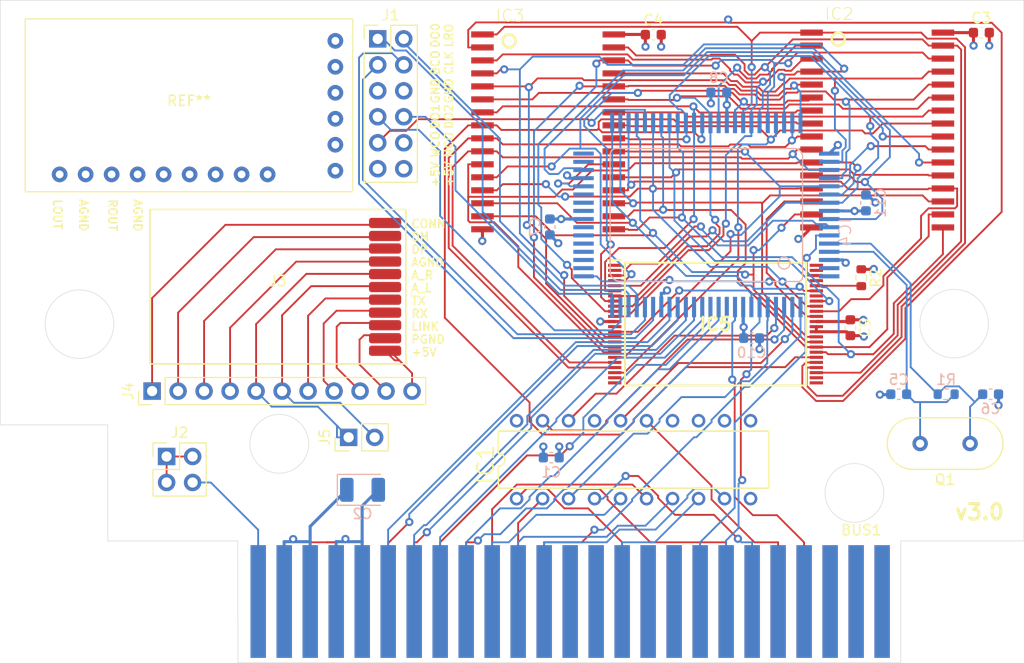
<source format=kicad_pcb>
(kicad_pcb (version 20221018) (generator pcbnew)
  (title_block (title "MSX OPL4 Wozblaster Reloaded") (rev "3.0") (company "The Retro Hacker") (comment 2 "Reloaded by Cristiano Goncalves") (comment 3 "Original Design by Gustavo Iriarte") (comment 4 "Wozblaster Reloaded v3"))
  (layers (0 "F.Cu" mixed) (1 "In1.Cu" power) (2 "In2.Cu" power) (31 "B.Cu" mixed) (34 "B.Paste" user) (35 "F.Paste" user) (36 "B.SilkS" user "B.Silkscreen") (37 "F.SilkS" user "F.Silkscreen") (38 "B.Mask" user) (39 "F.Mask" user) (44 "Edge.Cuts" user))
  (net 0 "")
  (net 6 "/~{IORQ}")
  (net 7 "/~{WR}")
  (net 8 "/~{RESET}")
  (net 11 "/AA7")
  (net 14 "/AA1")
  (net 15 "/AA3")
  (net 16 "/AA5")
  (net 17 "/D1")
  (net 18 "/D3")
  (net 19 "/D5")
  (net 20 "/D7")
  (net 21 "/SLTSOUND")
  (net 22 "-12V")
  (net 23 "+12V")
  (net 24 "Net-(BUS1-SW1)")
  (net 26 "/D6")
  (net 27 "/D4")
  (net 28 "/D2")
  (net 29 "/D0")
  (net 30 "/AA4")
  (net 31 "/AA2")
  (net 32 "/AA0")
  (net 35 "/AA6")
  (net 39 "/~{RD}")
  (net 41 "/~{BUSDIR}")
  (net 45 "/~{INT}")
  (net 46 "Net-(IC4-XI)")
  (net 47 "Net-(IC4-XO)")
  (net 48 "Net-(IC4-CLKO)")
  (net 49 "Net-(IC4-DO0)")
  (net 50 "Net-(IC4-DO1)")
  (net 51 "Net-(IC4-WCO)")
  (net 53 "Net-(J2-Pin_1)")
  (net 54 "Net-(IC1A-O4)")
  (net 55 "Net-(IC1A-O2)")
  (net 56 "Net-(IC1A-O1)")
  (net 57 "/A2")
  (net 58 "/A1")
  (net 59 "/A13")
  (net 60 "/A11")
  (net 61 "/A10")
  (net 62 "/A14")
  (net 63 "/A16")
  (net 64 "/A0")
  (net 65 "/A5")
  (net 66 "/A6")
  (net 67 "/A8")
  (net 68 "/A18")
  (net 69 "/MD6")
  (net 70 "/MD4")
  (net 71 "/MD2")
  (net 72 "/MD0")
  (net 73 "/MD1")
  (net 74 "/MD3")
  (net 75 "/MD5")
  (net 76 "/MD7")
  (net 77 "/~{CS1}")
  (net 78 "/A7")
  (net 79 "/~{MRD}")
  (net 80 "/A4")
  (net 81 "/A17")
  (net 82 "/A15")
  (net 83 "/A9")
  (net 84 "/~{MWR}")
  (net 85 "/A12")
  (net 86 "/A3")
  (net 87 "/~{CS0}")
  (net 88 "Net-(IC4-BCO)")
  (net 89 "Net-(IC4-LRO)")
  (net 90 "Net-(IC4-DO2)")
  (net 91 "/~{ROM}")
  (net 103 "/A19")
  (net 104 "/A20")
  (net 107 "+5V")
  (net 116 "Net-(IC5-WE#)")
  (net 120 "GND")
  (net 121 "Net-(J3-Pin_1)")
  (net 122 "Net-(J3-Pin_2)")
  (net 123 "Net-(J3-Pin_3)")
  (net 124 "Net-(J3-Pin_4)")
  (net 125 "Net-(J3-Pin_7)")
  (net 126 "Net-(J3-Pin_8)")
  (net 127 "Net-(J3-Pin_9)")
  (net 128 "Net-(J3-Pin_10)")
  (net 129 "Net-(J3-Pin_11)")
  (net 130 "Net-(J3-Pin_6)")
  (net 131 "Net-(J3-Pin_5)")
  (footprint "CRISAG:KCX_BT_EMITTER" (layer "F.Cu") (at 156.5656 100.9904)
    (fp_text reference "J3")
    (fp_text value "Conn_01x11_Pin")
  )
  (footprint "MSX OPL4 Wozblaster:DIL20" (layer "F.Cu") (at 191.3128 117.9576)
    (fp_text reference "IC1")
    (fp_text value "GAL16V8D")
  )
  (footprint "Connector_PinHeader_2.54mm:PinHeader_1x11_P2.54mm_Vertical" (layer "F.Cu") (at 144.272 111.252 90)
    (fp_text reference "J4")
    (fp_text value "Conn_01x11_Pin")
  )
  (footprint "Resistor_SMD:R_0603_1608Metric" (layer "F.Cu") (at 213.5632 100.1654 -90)
    (fp_text reference "R2")
    (fp_text value "1K")
  )
  (footprint "CRISAG:PCM5102A_MODULE" (layer "F.Cu") (at 147.8788 83.3628)
    (fp_text reference "REF**")
    (fp_text value "PCM5102A_MODULE")
  )
  (footprint "CRISAG:SOP50P2000X120-48N" (layer "F.Cu") (at 199.324 104.6988)
    (fp_text reference "IC5")
    (fp_text value "AM29F016B-120EC" hide)
  )
  (footprint "Connector_PinHeader_2.54mm:PinHeader_2x02_P2.54mm_Vertical" (layer "F.Cu") (at 145.6894 117.6478)
    (fp_text reference "J2")
    (fp_text value "Conn_02x02_Top_Bottom")
  )
  (footprint "MSX OPL4 Wozblaster:SOP32L" (layer "F.Cu") (at 182.9664 85.9028 -90)
    (fp_text reference "IC3")
    (fp_text value "KM684000ALG")
  )
  (footprint "Capacitor_SMD:C_0603_1608Metric" (layer "F.Cu") (at 193.2432 76.4032)
    (fp_text reference "C4")
    (fp_text value "0.1uF")
  )
  (footprint "CRISAG:msx_cartridge" (layer "F.Cu") (at 185.1152 131.953)
    (fp_text reference "BUS1")
    (fp_text value "MSX_SLOT_EDGE-CON")
  )
  (footprint "MSX OPL4 Wozblaster:SOP32L" (layer "F.Cu") (at 215.1228 85.725 -90)
    (fp_text reference "IC2")
    (fp_text value "KM684000ALG")
  )
  (footprint "Connector_PinHeader_2.54mm:PinHeader_2x06_P2.54mm_Vertical" (layer "F.Cu") (at 166.3192 76.8096)
    (fp_text reference "J1")
    (fp_text value "Conn_02x06_Top_Bottom")
  )
  (footprint "Capacitor_SMD:C_0603_1608Metric" (layer "F.Cu") (at 212.4964 105.0544 -90)
    (fp_text reference "C9")
    (fp_text value "0.1uF")
  )
  (footprint "CRISAG:Crystal_HC49-U_Vertical" (layer "F.Cu") (at 224.192 116.3828 180)
    (fp_text reference "Q1")
    (fp_text value "33.8688")
  )
  (footprint "Capacitor_SMD:C_0603_1608Metric" (layer "F.Cu") (at 225.298 76.2)
    (fp_text reference "C3")
    (fp_text value "0.1uF")
  )
  (footprint "Connector_PinHeader_2.54mm:PinHeader_1x02_P2.54mm_Vertical" (layer "F.Cu") (at 163.4744 115.7732 90)
    (fp_text reference "J5")
    (fp_text value "Conn_01x02_Pin")
  )
  (footprint "Capacitor_SMD:C_0603_1608Metric" (layer "B.Cu") (at 214.0204 92.8494 90)
    (fp_text reference "C11")
    (fp_text value "0.1uF")
  )
  (footprint "Capacitor_SMD:C_0603_1608Metric" (layer "B.Cu") (at 226.1994 111.5568)
    (fp_text reference "C6")
    (fp_text value "12pF")
  )
  (footprint "Capacitor_SMD:C_0603_1608Metric" (layer "B.Cu") (at 202.8444 106.0704)
    (fp_text reference "C10")
    (fp_text value "0.1uF")
  )
  (footprint "Capacitor_SMD:C_0603_1608Metric" (layer "B.Cu") (at 183.2734 117.7544)
    (fp_text reference "C1")
    (fp_text value "0.1uF")
  )
  (footprint "Resistor_SMD:R_0603_1608Metric" (layer "B.Cu") (at 221.8558 111.5568 180)
    (fp_text reference "R1")
    (fp_text value "3.3K")
  )
  (footprint "MSX OPL4 Wozblaster:80-QFP" (layer "B.Cu") (at 198.5248 93.7308 180)
    (fp_text reference "IC4")
    (fp_text value "YMF278B-F")
  )
  (footprint "Capacitor_Tantalum_SMD:CP_EIA-3528-21_Kemet-B" (layer "B.Cu") (at 164.8325 120.904)
    (fp_text reference "C2")
    (fp_text value "10uF/16V")
  )
  (footprint "Capacitor_SMD:C_0603_1608Metric" (layer "B.Cu") (at 183.134 95.1992 -90)
    (fp_text reference "C7")
    (fp_text value "0.1uF")
  )
  (footprint "Capacitor_SMD:C_0603_1608Metric" (layer "B.Cu") (at 199.644 82.042 180)
    (fp_text reference "C8")
    (fp_text value "0.1uF")
  )
  (footprint "Capacitor_SMD:C_0603_1608Metric" (layer "B.Cu") (at 217.2208 111.5568 180)
    (fp_text reference "C5")
    (fp_text value "12pF")
  )
  (gr_line (start 229.446 125.905) (end 217.426 125.905) (stroke (width 0.05)) (layer "Edge.Cuts"))
  (gr_line (start 139.946 125.905) (end 139.946 114.554) (stroke (width 0.05)) (layer "Edge.Cuts"))
  (gr_line (start 152.656 137.815) (end 152.646 125.905) (stroke (width 0.05)) (layer "Edge.Cuts"))
  (gr_line (start 129.4404 114.554) (end 129.436 73.035) (stroke (width 0.05)) (layer "Edge.Cuts"))
  (gr_line (start 129.436 73.035) (end 229.446 73.035) (stroke (width 0.05)) (layer "Edge.Cuts"))
  (gr_line (start 152.646 125.905) (end 139.946 125.905) (stroke (width 0.05)) (layer "Edge.Cuts"))
  (gr_line (start 139.946 114.554) (end 129.4404 114.554) (stroke (width 0.05)) (layer "Edge.Cuts"))
  (gr_circle (center 156.696 116.405) (end 158.546 118.605) (stroke (width 0.05)) (fill none) (layer "Edge.Cuts"))
  (gr_line (start 229.446 73.035) (end 229.446 125.905) (stroke (width 0.05)) (layer "Edge.Cuts"))
  (gr_line (start 217.426 137.815) (end 152.656 137.815) (stroke (width 0.05)) (layer "Edge.Cuts"))
  (gr_circle (center 137.176 104.705) (end 140.525284 104.705) (stroke (width 0.05)) (fill none) (layer "Edge.Cuts"))
  (gr_line (start 217.426 125.905) (end 217.426 137.815) (stroke (width 0.05)) (layer "Edge.Cuts"))
  (gr_circle (center 222.636716 104.655) (end 225.986 104.655) (stroke (width 0.05)) (fill none) (layer "Edge.Cuts"))
  (gr_circle (center 212.896 121.205) (end 215.346 122.705) (stroke (width 0.05)) (fill none) (layer "Edge.Cuts"))
  (gr_text "A_L" (at 169.5196 101.64064) (layer "F.SilkS") (effects (font (size 0.8 0.8)) (justify left bottom)))
  (gr_text "GND" (at 173.736 83.2104 90) (layer "F.SilkS") (effects (font (size 0.8 0.8)) (justify left bottom)))
  (gr_text "TX" (at 169.5196 102.8954) (layer "F.SilkS") (effects (font (size 0.8 0.8)) (justify left bottom)))
  (gr_text "DO1" (at 172.4152 85.6996 90) (layer "F.SilkS") (effects (font (size 0.8 0.8)) (justify left bottom)))
  (gr_text "ROUT" (at 139.954 92.4052 270) (layer "F.SilkS") (effects (font (size 0.8 0.8)) (justify left bottom)))
  (gr_text "WCO" (at 172.4152 88.4936 90) (layer "F.SilkS") (effects (font (size 0.8 0.8)) (justify left bottom)))
  (gr_text "LOUT" (at 134.5692 92.4052 270) (layer "F.SilkS") (effects (font (size 0.8 0.8)) (justify left bottom)))
  (gr_text "CONN" (at 169.5196 95.36684) (layer "F.SilkS") (effects (font (size 0.8 0.8)) (justify left bottom)))
  (gr_text "GND" (at 172.4152 83.2104 90) (layer "F.SilkS") (effects (font (size 0.8 0.8)) (justify left bottom)))
  (gr_text "DO0" (at 172.4152 77.7748 90) (layer "F.SilkS") (effects (font (size 0.8 0.8)) (justify left bottom)))
  (gr_text "+5V" (at 172.4152 91.3892 90) (layer "F.SilkS") (effects (font (size 0.8 0.8)) (justify left bottom)))
  (gr_text "v3.0" (at 222.57 123.952) (layer "F.SilkS") (effects (font (size 1.5 1.5) (thickness 0.3) bold) (justify left bottom)))
  (gr_text "+5V" (at 173.736 91.3384 90) (layer "F.SilkS") (effects (font (size 0.8 0.8)) (justify left bottom)))
  (gr_text "NCO" (at 173.736 88.4936 90) (layer "F.SilkS") (effects (font (size 0.8 0.8)) (justify left bottom)))
  (gr_text "DM" (at 169.5196 96.6216) (layer "F.SilkS") (effects (font (size 0.8 0.8)) (justify left bottom)))
  (gr_text "+5V" (at 169.5196 107.91444) (layer "F.SilkS") (effects (font (size 0.8 0.8)) (justify left bottom)))
  (gr_text "DO2" (at 173.736 85.6996 90) (layer "F.SilkS") (effects (font (size 0.8 0.8)) (justify left bottom)))
  (gr_text "A_R" (at 169.5196 100.38588) (layer "F.SilkS") (effects (font (size 0.8 0.8)) (justify left bottom)))
  (gr_text "CLK" (at 173.736 80.371962 90) (layer "F.SilkS") (effects (font (size 0.8 0.8)) (justify left bottom)))
  (gr_text "RX" (at 169.5196 104.15016) (layer "F.SilkS") (effects (font (size 0.8 0.8)) (justify left bottom)))
  (gr_text "LINK" (at 169.5196 105.40492) (layer "F.SilkS") (effects (font (size 0.8 0.8)) (justify left bottom)))
  (gr_text "BCO" (at 172.4152 80.4672 90) (layer "F.SilkS") (effects (font (size 0.8 0.8)) (justify left bottom)))
  (gr_text "LRO" (at 173.736 77.724 90) (layer "F.SilkS") (effects (font (size 0.8 0.8)) (justify left bottom)))
  (gr_text "AGND" (at 142.3924 92.4052 270) (layer "F.SilkS") (effects (font (size 0.8 0.8)) (justify left bottom)))
  (gr_text "PGND" (at 169.5196 106.65968) (layer "F.SilkS") (effects (font (size 0.8 0.8)) (justify left bottom)))
  (gr_text "AGND" (at 169.5196 99.13112) (layer "F.SilkS") (effects (font (size 0.8 0.8)) (justify left bottom)))
  (gr_text "AGND" (at 137.1092 92.4052 270) (layer "F.SilkS") (effects (font (size 0.8 0.8)) (justify left bottom)))
  (gr_text "DP" (at 169.5196 97.87636) (layer "F.SilkS") (effects (font (size 0.8 0.8)) (justify left bottom)))
  (segment (start 193.718 121.712) (end 193.718 121.499) (width 0.18) (layer "F.Cu") (net 6))
  (segment (start 199.174 123.352) (end 195.358 123.352) (width 0.18) (layer "F.Cu") (net 6))
  (segment (start 201.509 125.687) (end 199.174 123.352) (width 0.18) (layer "F.Cu") (net 6))
  (segment (start 191.771 119.552) (end 190.542 119.552) (width 0.18) (layer "F.Cu") (net 6))
  (segment (start 193.718 121.499) (end 191.771 119.552) (width 0.18) (layer "F.Cu") (net 6))
  (segment (start 195.358 123.352) (end 193.718 121.712) (width 0.18) (layer "F.Cu") (net 6))
  (via (at 190.542 119.552) (size 0.8) (drill 0.4) (layers "F.Cu" "B.Cu") (net 6))
  (via (at 201.509 125.687) (size 0.8) (drill 0.4) (layers "F.Cu" "B.Cu") (net 6))
  (segment (start 187.5032 121.768) (end 187.5028 121.7676) (width 0.18) (layer "B.Cu") (net 6))
  (segment (start 190.542 119.552) (end 188.327 121.768) (width 0.18) (layer "B.Cu") (net 6))
  (segment (start 188.327 121.768) (end 187.5032 121.768) (width 0.18) (layer "B.Cu") (net 6))
  (segment (start 202.8952 131.826) (end 202.895 131.8258) (width 0.18) (layer "B.Cu") (net 6))
  (segment (start 201.858 126.036) (end 202.895 126.036) (width 0.18) (layer "B.Cu") (net 6))
  (segment (start 187.5032 121.768) (end 187.503 121.768) (width 0.18) (layer "B.Cu") (net 6))
  (segment (start 201.509 125.687) (end 201.858 126.036) (width 0.18) (layer "B.Cu") (net 6))
  (segment (start 202.895 131.8258) (end 202.895 128.931) (width 0.18) (layer "B.Cu") (net 6))
  (segment (start 202.895 126.036) (end 202.895 128.931) (width 0.18) (layer "B.Cu") (net 6))
  (segment (start 201.925 119.955) (end 201.792 119.822) (width 0.18) (layer "F.Cu") (net 7))
  (segment (start 201.792 110.154) (end 202.346 109.6) (width 0.18) (layer "F.Cu") (net 7))
  (segment (start 201.792 119.822) (end 201.792 110.154) (width 0.18) (layer "F.Cu") (net 7))
  (via (at 201.925 119.955) (size 0.8) (drill 0.4) (layers "F.Cu" "B.Cu") (net 7))
  (via (at 202.346 109.6) (size 0.8) (drill 0.4) (layers "F.Cu" "B.Cu") (net 7))
  (segment (start 201.572 120.308) (end 201.572 124.647) (width 0.18) (layer "B.Cu") (net 7))
  (segment (start 200.355 125.864) (end 200.355 127.626) (width 0.18) (layer "B.Cu") (net 7))
  (segment (start 203.625 103.7755) (end 203.625 103.031) (width 0.18) (layer "B.Cu") (net 7))
  (segment (start 203.625 103.7755) (end 203.6248 103.7753) (width 0.18) (layer "B.Cu") (net 7))
  (segment (start 201.925 119.955) (end 201.572 120.308) (width 0.18) (layer "B.Cu") (net 7))
  (segment (start 200.3552 127.6262) (end 200.3552 131.826) (width 0.18) (layer "B.Cu") (net 7))
  (segment (start 201.572 124.647) (end 200.355 125.864) (width 0.18) (layer "B.Cu") (net 7))
  (segment (start 202.81 105.334) (end 203.625 104.52) (width 0.18) (layer "B.Cu") (net 7))
  (segment (start 203.625 104.52) (end 203.625 103.7755) (width 0.18) (layer "B.Cu") (net 7))
  (segment (start 202.81 109.136) (end 202.81 105.334) (width 0.18) (layer "B.Cu") (net 7))
  (segment (start 202.346 109.6) (end 202.81 109.136) (width 0.18) (layer "B.Cu") (net 7))
  (segment (start 203.6248 103.7753) (end 203.6248 103.0308) (width 0.18) (layer "B.Cu") (net 7))
  (segment (start 200.355 127.626) (end 200.355 129.026) (width 0.18) (layer "B.Cu") (net 7))
  (segment (start 200.355 127.626) (end 200.3552 127.6262) (width 0.18) (layer "B.Cu") (net 7))
  (segment (start 191.742 105.449) (end 195.774 101.416) (width 0.18) (layer "F.Cu") (net 8))
  (segment (start 189.4742 105.449) (end 191.742 105.449) (width 0.18) (layer "F.Cu") (net 8))
  (segment (start 189.4742 105.449) (end 189.474 105.4488) (width 0.18) (layer "F.Cu") (net 8))
  (segment (start 189.474 105.449) (end 189.4742 105.449) (width 0.18) (layer "F.Cu") (net 8))
  (via (at 195.774 101.416) (size 0.8) (drill 0.4) (layers "F.Cu" "B.Cu") (net 8))
  (segment (start 202.825 101.741) (end 207.951 101.741) (width 0.18) (layer "B.Cu") (net 8))
  (segment (start 202.825 101.741) (end 202.501 101.416) (width 0.18) (layer "B.Cu") (net 8))
  (segment (start 207.951 101.741) (end 208.115 101.904) (width 0.18) (layer "B.Cu") (net 8))
  (segment (start 202.825 103.0306) (end 202.825 102.386) (width 0.18) (layer "B.Cu") (net 8))
  (segment (start 202.825 101.741) (end 202.825 102.386) (width 0.18) (layer "B.Cu") (net 8))
  (segment (start 208.115 107.408) (end 201.192 114.331) (width 0.18) (layer "B.Cu") (net 8))
  (segment (start 197.815 126.036) (end 197.815 128.931) (width 0.18) (layer "B.Cu") (net 8))
  (segment (start 197.815 131.8258) (end 197.815 128.931) (width 0.18) (layer "B.Cu") (net 8))
  (segment (start 201.192 122.659) (end 197.815 126.036) (width 0.18) (layer "B.Cu") (net 8))
  (segment (start 202.8248 103.0308) (end 202.825 103.0306) (width 0.18) (layer "B.Cu") (net 8))
  (segment (start 202.501 101.416) (end 195.774 101.416) (width 0.18) (layer "B.Cu") (net 8))
  (segment (start 208.115 101.904) (end 208.115 107.408) (width 0.18) (layer "B.Cu") (net 8))
  (segment (start 201.192 114.331) (end 201.192 122.659) (width 0.18) (layer "B.Cu") (net 8))
  (segment (start 197.8152 131.826) (end 197.815 131.8258) (width 0.18) (layer "B.Cu") (net 8))
  (segment (start 197.6628 121.7676) (end 197.663 121.7678) (width 0.18) (layer "B.Cu") (net 11))
  (segment (start 197.663 121.7678) (end 197.663 121.768) (width 0.18) (layer "B.Cu") (net 11))
  (segment (start 190.195 126.036) (end 190.195 129.026) (width 0.18) (layer "B.Cu") (net 11))
  (segment (start 190.195 131.8258) (end 190.195 129.026) (width 0.18) (layer "B.Cu") (net 11))
  (segment (start 193.394 126.036) (end 190.195 126.036) (width 0.18) (layer "B.Cu") (net 11))
  (segment (start 197.663 121.768) (end 193.394 126.036) (width 0.18) (layer "B.Cu") (net 11))
  (segment (start 190.1952 131.826) (end 190.195 131.8258) (width 0.18) (layer "B.Cu") (net 11))
  (segment (start 199.205 120.77) (end 199.4545 121.0195) (width 0.18) (layer "B.Cu") (net 14))
  (segment (start 199.4545 121.0195) (end 199.704 121.269) (width 0.18) (layer "B.Cu") (net 14))
  (segment (start 189.931 124.792) (end 193.461 124.792) (width 0.18) (layer "B.Cu") (net 14))
  (segment (start 196.575 121.678) (end 196.575 121.463) (width 0.18) (layer "B.Cu") (net 14))
  (segment (start 182.575 128.931) (end 182.575 126.036) (width 0.18) (layer "B.Cu") (net 14))
  (segment (start 199.4545 121.0195) (end 199.4547 121.0195) (width 0.18) (layer "B.Cu") (net 14))
  (segment (start 196.575 121.463) (end 197.268 120.77) (width 0.18) (layer "B.Cu") (net 14))
  (segment (start 182.575 128.931) (end 182.5752 128.9312) (width 0.18) (layer "B.Cu") (net 14))
  (segment (start 182.575 131.826) (end 182.575 128.931) (width 0.18) (layer "B.Cu") (net 14))
  (segment (start 188.687 126.036) (end 189.931 124.792) (width 0.18) (layer "B.Cu") (net 14))
  (segment (start 182.575 126.036) (end 188.687 126.036) (width 0.18) (layer "B.Cu") (net 14))
  (segment (start 199.4547 121.0195) (end 200.2028 121.7676) (width 0.18) (layer "B.Cu") (net 14))
  (segment (start 182.5752 128.9312) (end 182.5752 131.826) (width 0.18) (layer "B.Cu") (net 14))
  (segment (start 193.461 124.792) (end 196.575 121.678) (width 0.18) (layer "B.Cu") (net 14))
  (segment (start 197.268 120.77) (end 199.205 120.77) (width 0.18) (layer "B.Cu") (net 14))
  (segment (start 180.573 125.498) (end 188.687 125.498) (width 0.18) (layer "B.Cu") (net 15))
  (segment (start 180.0352 131.826) (end 180.035 131.8258) (width 0.18) (layer "B.Cu") (net 15))
  (segment (start 188.687 125.498) (end 189.773 124.412) (width 0.18) (layer "B.Cu") (net 15))
  (segment (start 180.035 131.8258) (end 180.035 126.036) (width 0.18) (layer "B.Cu") (net 15))
  (segment (start 189.773 124.412) (end 192.4784 124.412) (width 0.18) (layer "B.Cu") (net 15))
  (segment (start 192.4784 124.412) (end 195.1228 121.7676) (width 0.18) (layer "B.Cu") (net 15))
  (segment (start 180.035 126.036) (end 180.573 125.498) (width 0.18) (layer "B.Cu") (net 15))
  (segment (start 188.46 123.35) (end 189.2515 122.559) (width 0.18) (layer "B.Cu") (net 16))
  (segment (start 177.495 129.094) (end 177.495 126.036) (width 0.18) (layer "B.Cu") (net 16))
  (segment (start 177.4952 131.826) (end 177.495 131.8258) (width 0.18) (layer "B.Cu") (net 16))
  (segment (start 181.803 123.35) (end 188.46 123.35) (width 0.18) (layer "B.Cu") (net 16))
  (segment (start 179.117 126.036) (end 181.803 123.35) (width 0.18) (layer "B.Cu") (net 16))
  (segment (start 177.495 131.8258) (end 177.495 129.094) (width 0.18) (layer "B.Cu") (net 16))
  (segment (start 177.495 126.036) (end 179.117 126.036) (width 0.18) (layer "B.Cu") (net 16))
  (segment (start 189.2515 122.559) (end 190.0428 121.7677) (width 0.18) (layer "B.Cu") (net 16))
  (segment (start 190.0428 121.7677) (end 190.0428 121.7676) (width 0.18) (layer "B.Cu") (net 16))
  (segment (start 189.2515 122.559) (end 190.043 121.768) (width 0.18) (layer "B.Cu") (net 16))
  (segment (start 199.625 103.031) (end 199.625 103.676) (width 0.18) (layer "B.Cu") (net 17))
  (segment (start 188.773 114.302) (end 183.503 119.572) (width 0.18) (layer "B.Cu") (net 17))
  (segment (start 199.6248 103.6758) (end 199.6248 103.0308) (width 0.18) (layer "B.Cu") (net 17))
  (segment (start 183.503 119.572) (end 183.166 119.572) (width 0.18) (layer "B.Cu") (net 17))
  (segment (start 194.823 109.122) (end 193.694 109.122) (width 0.18) (layer "B.Cu") (net 17))
  (segment (start 181.153 121.586) (end 181.153 121.842) (width 0.18) (layer "B.Cu") (net 17))
  (segment (start 174.9552 127.7287) (end 174.9552 131.826) (width 0.18) (layer "B.Cu") (net 17))
  (segment (start 183.166 119.572) (end 181.153 121.586) (width 0.18) (layer "B.Cu") (net 17))
  (segment (start 174.955 127.7285) (end 174.9552 127.7287) (width 0.18) (layer "B.Cu") (net 17))
  (segment (start 174.955 127.7285) (end 174.955 129.094) (width 0.18) (layer "B.Cu") (net 17))
  (segment (start 174.955 126.036) (end 174.955 127.7285) (width 0.18) (layer "B.Cu") (net 17))
  (segment (start 178.273 122.718) (end 174.955 126.036) (width 0.18) (layer "B.Cu") (net 17))
  (segment (start 181.153 121.842) (end 180.276 122.718) (width 0.18) (layer "B.Cu") (net 17))
  (segment (start 193.694 109.122) (end 188.773 114.043) (width 0.18) (layer "B.Cu") (net 17))
  (segment (start 199.625 103.676) (end 199.6248 103.6758) (width 0.18) (layer "B.Cu") (net 17))
  (segment (start 199.625 103.676) (end 199.625 104.321) (width 0.18) (layer "B.Cu") (net 17))
  (segment (start 199.625 104.321) (end 194.823 109.122) (width 0.18) (layer "B.Cu") (net 17))
  (segment (start 180.276 122.718) (end 178.273 122.718) (width 0.18) (layer "B.Cu") (net 17))
  (segment (start 188.773 114.043) (end 188.773 114.302) (width 0.18) (layer "B.Cu") (net 17))
  (segment (start 172.415 127.1185) (end 172.415 128.688) (width 0.18) (layer "B.Cu") (net 18))
  (segment (start 189.752 107.982) (end 183.771 113.962) (width 0.18) (layer "B.Cu") (net 18))
  (segment (start 198.025 103.676) (end 198.0248 103.6758) (width 0.18) (layer "B.Cu") (net 18))
  (segment (start 194.364 107.982) (end 189.752 107.982) (width 0.18) (layer "B.Cu") (net 18))
  (segment (start 198.025 104.321) (end 194.364 107.982) (width 0.18) (layer "B.Cu") (net 18))
  (segment (start 172.415 125.549) (end 172.415 127.1185) (width 0.18) (layer "B.Cu") (net 18))
  (segment (start 198.025 103.676) (end 198.025 104.321) (width 0.18) (layer "B.Cu") (net 18))
  (segment (start 198.025 103.031) (end 198.025 103.676) (width 0.18) (layer "B.Cu") (net 18))
  (segment (start 183.771 113.962) (end 183.771 114.193) (width 0.18) (layer "B.Cu") (net 18))
  (segment (start 183.771 114.193) (end 172.415 125.549) (width 0.18) (layer "B.Cu") (net 18))
  (segment (start 172.415 127.1185) (end 172.4152 127.1187) (width 0.18) (layer "B.Cu") (net 18))
  (segment (start 198.0248 103.6758) (end 198.0248 103.0308) (width 0.18) (layer "B.Cu") (net 18))
  (segment (start 172.4152 127.1187) (end 172.4152 131.826) (width 0.18) (layer "B.Cu") (net 18))
  (segment (start 193.524 107.222) (end 187.406 107.222) (width 0.18) (layer "B.Cu") (net 19))
  (segment (start 169.8752 127.0612) (end 169.8752 131.826) (width 0.18) (layer "B.Cu") (net 19))
  (segment (start 169.875 125.317) (end 169.875 127.061) (width 0.18) (layer "B.Cu") (net 19))
  (segment (start 196.4248 103.6758) (end 196.4248 103.0308) (width 0.18) (layer "B.Cu") (net 19))
  (segment (start 196.425 103.031) (end 196.425 103.676) (width 0.18) (layer "B.Cu") (net 19))
  (segment (start 180.934 113.693) (end 180.934 114.478) (width 0.18) (layer "B.Cu") (net 19))
  (segment (start 187.406 107.222) (end 180.934 113.693) (width 0.18) (layer "B.Cu") (net 19))
  (segment (start 169.875 127.061) (end 169.875 128.572) (width 0.18) (layer "B.Cu") (net 19))
  (segment (start 180.934 114.478) (end 171.051 124.36) (width 0.18) (layer "B.Cu") (net 19))
  (segment (start 196.425 104.321) (end 193.524 107.222) (width 0.18) (layer "B.Cu") (net 19))
  (segment (start 196.425 103.676) (end 196.4248 103.6758) (width 0.18) (layer "B.Cu") (net 19))
  (segment (start 169.875 127.061) (end 169.8752 127.0612) (width 0.18) (layer "B.Cu") (net 19))
  (segment (start 170.832 124.36) (end 169.875 125.317) (width 0.18) (layer "B.Cu") (net 19))
  (segment (start 196.425 103.676) (end 196.425 104.321) (width 0.18) (layer "B.Cu") (net 19))
  (segment (start 171.051 124.36) (end 170.832 124.36) (width 0.18) (layer "B.Cu") (net 19))
  (segment (start 194.825 103.676) (end 194.8248 103.6758) (width 0.18) (layer "B.Cu") (net 20))
  (segment (start 167.335 124.796) (end 185.669 106.462) (width 0.18) (layer "B.Cu") (net 20))
  (segment (start 194.825 103.676) (end 194.825 103.031) (width 0.18) (layer "B.Cu") (net 20))
  (segment (start 194.8248 103.6758) (end 194.8248 103.0308) (width 0.18) (layer "B.Cu") (net 20))
  (segment (start 194.825 104.321) (end 194.825 103.676) (width 0.18) (layer "B.Cu") (net 20))
  (segment (start 167.335 126.5535) (end 167.335 124.796) (width 0.18) (layer "B.Cu") (net 20))
  (segment (start 167.3352 126.5537) (end 167.3352 131.826) (width 0.18) (layer "B.Cu") (net 20))
  (segment (start 185.669 106.462) (end 192.684 106.462) (width 0.18) (layer "B.Cu") (net 20))
  (segment (start 192.684 106.462) (end 194.825 104.321) (width 0.18) (layer "B.Cu") (net 20))
  (segment (start 167.335 126.5535) (end 167.3352 126.5537) (width 0.18) (layer "B.Cu") (net 20))
  (segment (start 167.335 128.311) (end 167.335 126.5535) (width 0.18) (layer "B.Cu") (net 20))
  (segment (start 154.635 131.8258) (end 154.635 128.321) (width 0.18) (layer "B.Cu") (net 21))
  (segment (start 154.635 128.321) (end 154.635 124.816) (width 0.18) (layer "B.Cu") (net 21))
  (segment (start 154.635 124.816) (end 153.339955 123.520045) (width 0.18) (layer "B.Cu") (net 21))
  (segment (start 153.339955 123.520045) (end 150.00771 120.1878) (width 0.18) (layer "B.Cu") (net 21))
  (segment (start 154.6352 131.826) (end 154.635 131.8258) (width 0.18) (layer "B.Cu") (net 21))
  (segment (start 150.00771 120.1878) (end 148.2294 120.1878) (width 0.18) (layer "B.Cu") (net 21))
  (segment (start 162.2552 131.826) (end 162.2552 126.0359) (width 0.18) (layer "F.Cu") (net 24))
  (segment (start 159.715 127.6255) (end 159.7152 127.6257) (width 0.18) (layer "F.Cu") (net 24))
  (segment (start 159.715 127.6255) (end 159.715 129.026) (width 0.18) (layer "F.Cu") (net 24))
  (segment (start 159.715 126.036) (end 159.715 127.6255) (width 0.18) (layer "F.Cu") (net 24))
  (segment (start 159.7152 127.6257) (end 159.7152 131.826) (width 0.18) (layer "F.Cu") (net 24))
  (segment (start 161.3451 126.0359) (end 162.2552 126.0359) (width 0.18) (layer "F.Cu") (net 24))
  (segment (start 161.345 126.036) (end 161.3451 126.0359) (width 0.18) (layer "F.Cu") (net 24))
  (segment (start 162.255 126.036) (end 161.345 126.036) (width 0.18) (layer "F.Cu") (net 24))
  (segment (start 162.255 129.026) (end 162.255 126.036) (width 0.18) (layer "F.Cu") (net 24))
  (segment (start 161.345 126.036) (end 159.715 126.036) (width 0.18) (layer "F.Cu") (net 24))
  (segment (start 167.335 128.931) (end 167.335 127.4835) (width 0.18) (layer "F.Cu") (net 26))
  (segment (start 167.335 126.036) (end 167.421 126.036) (width 0.18) (layer "F.Cu") (net 26))
  (segment (start 167.335 127.4835) (end 167.335 126.036) (width 0.18) (layer "F.Cu") (net 26))
  (segment (start 167.421 126.036) (end 169.401 124.055) (width 0.18) (layer "F.Cu") (net 26))
  (segment (start 167.3352 127.4837) (end 167.3352 131.826) (width 0.18) (layer "F.Cu") (net 26))
  (segment (start 167.335 127.4835) (end 167.3352 127.4837) (width 0.18) (layer "F.Cu") (net 26))
  (via (at 169.401 124.055) (size 0.8) (drill 0.4) (layers "F.Cu" "B.Cu") (net 26))
  (segment (start 195.625 104.321) (end 195.625 103.9985) (width 0.18) (layer "B.Cu") (net 26))
  (segment (start 195.625 103.9985) (end 195.625 103.676) (width 0.18) (layer "B.Cu") (net 26))
  (segment (start 169.401 124.055) (end 169.401 123.267) (width 0.18) (layer "B.Cu") (net 26))
  (segment (start 193.104 106.842) (end 195.625 104.321) (width 0.18) (layer "B.Cu") (net 26))
  (segment (start 195.6248 103.9983) (end 195.6248 103.0308) (width 0.18) (layer "B.Cu") (net 26))
  (segment (start 195.625 103.9985) (end 195.6248 103.9983) (width 0.18) (layer "B.Cu") (net 26))
  (segment (start 169.401 123.267) (end 185.827 106.842) (width 0.18) (layer "B.Cu") (net 26))
  (segment (start 185.827 106.842) (end 193.104 106.842) (width 0.18) (layer "B.Cu") (net 26))
  (segment (start 169.8752 127.4837) (end 169.8752 131.826) (width 0.18) (layer "F.Cu") (net 27))
  (segment (start 171.118 125.05) (end 170.133 126.036) (width 0.18) (layer "F.Cu") (net 27))
  (segment (start 170.133 126.036) (end 169.875 126.036) (width 0.18) (layer "F.Cu") (net 27))
  (segment (start 169.875 126.036) (end 169.875 127.4835) (width 0.18) (layer "F.Cu") (net 27))
  (segment (start 169.875 127.4835) (end 169.8752 127.4837) (width 0.18) (layer "F.Cu") (net 27))
  (segment (start 169.875 127.4835) (end 169.875 128.931) (width 0.18) (layer "F.Cu") (net 27))
  (via (at 171.118 125.05) (size 0.8) (drill 0.4) (layers "F.Cu" "B.Cu") (net 27))
  (segment (start 197.225 103.676) (end 197.225 104.321) (width 0.18) (layer "B.Cu") (net 27))
  (segment (start 197.225 103.676) (end 197.2248 103.6758) (width 0.18) (layer "B.Cu") (net 27))
  (segment (start 181.314 113.851) (end 181.314 114.854) (width 0.18) (layer "B.Cu") (net 27))
  (segment (start 187.564 107.602) (end 181.314 113.851) (width 0.18) (layer "B.Cu") (net 27))
  (segment (start 197.2248 103.6758) (end 197.2248 103.0308) (width 0.18) (layer "B.Cu") (net 27))
  (segment (start 197.225 103.031) (end 197.225 103.676) (width 0.18) (layer "B.Cu") (net 27))
  (segment (start 197.225 104.321) (end 193.944 107.602) (width 0.18) (layer "B.Cu") (net 27))
  (segment (start 193.944 107.602) (end 187.564 107.602) (width 0.18) (layer "B.Cu") (net 27))
  (segment (start 181.314 114.854) (end 171.118 125.05) (width 0.18) (layer "B.Cu") (net 27))
  (segment (start 180.91 117.541) (end 172.415 126.036) (width 0.18) (layer "F.Cu") (net 28))
  (segment (start 172.415 127.4835) (end 172.415 128.931) (width 0.18) (layer "F.Cu") (net 28))
  (segment (start 185.076 116.646) (end 184.181 117.541) (width 0.18) (layer "F.Cu") (net 28))
  (segment (start 172.415 127.4835) (end 172.4152 127.4837) (width 0.18) (layer "F.Cu") (net 28))
  (segment (start 172.4152 127.4837) (end 172.4152 131.826) (width 0.18) (layer "F.Cu") (net 28))
  (segment (start 184.181 117.541) (end 180.91 117.541) (width 0.18) (layer "F.Cu") (net 28))
  (segment (start 172.415 126.036) (end 172.415 127.4835) (width 0.18) (layer "F.Cu") (net 28))
  (via (at 185.076 116.646) (size 0.8) (drill 0.4) (layers "F.Cu" "B.Cu") (net 28))
  (segment (start 186.407 113.862) (end 186.407 115.315) (width 0.18) (layer "B.Cu") (net 28))
  (segment (start 198.825 103.031) (end 198.825 103.676) (width 0.18) (layer "B.Cu") (net 28))
  (segment (start 194.459 108.687) (end 191.582 108.687) (width 0.18) (layer "B.Cu") (net 28))
  (segment (start 198.825 103.676) (end 198.8248 103.6758) (width 0.18) (layer "B.Cu") (net 28))
  (segment (start 198.825 104.321) (end 194.459 108.687) (width 0.18) (layer "B.Cu") (net 28))
  (segment (start 198.825 103.676) (end 198.825 104.321) (width 0.18) (layer "B.Cu") (net 28))
  (segment (start 198.8248 103.6758) (end 198.8248 103.0308) (width 0.18) (layer "B.Cu") (net 28))
  (segment (start 186.407 115.315) (end 185.076 116.646) (width 0.18) (layer "B.Cu") (net 28))
  (segment (start 191.582 108.687) (end 186.407 113.862) (width 0.18) (layer "B.Cu") (net 28))
  (segment (start 174.955 126.036) (end 174.955 127.4835) (width 0.18) (layer "F.Cu") (net 29))
  (segment (start 174.9552 127.4837) (end 174.9552 131.826) (width 0.18) (layer "F.Cu") (net 29))
  (segment (start 174.955 127.4835) (end 174.955 128.931) (width 0.18) (layer "F.Cu") (net 29))
  (segment (start 176.107 125.863) (end 175.934 126.036) (width 0.18) (layer "F.Cu") (net 29))
  (segment (start 174.955 127.4835) (end 174.9552 127.4837) (width 0.18) (layer "F.Cu") (net 29))
  (segment (start 175.934 126.036) (end 174.955 126.036) (width 0.18) (layer "F.Cu") (net 29))
  (via (at 176.107 125.863) (size 0.8) (drill 0.4) (layers "F.Cu" "B.Cu") (net 29))
  (segment (start 191.356 114.218) (end 184.757 120.817) (width 0.18) (layer "B.Cu") (net 29))
  (segment (start 184.546 120.817) (end 183.558 121.805) (width 0.18) (layer "B.Cu") (net 29))
  (segment (start 176.724 125.247) (end 176.107 125.863) (width 0.18) (layer "B.Cu") (net 29))
  (segment (start 200.4248 103.9414) (end 200.4248 103.0308) (width 0.18) (layer "B.Cu") (net 29))
  (segment (start 200.425 104.922) (end 191.356 113.991) (width 0.18) (layer "B.Cu") (net 29))
  (segment (start 184.757 120.817) (end 184.546 120.817) (width 0.18) (layer "B.Cu") (net 29))
  (segment (start 200.425 103.031) (end 200.425 103.9416) (width 0.18) (layer "B.Cu") (net 29))
  (segment (start 182.836 122.722) (end 180.81 122.722) (width 0.18) (layer "B.Cu") (net 29))
  (segment (start 200.425 103.9416) (end 200.425 104.922) (width 0.18) (layer "B.Cu") (net 29))
  (segment (start 200.425 103.9416) (end 200.4248 103.9414) (width 0.18) (layer "B.Cu") (net 29))
  (segment (start 180.81 122.722) (end 178.286 125.247) (width 0.18) (layer "B.Cu") (net 29))
  (segment (start 183.558 121.805) (end 183.558 122) (width 0.18) (layer "B.Cu") (net 29))
  (segment (start 191.356 113.991) (end 191.356 114.218) (width 0.18) (layer "B.Cu") (net 29))
  (segment (start 183.558 122) (end 182.836 122.722) (width 0.18) (layer "B.Cu") (net 29))
  (segment (start 178.286 125.247) (end 176.724 125.247) (width 0.18) (layer "B.Cu") (net 29))
  (segment (start 191.206 120.391) (end 191.894 121.08) (width 0.18) (layer "F.Cu") (net 30))
  (segment (start 177.495 129.094) (end 177.495 122.798) (width 0.18) (layer "F.Cu") (net 30))
  (segment (start 179.902 120.391) (end 191.206 120.391) (width 0.18) (layer "F.Cu") (net 30))
  (segment (start 192.239 121.424) (end 192.2392 121.424) (width 0.18) (layer "F.Cu") (net 30))
  (segment (start 177.495 131.8258) (end 177.495 129.094) (width 0.18) (layer "F.Cu") (net 30))
  (segment (start 177.4952 131.826) (end 177.495 131.8258) (width 0.18) (layer "F.Cu") (net 30))
  (segment (start 192.2392 121.424) (end 192.5828 121.7676) (width 0.18) (layer "F.Cu") (net 30))
  (segment (start 191.895 121.08) (end 192.239 121.424) (width 0.18) (layer "F.Cu") (net 30))
  (segment (start 177.495 122.798) (end 179.902 120.391) (width 0.18) (layer "F.Cu") (net 30))
  (segment (start 191.894 121.08) (end 191.895 121.08) (width 0.18) (layer "F.Cu") (net 30))
  (segment (start 192.583 121.768) (end 191.894 121.08) (width 0.18) (layer "F.Cu") (net 30))
  (segment (start 192.239 121.424) (end 192.583 121.768) (width 0.18) (layer "F.Cu") (net 30))
  (segment (start 182.423 121.768) (end 180.035 124.155) (width 0.18) (layer "F.Cu") (net 31))
  (segment (start 180.035 124.155) (end 180.035 127.99) (width 0.18) (layer "F.Cu") (net 31))
  (segment (start 180.0352 131.826) (end 180.035 131.8258) (width 0.18) (layer "F.Cu") (net 31))
  (segment (start 182.423 121.7678) (end 182.423 121.768) (width 0.18) (layer "F.Cu") (net 31))
  (segment (start 180.035 131.8258) (end 180.035 127.99) (width 0.18) (layer "F.Cu") (net 31))
  (segment (start 182.4228 121.7676) (end 182.423 121.7678) (width 0.18) (layer "F.Cu") (net 31))
  (segment (start 186.258 126.036) (end 182.575 126.036) (width 0.18) (layer "F.Cu") (net 32))
  (segment (start 182.575 126.036) (end 182.575 127.4835) (width 0.18) (layer "F.Cu") (net 32))
  (segment (start 182.575 127.4835) (end 182.5752 127.4837) (width 0.18) (layer "F.Cu") (net 32))
  (segment (start 187.487 124.807) (end 186.258 126.036) (width 0.18) (layer "F.Cu") (net 32))
  (segment (start 182.575 127.4835) (end 182.575 128.931) (width 0.18) (layer "F.Cu") (net 32))
  (segment (start 182.5752 127.4837) (end 182.5752 131.826) (width 0.18) (layer "F.Cu") (net 32))
  (via (at 187.487 124.807) (size 0.8) (drill 0.4) (layers "F.Cu" "B.Cu") (net 32))
  (segment (start 207.625 105.835) (end 207.625 104.433) (width 0.18) (layer "B.Cu") (net 32))
  (segment (start 198.933 114.06) (end 202.162 110.83) (width 0.18) (layer "B.Cu") (net 32))
  (segment (start 207.6248 104.4328) (end 207.6248 103.0308) (width 0.18) (layer "B.Cu") (net 32))
  (segment (start 191.178 122) (end 191.178 121.805) (width 0.18) (layer "B.Cu") (net 32))
  (segment (start 207.625 104.433) (end 207.6248 104.4328) (width 0.18) (layer "B.Cu") (net 32))
  (segment (start 187.487 124.807) (end 188.371 124.807) (width 0.18) (layer "B.Cu") (net 32))
  (segment (start 207.625 104.433) (end 207.625 103.031) (width 0.18) (layer "B.Cu") (net 32))
  (segment (start 197.216 115.768) (end 197.45 115.768) (width 0.18) (layer "B.Cu") (net 32))
  (segment (start 202.162 110.83) (end 202.629 110.83) (width 0.18) (layer "B.Cu") (net 32))
  (segment (start 188.371 124.807) (end 191.178 122) (width 0.18) (layer "B.Cu") (net 32))
  (segment (start 191.178 121.805) (end 197.216 115.768) (width 0.18) (layer "B.Cu") (net 32))
  (segment (start 198.933 114.285) (end 198.933 114.06) (width 0.18) (layer "B.Cu") (net 32))
  (segment (start 202.629 110.83) (end 207.625 105.835) (width 0.18) (layer "B.Cu") (net 32))
  (segment (start 197.45 115.768) (end 198.933 114.285) (width 0.18) (layer "B.Cu") (net 32))
  (segment (start 190.195 131.8258) (end 190.195 128.931) (width 0.18) (layer "F.Cu") (net 35))
  (segment (start 182.868 120.771) (end 183.693 121.596) (width 0.18) (layer "F.Cu") (net 35))
  (segment (start 190.1952 131.826) (end 190.195 131.8258) (width 0.18) (layer "F.Cu") (net 35))
  (segment (start 180.879 120.771) (end 182.868 120.771) (width 0.18) (layer "F.Cu") (net 35))
  (segment (start 184.555 122.718) (end 186.878 122.718) (width 0.18) (layer "F.Cu") (net 35))
  (segment (start 190.195 126.036) (end 190.195 128.931) (width 0.18) (layer "F.Cu") (net 35))
  (segment (start 180.3804 121.27) (end 179.8828 121.7676) (width 0.18) (layer "F.Cu") (net 35))
  (segment (start 183.693 121.596) (end 183.693 121.856) (width 0.18) (layer "F.Cu") (net 35))
  (segment (start 180.381 121.27) (end 180.3804 121.27) (width 0.18) (layer "F.Cu") (net 35))
  (segment (start 186.878 122.718) (end 190.195 126.036) (width 0.18) (layer "F.Cu") (net 35))
  (segment (start 180.381 121.27) (end 180.879 120.771) (width 0.18) (layer "F.Cu") (net 35))
  (segment (start 183.693 121.856) (end 184.555 122.718) (width 0.18) (layer "F.Cu") (net 35))
  (segment (start 200.3552 131.826) (end 200.355 131.8258) (width 0.18) (layer "F.Cu") (net 39))
  (segment (start 185.442 121.2884) (end 185.442 121.288) (width 0.18) (layer "F.Cu") (net 39))
  (segment (start 200.355 131.8258) (end 200.355 129.006) (width 0.18) (layer "F.Cu") (net 39))
  (segment (start 188.773 121.596) (end 188.773 121.856) (width 0.18) (layer "F.Cu") (net 39))
  (segment (start 185.922 120.809) (end 187.986 120.809) (width 0.18) (layer "F.Cu") (net 39))
  (segment (start 185.442 121.288) (end 185.922 120.809) (width 0.18) (layer "F.Cu") (net 39))
  (segment (start 200.355 126.036) (end 200.355 129.006) (width 0.18) (layer "F.Cu") (net 39))
  (segment (start 184.9628 121.7676) (end 185.442 121.2884) (width 0.18) (layer "F.Cu") (net 39))
  (segment (start 187.986 120.809) (end 188.773 121.596) (width 0.18) (layer "F.Cu") (net 39))
  (segment (start 188.773 121.856) (end 192.953 126.036) (width 0.18) (layer "F.Cu") (net 39))
  (segment (start 192.953 126.036) (end 200.355 126.036) (width 0.18) (layer "F.Cu") (net 39))
  (segment (start 204.425 104.321) (end 204.425 103.676) (width 0.18) (layer "B.Cu") (net 39))
  (segment (start 201.79 110.29) (end 202.632 110.29) (width 0.18) (layer "B.Cu") (net 39))
  (segment (start 192.68 115.413) (end 193.853 114.241) (width 0.18) (layer "B.Cu") (net 39))
  (segment (start 204.4248 103.0308) (end 204.4248 103.6758) (width 0.18) (layer "B.Cu") (net 39))
  (segment (start 193.853 114.241) (end 193.853 113.98) (width 0.18) (layer "B.Cu") (net 39))
  (segment (start 191.317 115.413) (end 192.68 115.413) (width 0.18) (layer "B.Cu") (net 39))
  (segment (start 204.376 108.546) (end 204.376 104.37) (width 0.18) (layer "B.Cu") (net 39))
  (segment (start 204.4248 103.6758) (end 204.425 103.676) (width 0.18) (layer "B.Cu") (net 39))
  (segment (start 193.853 113.98) (end 195.993 111.84) (width 0.18) (layer "B.Cu") (net 39))
  (segment (start 202.632 110.29) (end 204.376 108.546) (width 0.18) (layer "B.Cu") (net 39))
  (segment (start 184.9631 121.7679) (end 191.317 115.413) (width 0.18) (layer "B.Cu") (net 39))
  (segment (start 200.24 111.84) (end 201.79 110.29) (width 0.18) (layer "B.Cu") (net 39))
  (segment (start 195.993 111.84) (end 200.24 111.84) (width 0.18) (layer "B.Cu") (net 39))
  (segment (start 204.376 104.37) (end 204.425 104.321) (width 0.18) (layer "B.Cu") (net 39))
  (segment (start 203.117 126.036) (end 205.435 126.036) (width 0.18) (layer "F.Cu") (net 41))
  (segment (start 192.583 114.148) (end 192.5828 114.1478) (width 0.18) (layer "F.Cu") (net 41))
  (segment (start 205.435 126.036) (end 205.435 128.931) (width 0.18) (layer "F.Cu") (net 41))
  (segment (start 192.5828 114.1478) (end 192.5828 114.1476) (width 0.18) (layer "F.Cu") (net 41))
  (segment (start 198.933 121.852) (end 203.117 126.036) (width 0.18) (layer "F.Cu") (net 41))
  (segment (start 205.4352 131.826) (end 205.435 131.8258) (width 0.18) (layer "F.Cu") (net 41))
  (segment (start 198.933 120.498) (end 198.933 121.852) (width 0.18) (layer "F.Cu") (net 41))
  (segment (start 192.583 114.148) (end 198.933 120.498) (width 0.18) (layer "F.Cu") (net 41))
  (segment (start 205.435 131.8258) (end 205.435 128.931) (width 0.18) (layer "F.Cu") (net 41))
  (segment (start 201.192 121.603) (end 202.975 123.386) (width 0.18) (layer "F.Cu") (net 45))
  (segment (start 207.975 126.036) (end 207.975 127.4835) (width 0.18) (layer "F.Cu") (net 45))
  (segment (start 205.325 123.386) (end 207.975 126.036) (width 0.18) (layer "F.Cu") (net 45))
  (segment (start 207.975 127.4835) (end 207.975 128.931) (width 0.18) (layer "F.Cu") (net 45))
  (segment (start 201.192 110.357) (end 201.192 121.603) (width 0.18) (layer "F.Cu") (net 45))
  (segment (start 207.975 127.4835) (end 207.9752 127.4837) (width 0.18) (layer "F.Cu") (net 45))
  (segment (start 207.9752 127.4837) (end 207.9752 131.826) (width 0.18) (layer "F.Cu") (net 45))
  (segment (start 200.957 110.121) (end 201.192 110.357) (width 0.18) (layer "F.Cu") (net 45))
  (segment (start 202.975 123.386) (end 205.325 123.386) (width 0.18) (layer "F.Cu") (net 45))
  (via (at 200.957 110.121) (size 0.8) (drill 0.4) (layers "F.Cu" "B.Cu") (net 45))
  (segment (start 201.225 103.676) (end 201.225 104.321) (width 0.18) (layer "B.Cu") (net 45))
  (segment (start 201.2248 103.6758) (end 201.2248 103.0308) (width 0.18) (layer "B.Cu") (net 45))
  (segment (start 201.225 104.321) (end 200.957 104.589) (width 0.18) (layer "B.Cu") (net 45))
  (segment (start 200.957 104.589) (end 200.957 110.121) (width 0.18) (layer "B.Cu") (net 45))
  (segment (start 201.225 103.676) (end 201.2248 103.6758) (width 0.18) (layer "B.Cu") (net 45))
  (segment (start 201.225 103.031) (end 201.225 103.676) (width 0.18) (layer "B.Cu") (net 45))
  (segment (start 214.746 97.6308) (end 210.425 97.6308) (width 0.18) (layer "B.Cu") (net 46))
  (segment (start 217.996 111.557) (end 217.996 110.8655) (width 0.18) (layer "B.Cu") (net 46))
  (segment (start 221.912 112.326) (end 222.681 111.557) (width 0.18) (layer "B.Cu") (net 46))
  (segment (start 217.996 110.8655) (end 217.996 110.174) (width 0.18) (layer "B.Cu") (net 46))
  (segment (start 219.312 112.326) (end 221.912 112.326) (width 0.18) (layer "B.Cu") (net 46))
  (segment (start 217.9958 110.8657) (end 217.9958 111.5568) (width 0.18) (layer "B.Cu") (net 46))
  (segment (start 210.425 97.6308) (end 210.4248 97.6308) (width 0.18) (layer "B.Cu") (net 46))
  (segment (start 217.996 110.8655) (end 217.9958 110.8657) (width 0.18) (layer "B.Cu") (net 46))
  (segment (start 222.6808 111.5568) (end 222.681 111.557) (width 0.18) (layer "B.Cu") (net 46))
  (segment (start 219.312 112.326) (end 218.765 112.326) (width 0.18) (layer "B.Cu") (net 46))
  (segment (start 217.996 110.8655) (end 217.996 111.557) (width 0.18) (layer "B.Cu") (net 46))
  (segment (start 219.312 116.3828) (end 219.312 112.326) (width 0.18) (layer "B.Cu") (net 46))
  (segment (start 217.996 110.174) (end 217.996 100.88) (width 0.18) (layer "B.Cu") (net 46))
  (segment (start 218.765 112.326) (end 217.996 111.557) (width 0.18) (layer "B.Cu") (net 46))
  (segment (start 217.996 100.88) (end 214.746 97.6308) (width 0.18) (layer "B.Cu") (net 46))
  (segment (start 217.996 110.174) (end 217.996 110.8655) (width 0.18) (layer "B.Cu") (net 46))
  (segment (start 221.797 110.791) (end 221.031 111.557) (width 0.18) (layer "B.Cu") (net 47))
  (segment (start 214.484 96.8308) (end 210.425 96.8308) (width 0.18) (layer "B.Cu") (net 47))
  (segment (start 224.658 112.323) (end 224.8495 112.1315) (width 0.18) (layer "B.Cu") (net 47))
  (segment (start 218.389 100.736) (end 214.484 96.8308) (width 0.18) (layer "B.Cu") (net 47))
  (segment (start 223.126 110.791) (end 221.797 110.791) (width 0.18) (layer "B.Cu") (net 47))
  (segment (start 224.8495 112.1315) (end 224.8497 112.1315) (width 0.18) (layer "B.Cu") (net 47))
  (segment (start 224.658 112.323) (end 224.192 112.789) (width 0.18) (layer "B.Cu") (net 47))
  (segment (start 218.389 108.915) (end 218.389 100.736) (width 0.18) (layer "B.Cu") (net 47))
  (segment (start 224.192 112.789) (end 224.192 116.3828) (width 0.18) (layer "B.Cu") (net 47))
  (segment (start 221.0308 111.5568) (end 218.389 108.915) (width 0.18) (layer "B.Cu") (net 47))
  (segment (start 221.031 111.557) (end 221.0308 111.5568) (width 0.18) (layer "B.Cu") (net 47))
  (segment (start 224.8495 112.1315) (end 225.041 111.94) (width 0.18) (layer "B.Cu") (net 47))
  (segment (start 224.8497 112.1315) (end 225.4244 111.5568) (width 0.18) (layer "B.Cu") (net 47))
  (segment (start 224.658 112.323) (end 223.126 110.791) (width 0.18) (layer "B.Cu") (net 47))
  (segment (start 210.425 96.8308) (end 210.4248 96.8308) (width 0.18) (layer "B.Cu") (net 47))
  (segment (start 193.2248 103.9983) (end 193.2248 103.0308) (width 0.18) (layer "B.Cu") (net 48))
  (segment (start 179.5776 106.07) (end 164.4904 90.9828) (width 0.18) (layer "B.Cu") (net 48))
  (segment (start 164.4904 90.9828) (end 164.4904 78.6384) (width 0.18) (layer "B.Cu") (net 48))
  (segment (start 193.225 104.321) (end 191.475 106.07) (width 0.18) (layer "B.Cu") (net 48))
  (segment (start 193.225 103.9985) (end 193.225 103.676) (width 0.18) (layer "B.Cu") (net 48))
  (segment (start 193.225 103.9985) (end 193.225 104.321) (width 0.18) (layer "B.Cu") (net 48))
  (segment (start 164.4904 78.6384) (end 164.9192 78.2096) (width 0.18) (layer "B.Cu") (net 48))
  (segment (start 167.7192 78.2096) (end 168.8592 79.3496) (width 0.18) (layer "B.Cu") (net 48))
  (segment (start 193.225 103.9985) (end 193.2248 103.9983) (width 0.18) (layer "B.Cu") (net 48))
  (segment (start 164.9192 78.2096) (end 167.7192 78.2096) (width 0.18) (layer "B.Cu") (net 48))
  (segment (start 191.475 106.07) (end 179.5776 106.07) (width 0.18) (layer "B.Cu") (net 48))
  (segment (start 176.567 85.418) (end 169.0987 77.9497) (width 0.18) (layer "B.Cu") (net 49))
  (segment (start 190.825 102.0635) (end 190.825 101.741) (width 0.18) (layer "B.Cu") (net 49))
  (segment (start 176.567 93.7399) (end 176.567 85.418) (width 0.18) (layer "B.Cu") (net 49))
  (segment (start 184.187 101.36) (end 176.567 93.7399) (width 0.18) (layer "B.Cu") (net 49))
  (segment (start 190.445 101.36) (end 184.187 101.36) (width 0.18) (layer "B.Cu") (net 49))
  (segment (start 166.856602 76.8096) (end 166.3192 76.8096) (width 0.18) (layer "B.Cu") (net 49))
  (segment (start 169.0987 77.9497) (end 167.996702 77.9497) (width 0.18) (layer "B.Cu") (net 49))
  (segment (start 167.996702 77.9497) (end 166.856602 76.8096) (width 0.18) (layer "B.Cu") (net 49))
  (segment (start 190.825 102.0635) (end 190.825 102.386) (width 0.18) (layer "B.Cu") (net 49))
  (segment (start 190.825 101.741) (end 190.445 101.36) (width 0.18) (layer "B.Cu") (net 49))
  (segment (start 190.825 102.0635) (end 190.8248 102.0637) (width 0.18) (layer "B.Cu") (net 49))
  (segment (start 190.8248 102.0637) (end 190.8248 103.0308) (width 0.18) (layer "B.Cu") (net 49))
  (segment (start 190.025 104.105) (end 190.0248 104.1048) (width 0.18) (layer "B.Cu") (net 50))
  (segment (start 183.591 105.308) (end 172.415 94.1324) (width 0.18) (layer "B.Cu") (net 50))
  (segment (start 190.025 104.105) (end 190.025 104.463) (width 0.18) (layer "B.Cu") (net 50))
  (segment (start 190.025 104.463) (end 189.179 105.308) (width 0.18) (layer "B.Cu") (net 50))
  (segment (start 172.415 94.1324) (end 172.415 87.7963) (width 0.18) (layer "B.Cu") (net 50))
  (segment (start 172.415 87.7963) (end 170.3183 85.6996) (width 0.18) (layer "B.Cu") (net 50))
  (segment (start 189.179 105.308) (end 183.591 105.308) (width 0.18) (layer "B.Cu") (net 50))
  (segment (start 167.5892 85.6996) (end 166.3192 84.4296) (width 0.18) (layer "B.Cu") (net 50))
  (segment (start 170.3183 85.6996) (end 167.5892 85.6996) (width 0.18) (layer "B.Cu") (net 50))
  (segment (start 190.0248 104.1048) (end 190.0248 103.0308) (width 0.18) (layer "B.Cu") (net 50))
  (segment (start 190.025 104.105) (end 190.025 103.747) (width 0.18) (layer "B.Cu") (net 50))
  (segment (start 170.234004 84.667) (end 169.099804 85.8012) (width 0.18) (layer "F.Cu") (net 51))
  (segment (start 169.099804 85.8012) (end 167.4876 85.8012) (width 0.18) (layer "F.Cu") (net 51))
  (segment (start 186.861 84.667) (end 170.234004 84.667) (width 0.18) (layer "F.Cu") (net 51))
  (segment (start 167.4876 85.8012) (end 166.3192 86.9696) (width 0.18) (layer "F.Cu") (net 51))
  (segment (start 186.861 84.667) (end 187.217 85.0231) (width 0.18) (layer "F.Cu") (net 51))
  (via (at 187.217 85.0231) (size 0.8) (drill 0.4) (layers "F.Cu" "B.Cu") (net 51))
  (segment (start 188.499 83.7407) (end 192.425 83.7407) (width 0.18) (layer "B.Cu") (net 51))
  (segment (start 192.425 84.0632) (end 192.4248 84.0634) (width 0.18) (layer "B.Cu") (net 51))
  (segment (start 192.425 83.7407) (end 192.425 84.0632) (width 0.18) (layer "B.Cu") (net 51))
  (segment (start 187.217 85.0231) (end 188.499 83.7407) (width 0.18) (layer "B.Cu") (net 51))
  (segment (start 192.425 84.0632) (end 192.425 84.3857) (width 0.18) (layer "B.Cu") (net 51))
  (segment (start 192.4248 84.0634) (end 192.4248 85.0308) (width 0.18) (layer "B.Cu") (net 51))
  (segment (start 145.6894 120.1878) (end 145.6894 117.6478) (width 0.18) (layer "F.Cu") (net 53))
  (segment (start 148.2294 117.6478) (end 145.6894 117.6478) (width 0.18) (layer "F.Cu") (net 53))
  (segment (start 190.0431 114.1479) (end 195.686 108.504) (width 0.18) (layer "F.Cu") (net 54))
  (segment (start 195.686 108.504) (end 203.763 108.504) (width 0.18) (layer "F.Cu") (net 54))
  (segment (start 203.763 108.504) (end 206.098 106.17) (width 0.18) (layer "F.Cu") (net 54))
  (via (at 206.098 106.17) (size 0.8) (drill 0.4) (layers "F.Cu" "B.Cu") (net 54))
  (segment (start 206.098 106.17) (end 206.825 105.443) (width 0.18) (layer "B.Cu") (net 54))
  (segment (start 206.825 103.031) (end 206.825 104.237) (width 0.18) (layer "B.Cu") (net 54))
  (segment (start 206.8248 103.0308) (end 206.825 103.031) (width 0.18) (layer "B.Cu") (net 54))
  (segment (start 206.825 105.443) (end 206.825 104.237) (width 0.18) (layer "B.Cu") (net 54))
  (segment (start 185.853 113.258) (end 185.852 113.258) (width 0.18) (layer "F.Cu") (net 55))
  (segment (start 204.336 105.826) (end 195.313 105.826) (width 0.18) (layer "F.Cu") (net 55))
  (segment (start 185.4074 113.703) (end 184.9628 114.1476) (width 0.18) (layer "F.Cu") (net 55))
  (segment (start 195.313 105.826) (end 189.638 111.5) (width 0.18) (layer "F.Cu") (net 55))
  (segment (start 185.4075 113.703) (end 185.4074 113.703) (width 0.18) (layer "F.Cu") (net 55))
  (segment (start 187.61 111.5) (end 185.853 113.258) (width 0.18) (layer "F.Cu") (net 55))
  (segment (start 205.066 105.094) (end 204.336 105.826) (width 0.18) (layer "F.Cu") (net 55))
  (segment (start 185.852 113.258) (end 185.4075 113.703) (width 0.18) (layer "F.Cu") (net 55))
  (segment (start 185.4075 113.703) (end 184.963 114.148) (width 0.18) (layer "F.Cu") (net 55))
  (segment (start 189.638 111.5) (end 187.61 111.5) (width 0.18) (layer "F.Cu") (net 55))
  (segment (start 184.963 114.148) (end 185.853 113.258) (width 0.18) (layer "F.Cu") (net 55))
  (via (at 205.066 105.094) (size 0.8) (drill 0.4) (layers "F.Cu" "B.Cu") (net 55))
  (segment (start 205.066 105.094) (end 205.225 104.936) (width 0.18) (layer "B.Cu") (net 55))
  (segment (start 205.225 104.936) (end 205.225 103.984) (width 0.18) (layer "B.Cu") (net 55))
  (segment (start 205.225 103.031) (end 205.225 103.984) (width 0.18) (layer "B.Cu") (net 55))
  (segment (start 205.2248 103.0308) (end 205.225 103.031) (width 0.18) (layer "B.Cu") (net 55))
  (segment (start 188.638 114.156) (end 188.638 114.38) (width 0.18) (layer "F.Cu") (net 56))
  (segment (start 187.909 115.108) (end 183.384 115.108) (width 0.18) (layer "F.Cu") (net 56))
  (segment (start 182.903 114.628) (end 182.663 114.388) (width 0.18) (layer "F.Cu") (net 56))
  (segment (start 188.638 114.38) (end 187.909 115.108) (width 0.18) (layer "F.Cu") (net 56))
  (segment (start 196.589 106.206) (end 188.638 114.156) (width 0.18) (layer "F.Cu") (net 56))
  (segment (start 182.663 114.388) (end 182.423 114.148) (width 0.18) (layer "F.Cu") (net 56))
  (segment (start 205.082 106.206) (end 196.589 106.206) (width 0.18) (layer "F.Cu") (net 56))
  (segment (start 182.423 114.148) (end 182.904 114.628) (width 0.18) (layer "F.Cu") (net 56))
  (segment (start 182.4228 114.1478) (end 182.4228 114.1476) (width 0.18) (layer "F.Cu") (net 56))
  (segment (start 183.384 115.108) (end 182.904 114.628) (width 0.18) (layer "F.Cu") (net 56))
  (segment (start 182.663 114.388) (end 182.4228 114.1478) (width 0.18) (layer "F.Cu") (net 56))
  (segment (start 182.904 114.628) (end 182.903 114.628) (width 0.18) (layer "F.Cu") (net 56))
  (via (at 205.082 106.206) (size 0.8) (drill 0.4) (layers "F.Cu" "B.Cu") (net 56))
  (segment (start 206.0249 104.3209) (end 206.025 104.321) (width 0.18) (layer "B.Cu") (net 56))
  (segment (start 205.082 106.206) (end 206.025 105.263) (width 0.18) (layer "B.Cu") (net 56))
  (segment (start 206.0248 104.3209) (end 206.0249 104.3209) (width 0.18) (layer "B.Cu") (net 56))
  (segment (start 206.0248 103.0308) (end 206.0248 104.3209) (width 0.18) (layer "B.Cu") (net 56))
  (segment (start 206.025 105.263) (end 206.025 104.321) (width 0.18) (layer "B.Cu") (net 56))
  (segment (start 219.416 76.2) (end 220.007 76.7902) (width 0.18) (layer "F.Cu") (net 57))
  (segment (start 217.499 102.977) (end 217.499 105.966) (width 0.18) (layer "F.Cu") (net 57))
  (segment (start 202.853 77.0218) (end 202.853 79.5712) (width 0.18) (layer "F.Cu") (net 57))
  (segment (start 209.1738 108.949) (end 209.174 108.9488) (width 0.18) (layer "F.Cu") (net 57))
  (segment (start 176.5504 76.3778) (end 177.94 76.3778) (width 0.18) (layer "F.Cu") (net 57))
  (segment (start 209.216 111.709) (end 208.234 110.728) (width 0.18) (layer "F.Cu") (net 57))
  (segment (start 223.699 96.7766) (end 217.499 102.977) (width 0.18) (layer "F.Cu") (net 57))
  (segment (start 202.853 77.0218) (end 203.675 76.2) (width 0.18) (layer "F.Cu") (net 57))
  (segment (start 209.1738 108.949) (end 209.174 108.949) (width 0.18) (layer "F.Cu") (net 57))
  (segment (start 208.7068 76.2) (end 219.416 76.2) (width 0.18) (layer "F.Cu") (net 57))
  (segment (start 203.675 76.2) (end 208.7068 76.2) (width 0.18) (layer "F.Cu") (net 57))
  (segment (start 220.007 76.7902) (end 222.869 76.7902) (width 0.18) (layer "F.Cu") (net 57))
  (segment (start 208.234 108.949) (end 209.1738 108.949) (width 0.18) (layer "F.Cu") (net 57))
  (segment (start 223.699 77.6208) (end 223.699 96.7766) (width 0.18) (layer "F.Cu") (net 57))
  (segment (start 217.499 105.966) (end 211.756 111.709) (width 0.18) (layer "F.Cu") (net 57))
  (segment (start 222.869 76.7902) (end 223.699 77.6208) (width 0.18) (layer "F.Cu") (net 57))
  (segment (start 178.686 75.6321) (end 201.464 75.6321) (width 0.18) (layer "F.Cu") (net 57))
  (segment (start 201.464 75.6321) (end 202.853 77.0218) (width 0.18) (layer "F.Cu") (net 57))
  (segment (start 208.234 110.728) (end 208.234 108.949) (width 0.18) (layer "F.Cu") (net 57))
  (segment (start 177.94 76.3778) (end 178.686 75.6321) (width 0.18) (layer "F.Cu") (net 57))
  (segment (start 211.756 111.709) (end 209.216 111.709) (width 0.18) (layer "F.Cu") (net 57))
  (via (at 202.853 79.5712) (size 0.8) (drill 0.4) (layers "F.Cu" "B.Cu") (net 57))
  (segment (start 202.0248 85.0308) (end 202.025 85.0306) (width 0.18) (layer "B.Cu") (net 57))
  (segment (start 202.025 83.7407) (end 202.267 83.7407) (width 0.18) (layer "B.Cu") (net 57))
  (segment (start 202.025 85.0306) (end 202.025 84.3857) (width 0.18) (layer "B.Cu") (net 57))
  (segment (start 202.025 84.3857) (end 202.025 83.7407) (width 0.18) (layer "B.Cu") (net 57))
  (segment (start 202.853 83.1539) (end 202.853 79.5712) (width 0.18) (layer "B.Cu") (net 57))
  (segment (start 202.267 83.7407) (end 202.853 83.1539) (width 0.18) (layer "B.Cu") (net 57))
  (segment (start 203.297 80.6873) (end 202.41 80.6873) (width 0.18) (layer "F.Cu") (net 58))
  (segment (start 175.16 77.6478) (end 175.16 75.9442) (width 0.18) (layer "F.Cu") (net 58))
  (segment (start 175.905 75.1998) (end 200.558 75.1998) (width 0.18) (layer "F.Cu") (net 58))
  (segment (start 208.153 108.449) (end 209.1738 108.449) (width 0.18) (layer "F.Cu") (net 58))
  (segment (start 207.803 110.875) (end 207.803 108.799) (width 0.18) (layer "F.Cu") (net 58))
  (segment (start 175.16 75.9442) (end 175.905 75.1998) (width 0.18) (layer "F.Cu") (net 58))
  (segment (start 209.145 112.217) (end 207.803 110.875) (width 0.18) (layer "F.Cu") (net 58))
  (segment (start 204.841 79.903) (end 204.436 80.3072) (width 0.18) (layer "F.Cu") (net 58))
  (segment (start 200.593 75.2348) (end 226.311 75.2348) (width 0.18) (layer "F.Cu") (net 58))
  (segment (start 209.1738 108.449) (end 209.174 108.449) (width 0.18) (layer "F.Cu") (net 58))
  (segment (start 204.841 79.7686) (end 204.841 79.903) (width 0.18) (layer "F.Cu") (net 58))
  (segment (start 200.558 75.1998) (end 200.558 74.917) (width 0.18) (layer "F.Cu") (net 58))
  (segment (start 202.41 80.6873) (end 201.436 79.7133) (width 0.18) (layer "F.Cu") (net 58))
  (segment (start 226.311 75.2348) (end 227.279 76.2029) (width 0.18) (layer "F.Cu") (net 58))
  (segment (start 208.7068 77.47) (end 207.139 77.47) (width 0.18) (layer "F.Cu") (net 58))
  (segment (start 217.879 103.134) (end 217.879 106.123) (width 0.18) (layer "F.Cu") (net 58))
  (segment (start 209.1738 108.449) (end 209.174 108.4488) (width 0.18) (layer "F.Cu") (net 58))
  (segment (start 227.279 76.2029) (end 227.279 93.734) (width 0.18) (layer "F.Cu") (net 58))
  (segment (start 207.803 108.799) (end 208.153 108.449) (width 0.18) (layer "F.Cu") (net 58))
  (segment (start 203.677 80.3072) (end 203.297 80.6873) (width 0.18) (layer "F.Cu") (net 58))
  (segment (start 200.558 75.1998) (end 200.593 75.2348) (width 0.18) (layer "F.Cu") (net 58))
  (segment (start 227.279 93.734) (end 217.879 103.134) (width 0.18) (layer "F.Cu") (net 58))
  (segment (start 211.785 112.217) (end 209.145 112.217) (width 0.18) (layer "F.Cu") (net 58))
  (segment (start 201.436 79.7133) (end 201.436 79.6171) (width 0.18) (layer "F.Cu") (net 58))
  (segment (start 204.436 80.3072) (end 203.677 80.3072) (width 0.18) (layer "F.Cu") (net 58))
  (segment (start 217.879 106.123) (end 211.785 112.217) (width 0.18) (layer "F.Cu") (net 58))
  (segment (start 207.139 77.47) (end 204.841 79.7686) (width 0.18) (layer "F.Cu") (net 58))
  (segment (start 176.55 77.6478) (end 175.16 77.6478) (width 0.18) (layer "F.Cu") (net 58))
  (via (at 200.558 74.917) (size 0.8) (drill 0.4) (layers "F.Cu" "B.Cu") (net 58))
  (via (at 201.436 79.6171) (size 0.8) (drill 0.4) (layers "F.Cu" "B.Cu") (net 58))
  (segment (start 201.436 79.6171) (end 199.625 81.4284) (width 0.18) (layer "B.Cu") (net 58))
  (segment (start 199.625 81.4284) (end 199.625 84.1005) (width 0.18) (layer "B.Cu") (net 58))
  (segment (start 199.6248 85.0308) (end 199.625 85.0306) (width 0.18) (layer "B.Cu") (net 58))
  (segment (start 199.625 85.0306) (end 199.625 84.1005) (width 0.18) (layer "B.Cu") (net 58))
  (segment (start 201.492 80.3072) (end 202.253 81.0674) (width 0.18) (layer "F.Cu") (net 59))
  (segment (start 202.253 81.0674) (end 203.893 81.0674) (width 0.18) (layer "F.Cu") (net 59))
  (segment (start 198.939 78.8416) (end 199.045 78.7358) (width 0.18) (layer "F.Cu") (net 59))
  (segment (start 200.098 96.0358) (end 200.098 95.1079) (width 0.18) (layer "F.Cu") (net 59))
  (segment (start 208.7068 78.74) (end 207.901 78.74) (width 0.18) (layer "F.Cu") (net 59))
  (segment (start 200.098 95.1079) (end 200.33 94.8761) (width 0.18) (layer "F.Cu") (net 59))
  (segment (start 201.15 80.3072) (end 201.492 80.3072) (width 0.18) (layer "F.Cu") (net 59))
  (segment (start 177.94 78.9178) (end 178.53 78.3278) (width 0.18) (layer "F.Cu") (net 59))
  (segment (start 190.72 78.3278) (end 191.234 78.8416) (width 0.18) (layer "F.Cu") (net 59))
  (segment (start 198.664 97.4699) (end 200.098 96.0358) (width 0.18) (layer "F.Cu") (net 59))
  (segment (start 207.901 78.74) (end 206.714 79.9271) (width 0.18) (layer "F.Cu") (net 59))
  (segment (start 206.047 79.832) (end 205.477 79.832) (width 0.18) (layer "F.Cu") (net 59))
  (segment (start 206.714 79.9271) (end 206.142 79.9271) (width 0.18) (layer "F.Cu") (net 59))
  (segment (start 200.746 79.9029) (end 201.15 80.3072) (width 0.18) (layer "F.Cu") (net 59))
  (segment (start 206.142 79.9271) (end 206.047 79.832) (width 0.18) (layer "F.Cu") (net 59))
  (segment (start 176.5504 78.9178) (end 177.94 78.9178) (width 0.18) (layer "F.Cu") (net 59))
  (segment (start 200.746 79.7735) (end 200.746 79.9029) (width 0.18) (layer "F.Cu") (net 59))
  (segment (start 189.474 102.949) (end 189.4742 102.949) (width 0.18) (layer "F.Cu") (net 59))
  (segment (start 191.234 78.8416) (end 198.939 78.8416) (width 0.18) (layer "F.Cu") (net 59))
  (segment (start 205.477 79.832) (end 204.311 80.9988) (width 0.18) (layer "F.Cu") (net 59))
  (segment (start 178.53 78.3278) (end 190.72 78.3278) (width 0.18) (layer "F.Cu") (net 59))
  (segment (start 199.708 78.7358) (end 200.746 79.7735) (width 0.18) (layer "F.Cu") (net 59))
  (segment (start 196.689 97.4699) (end 198.664 97.4699) (width 0.18) (layer "F.Cu") (net 59))
  (segment (start 199.045 78.7358) (end 199.708 78.7358) (width 0.18) (layer "F.Cu") (net 59))
  (segment (start 189.4742 102.949) (end 189.474 102.9488) (width 0.18) (layer "F.Cu") (net 59))
  (segment (start 189.4742 102.949) (end 191.21 102.949) (width 0.18) (layer "F.Cu") (net 59))
  (segment (start 203.893 81.0674) (end 203.962 80.9988) (width 0.18) (layer "F.Cu") (net 59))
  (segment (start 191.21 102.949) (end 196.689 97.4699) (width 0.18) (layer "F.Cu") (net 59))
  (segment (start 204.311 80.9988) (end 203.962 80.9988) (width 0.18) (layer "F.Cu") (net 59))
  (via (at 200.33 94.8761) (size 0.8) (drill 0.4) (layers "F.Cu" "B.Cu") (net 59))
  (via (at 203.962 80.9988) (size 0.8) (drill 0.4) (layers "F.Cu" "B.Cu") (net 59))
  (segment (start 203.346 83.219) (end 202.825 83.7407) (width 0.18) (layer "B.Cu") (net 59))
  (segment (start 202.825 85.1256) (end 202.825 85.1258) (width 0.18) (layer "B.Cu") (net 59))
  (segment (start 202.825 85.0782) (end 202.825 85.0308) (width 0.18) (layer "B.Cu") (net 59))
  (segment (start 202.825 85.1258) (end 202.825 85.1256) (width 0.18) (layer "B.Cu") (net 59))
  (segment (start 202.825 83.7407) (end 202.825 85.0308) (width 0.18) (layer "B.Cu") (net 59))
  (segment (start 202.825 86.3209) (end 202.196 86.3209) (width 0.18) (layer "B.Cu") (net 59))
  (segment (start 202.825 85.0308) (end 202.825 85.0782) (width 0.18) (layer "B.Cu") (net 59))
  (segment (start 203.346 81.6138) (end 203.346 83.219) (width 0.18) (layer "B.Cu") (net 59))
  (segment (start 200.33 88.1872) (end 200.33 94.8761) (width 0.18) (layer "B.Cu") (net 59))
  (segment (start 203.962 80.9988) (end 203.346 81.6138) (width 0.18) (layer "B.Cu") (net 59))
  (segment (start 202.825 85.1256) (end 202.825 85.0782) (width 0.18) (layer "B.Cu") (net 59))
  (segment (start 202.196 86.3209) (end 200.33 88.1872) (width 0.18) (layer "B.Cu") (net 59))
  (segment (start 202.825 85.1258) (end 202.825 86.3209) (width 0.18) (layer "B.Cu") (net 59))
  (segment (start 202.8248 85.078) (end 202.8248 85.0308) (width 0.18) (layer "B.Cu") (net 59))
  (segment (start 202.825 85.0782) (end 202.8248 85.078) (width 0.18) (layer "B.Cu") (net 59))
  (segment (start 202.825 85.0782) (end 202.825 85.1256) (width 0.18) (layer "B.Cu") (net 59))
  (segment (start 207.317 80.01) (end 207.02 80.3072) (width 0.18) (layer "F.Cu") (net 60))
  (segment (start 205.984 80.3072) (end 205.765 80.5258) (width 0.18) (layer "F.Cu") (net 60))
  (segment (start 188.534 105.949) (end 184.533 101.948) (width 0.18) (layer "F.Cu") (net 60))
  (segment (start 189.4738 105.949) (end 189.474 105.9488) (width 0.18) (layer "F.Cu") (net 60))
  (segment (start 189.4738 105.949) (end 188.534 105.949) (width 0.18) (layer "F.Cu") (net 60))
  (segment (start 178.673 79.7934) (end 178.335 79.7934) (width 0.18) (layer "F.Cu") (net 60))
  (segment (start 211.888 79.7249) (end 211.603 80.01) (width 0.18) (layer "F.Cu") (net 60))
  (segment (start 184.533 101.948) (end 184.533 99.9101) (width 0.18) (layer "F.Cu") (net 60))
  (segment (start 208.7068 80.01) (end 207.317 80.01) (width 0.18) (layer "F.Cu") (net 60))
  (segment (start 178.335 79.7934) (end 177.94 80.1878) (width 0.18) (layer "F.Cu") (net 60))
  (segment (start 189.474 105.949) (end 189.4738 105.949) (width 0.18) (layer "F.Cu") (net 60))
  (segment (start 177.94 80.1878) (end 176.5504 80.1878) (width 0.18) (layer "F.Cu") (net 60))
  (segment (start 211.603 80.01) (end 208.7068 80.01) (width 0.18) (layer "F.Cu") (net 60))
  (segment (start 207.02 80.3072) (end 205.984 80.3072) (width 0.18) (layer "F.Cu") (net 60))
  (via (at 211.888 79.7249) (size 0.8) (drill 0.4) (layers "F.Cu" "B.Cu") (net 60))
  (via (at 205.765 80.5258) (size 0.8) (drill 0.4) (layers "F.Cu" "B.Cu") (net 60))
  (via (at 178.673 79.7934) (size 0.8) (drill 0.4) (layers "F.Cu" "B.Cu") (net 60))
  (via (at 184.533 99.9101) (size 0.8) (drill 0.4) (layers "F.Cu" "B.Cu") (net 60))
  (segment (start 205.765 80.5258) (end 206.025 80.7855) (width 0.18) (layer "B.Cu") (net 60))
  (segment (start 180.204 79.7934) (end 181.452 78.5449) (width 0.18) (layer "B.Cu") (net 60))
  (segment (start 178.673 79.7934) (end 180.204 79.7934) (width 0.18) (layer "B.Cu") (net 60))
  (segment (start 198.181 77.3493) (end 209.512 77.3493) (width 0.18) (layer "B.Cu") (net 60))
  (segment (start 184.284 99.9101) (end 184.533 99.9101) (width 0.18) (layer "B.Cu") (net 60))
  (segment (start 206.025 80.7855) (end 206.025 83.0721) (width 0.18) (layer "B.Cu") (net 60))
  (segment (start 206.0248 83.0723) (end 206.025 83.0721) (width 0.18) (layer "B.Cu") (net 60))
  (segment (start 209.512 77.3493) (end 211.888 79.7249) (width 0.18) (layer "B.Cu") (net 60))
  (segment (start 196.181 79.3496) (end 198.181 77.3493) (width 0.18) (layer "B.Cu") (net 60))
  (segment (start 206.0248 85.0308) (end 206.0248 83.0723) (width 0.18) (layer "B.Cu") (net 60))
  (segment (start 188.771 79.3496) (end 196.181 79.3496) (width 0.18) (layer "B.Cu") (net 60))
  (segment (start 181.452 78.5449) (end 187.967 78.5449) (width 0.18) (layer "B.Cu") (net 60))
  (segment (start 180.204 95.8302) (end 184.284 99.9101) (width 0.18) (layer "B.Cu") (net 60))
  (segment (start 180.204 79.7934) (end 180.204 95.8302) (width 0.18) (layer "B.Cu") (net 60))
  (segment (start 187.967 78.5449) (end 188.771 79.3496) (width 0.18) (layer "B.Cu") (net 60))
  (segment (start 189.4738 106.449) (end 189.474 106.449) (width 0.18) (layer "F.Cu") (net 61))
  (segment (start 182.767 96.3699) (end 182.767 100.738) (width 0.18) (layer "F.Cu") (net 61))
  (segment (start 201.824 81.8715) (end 203.321 81.8715) (width 0.18) (layer "F.Cu") (net 61))
  (segment (start 181.417 95.0203) (end 182.767 96.3699) (width 0.18) (layer "F.Cu") (net 61))
  (segment (start 203.321 81.8715) (end 203.796 82.3468) (width 0.18) (layer "F.Cu") (net 61))
  (segment (start 182.767 100.738) (end 188.478 106.449) (width 0.18) (layer "F.Cu") (net 61))
  (segment (start 206.686 81.6876) (end 206.996 81.3775) (width 0.18) (layer "F.Cu") (net 61))
  (segment (start 201.271 81.3181) (end 201.824 81.8715) (width 0.18) (layer "F.Cu") (net 61))
  (segment (start 203.796 82.3468) (end 205.457 82.3468) (width 0.18) (layer "F.Cu") (net 61))
  (segment (start 181.01 81.4578) (end 181.082 81.529) (width 0.18) (layer "F.Cu") (net 61))
  (segment (start 180.894 95.0203) (end 181.417 95.0203) (width 0.18) (layer "F.Cu") (net 61))
  (segment (start 186.288 80.6729) (end 186.465 80.8504) (width 0.18) (layer "F.Cu") (net 61))
  (segment (start 205.457 82.3468) (end 206.116 81.6876) (width 0.18) (layer "F.Cu") (net 61))
  (segment (start 176.5504 81.4578) (end 181.01 81.4578) (width 0.18) (layer "F.Cu") (net 61))
  (segment (start 200.21 80.8504) (end 200.678 81.3181) (width 0.18) (layer "F.Cu") (net 61))
  (segment (start 181.082 81.529) (end 181.938 80.6729) (width 0.18) (layer "F.Cu") (net 61))
  (segment (start 200.678 81.3181) (end 201.271 81.3181) (width 0.18) (layer "F.Cu") (net 61))
  (segment (start 208.7068 81.28) (end 207.094 81.28) (width 0.18) (layer "F.Cu") (net 61))
  (segment (start 181.938 80.6729) (end 186.288 80.6729) (width 0.18) (layer "F.Cu") (net 61))
  (segment (start 206.116 81.6876) (end 206.686 81.6876) (width 0.18) (layer "F.Cu") (net 61))
  (segment (start 188.478 106.449) (end 189.4738 106.449) (width 0.18) (layer "F.Cu") (net 61))
  (segment (start 186.465 80.8504) (end 200.21 80.8504) (width 0.18) (layer "F.Cu") (net 61))
  (segment (start 207.094 81.28) (end 206.996 81.3775) (width 0.18) (layer "F.Cu") (net 61))
  (segment (start 189.4738 106.449) (end 189.474 106.4488) (width 0.18) (layer "F.Cu") (net 61))
  (via (at 180.894 95.0203) (size 0.8) (drill 0.4) (layers "F.Cu" "B.Cu") (net 61))
  (via (at 206.996 81.3775) (size 0.8) (drill 0.4) (layers "F.Cu" "B.Cu") (net 61))
  (via (at 181.082 81.529) (size 0.8) (drill 0.4) (layers "F.Cu" "B.Cu") (net 61))
  (segment (start 207.6248 85.0308) (end 207.6248 83.5185) (width 0.18) (layer "B.Cu") (net 61))
  (segment (start 206.996 81.3775) (end 207.625 82.0059) (width 0.18) (layer "B.Cu") (net 61))
  (segment (start 181.082 94.8326) (end 180.894 95.0203) (width 0.18) (layer "B.Cu") (net 61))
  (segment (start 207.625 82.0059) (end 207.625 83.5183) (width 0.18) (layer "B.Cu") (net 61))
  (segment (start 207.6248 83.5185) (end 207.625 83.5183) (width 0.18) (layer "B.Cu") (net 61))
  (segment (start 181.082 81.529) (end 181.082 94.8326) (width 0.18) (layer "B.Cu") (net 61))
  (segment (start 189.474 102.4488) (end 189.474 102.449) (width 0.18) (layer "F.Cu") (net 62))
  (segment (start 201.819 82.9418) (end 202.09 82.9418) (width 0.18) (layer "F.Cu") (net 62))
  (segment (start 200.164 81.8796) (end 200.363 82.0783) (width 0.18) (layer "F.Cu") (net 62))
  (segment (start 200.956 82.0783) (end 201.819 82.9418) (width 0.18) (layer "F.Cu") (net 62))
  (segment (start 188.138 97.8576) (end 188.138 102.053) (width 0.18) (layer "F.Cu") (net 62))
  (segment (start 205.974 83.2519) (end 206.377 82.8483) (width 0.18) (layer "F.Cu") (net 62))
  (segment (start 188.138 102.053) (end 188.534 102.449) (width 0.18) (layer "F.Cu") (net 62))
  (segment (start 208.408 82.8483) (end 208.7069 82.5501) (width 0.18) (layer "F.Cu") (net 62))
  (segment (start 181.43 82.7278) (end 182.066 82.0928) (width 0.18) (layer "F.Cu") (net 62))
  (segment (start 206.377 82.8483) (end 208.408 82.8483) (width 0.18) (layer "F.Cu") (net 62))
  (segment (start 191.947 81.8796) (end 200.164 81.8796) (width 0.18) (layer "F.Cu") (net 62))
  (segment (start 188.534 102.449) (end 189.474 102.449) (width 0.18) (layer "F.Cu") (net 62))
  (segment (start 189.08 96.9163) (end 188.138 97.8576) (width 0.18) (layer "F.Cu") (net 62))
  (segment (start 202.09 82.9418) (end 202.4 83.2519) (width 0.18) (layer "F.Cu") (net 62))
  (segment (start 176.5504 82.7278) (end 181.43 82.7278) (width 0.18) (layer "F.Cu") (net 62))
  (segment (start 191.734 82.0928) (end 191.947 81.8796) (width 0.18) (layer "F.Cu") (net 62))
  (segment (start 182.066 82.0928) (end 191.734 82.0928) (width 0.18) (layer "F.Cu") (net 62))
  (segment (start 202.4 83.2519) (end 205.974 83.2519) (width 0.18) (layer "F.Cu") (net 62))
  (segment (start 200.363 82.0783) (end 200.956 82.0783) (width 0.18) (layer "F.Cu") (net 62))
  (via (at 191.734 82.0928) (size 0.8) (drill 0.4) (layers "F.Cu" "B.Cu") (net 62))
  (via (at 202.09 82.9418) (size 0.8) (drill 0.4) (layers "F.Cu" "B.Cu") (net 62))
  (via (at 189.08 96.9163) (size 0.8) (drill 0.4) (layers "F.Cu" "B.Cu") (net 62))
  (segment (start 188.692 96.5282) (end 189.08 96.9163) (width 0.18) (layer "B.Cu") (net 62))
  (segment (start 191.734 82.0928) (end 189.171 82.0928) (width 0.18) (layer "B.Cu") (net 62))
  (segment (start 201.225 83.7407) (end 201.291 83.7407) (width 0.18) (layer "B.Cu") (net 62))
  (segment (start 201.225 84.3857) (end 201.225 83.7407) (width 0.18) (layer "B.Cu") (net 62))
  (segment (start 201.225 85.0306) (end 201.225 84.3857) (width 0.18) (layer "B.Cu") (net 62))
  (segment (start 201.291 83.7407) (end 202.09 82.9418) (width 0.18) (layer "B.Cu") (net 62))
  (segment (start 186.496 85.3331) (end 188.692 87.5287) (width 0.18) (layer "B.Cu") (net 62))
  (segment (start 189.171 82.0928) (end 186.496 84.7677) (width 0.18) (layer "B.Cu") (net 62))
  (segment (start 188.692 87.5287) (end 188.692 96.5282) (width 0.18) (layer "B.Cu") (net 62))
  (segment (start 186.496 84.7677) (end 186.496 85.3331) (width 0.18) (layer "B.Cu") (net 62))
  (segment (start 201.2248 85.0308) (end 201.225 85.0306) (width 0.18) (layer "B.Cu") (net 62))
  (segment (start 189.4738 101.449) (end 189.474 101.449) (width 0.18) (layer "F.Cu") (net 63))
  (segment (start 188.534 98.616) (end 188.534 101.449) (width 0.18) (layer "F.Cu") (net 63))
  (segment (start 208.7068 83.82) (end 207.317 83.82) (width 0.18) (layer "F.Cu") (net 63))
  (segment (start 197.754 84.014) (end 197.157 83.4174) (width 0.18) (layer "F.Cu") (net 63))
  (segment (start 194.345 97.2633) (end 189.887 97.2633) (width 0.18) (layer "F.Cu") (net 63))
  (segment (start 197.18 94.4282) (end 194.345 97.2633) (width 0.18) (layer "F.Cu") (net 63))
  (segment (start 189.4738 101.449) (end 189.474 101.4488) (width 0.18) (layer "F.Cu") (net 63))
  (segment (start 188.534 101.449) (end 189.4738 101.449) (width 0.18) (layer "F.Cu") (net 63))
  (segment (start 197.148 83.4077) (end 197.157 83.4174) (width 0.18) (layer "F.Cu") (net 63))
  (segment (start 178.531 83.4077) (end 197.148 83.4077) (width 0.18) (layer "F.Cu") (net 63))
  (segment (start 189.887 97.2633) (end 188.534 98.616) (width 0.18) (layer "F.Cu") (net 63))
  (segment (start 207.317 83.82) (end 207.123 84.014) (width 0.18) (layer "F.Cu") (net 63))
  (segment (start 177.94 83.9978) (end 178.531 83.4077) (width 0.18) (layer "F.Cu") (net 63))
  (segment (start 176.5504 83.9978) (end 177.94 83.9978) (width 0.18) (layer "F.Cu") (net 63))
  (segment (start 207.123 84.014) (end 197.754 84.014) (width 0.18) (layer "F.Cu") (net 63))
  (via (at 197.157 83.4174) (size 0.8) (drill 0.4) (layers "F.Cu" "B.Cu") (net 63))
  (via (at 197.18 94.4282) (size 0.8) (drill 0.4) (layers "F.Cu" "B.Cu") (net 63))
  (segment (start 197.225 94.3836) (end 197.18 94.4282) (width 0.18) (layer "B.Cu") (net 63))
  (segment (start 197.225 85.0617) (end 197.225 85.0615) (width 0.18) (layer "B.Cu") (net 63))
  (segment (start 197.225 83.485) (end 197.225 85.0308) (width 0.18) (layer "B.Cu") (net 63))
  (segment (start 197.225 85.0615) (end 197.225 85.0617) (width 0.18) (layer "B.Cu") (net 63))
  (segment (start 197.225 85.0461) (end 197.2248 85.0459) (width 0.18) (layer "B.Cu") (net 63))
  (segment (start 197.157 83.4174) (end 197.225 83.485) (width 0.18) (layer "B.Cu") (net 63))
  (segment (start 197.225 85.0461) (end 197.225 85.0615) (width 0.18) (layer "B.Cu") (net 63))
  (segment (start 197.225 85.0308) (end 197.225 85.0461) (width 0.18) (layer "B.Cu") (net 63))
  (segment (start 197.225 85.0461) (end 197.225 85.0308) (width 0.18) (layer "B.Cu") (net 63))
  (segment (start 197.225 85.0615) (end 197.225 85.0461) (width 0.18) (layer "B.Cu") (net 63))
  (segment (start 197.225 85.0617) (end 197.225 94.3836) (width 0.18) (layer "B.Cu") (net 63))
  (segment (start 197.2248 85.0459) (end 197.2248 85.0308) (width 0.18) (layer "B.Cu") (net 63))
  (segment (start 172.872 104.08) (end 181.153 112.361) (width 0.18) (layer "F.Cu") (net 64))
  (segment (start 209.1738 107.949) (end 209.174 107.9488) (width 0.18) (layer "F.Cu") (net 64))
  (segment (start 176.5504 85.2678) (end 175.16 85.2678) (width 0.18) (layer "F.Cu") (net 64))
  (segment (start 190.11 115.501) (end 191.313 114.299) (width 0.18) (layer "F.Cu") (net 64))
  (segment (start 188.159 84.6777) (end 195.238 84.6777) (width 0.18) (layer "F.Cu") (net 64))
  (segment (start 178.386 85.7132) (end 177.94 85.2678) (width 0.18) (layer "F.Cu") (net 64))
  (segment (start 188.244 85.9413) (end 187.892 85.5887) (width 0.18) (layer "F.Cu") (net 64))
  (segment (start 191.313 114.02) (end 196.423 108.909) (width 0.18) (layer "F.Cu") (net 64))
  (segment (start 209.1738 107.949) (end 209.174 107.949) (width 0.18) (layer "F.Cu") (net 64))
  (segment (start 175.16 85.2678) (end 172.872 87.5557) (width 0.18) (layer "F.Cu") (net 64))
  (segment (start 195.238 84.6777) (end 195.531 84.9707) (width 0.18) (layer "F.Cu") (net 64))
  (segment (start 187.767 85.7132) (end 178.386 85.7132) (width 0.18) (layer "F.Cu") (net 64))
  (segment (start 182.421 115.501) (end 190.11 115.501) (width 0.18) (layer "F.Cu") (net 64))
  (segment (start 197.939 86.6314) (end 197.249 85.9413) (width 0.18) (layer "F.Cu") (net 64))
  (segment (start 191.313 114.299) (end 191.313 114.02) (width 0.18) (layer "F.Cu") (net 64))
  (segment (start 187.892 85.5887) (end 187.907 85.5734) (width 0.18) (layer "F.Cu") (net 64))
  (segment (start 177.94 85.2678) (end 176.5504 85.2678) (width 0.18) (layer "F.Cu") (net 64))
  (segment (start 181.153 114.233) (end 182.421 115.501) (width 0.18) (layer "F.Cu") (net 64))
  (segment (start 196.423 108.909) (end 206.129 108.909) (width 0.18) (layer "F.Cu") (net 64))
  (segment (start 206.129 108.909) (end 207.09 107.949) (width 0.18) (layer "F.Cu") (net 64))
  (segment (start 187.892 85.5887) (end 187.767 85.7132) (width 0.18) (layer "F.Cu") (net 64))
  (segment (start 172.872 87.5557) (end 172.872 104.08) (width 0.18) (layer "F.Cu") (net 64))
  (segment (start 197.249 85.9413) (end 188.244 85.9413) (width 0.18) (layer "F.Cu") (net 64))
  (segment (start 207.197 84.9707) (end 207.317 85.09) (width 0.18) (layer "F.Cu") (net 64))
  (segment (start 207.09 107.949) (end 209.1738 107.949) (width 0.18) (layer "F.Cu") (net 64))
  (segment (start 195.531 84.9707) (end 207.197 84.9707) (width 0.18) (layer "F.Cu") (net 64))
  (segment (start 181.153 112.361) (end 181.153 114.233) (width 0.18) (layer "F.Cu") (net 64))
  (segment (start 187.907 85.5734) (end 187.907 84.9303) (width 0.18) (layer "F.Cu") (net 64))
  (segment (start 207.317 85.09) (end 208.7068 85.09) (width 0.18) (layer "F.Cu") (net 64))
  (segment (start 187.907 84.9303) (end 188.159 84.6777) (width 0.18) (layer "F.Cu") (net 64))
  (via (at 197.939 86.6314) (size 0.8) (drill 0.4) (layers "F.Cu" "B.Cu") (net 64))
  (segment (start 197.939 86.6314) (end 198.025 86.5458) (width 0.18) (layer "B.Cu") (net 64))
  (segment (start 198.0248 85.0308) (end 198.025 85.031) (width 0.18) (layer "B.Cu") (net 64))
  (segment (start 198.025 85.031) (end 198.025 85.7883) (width 0.18) (layer "B.Cu") (net 64))
  (segment (start 198.025 86.5458) (end 198.025 85.7883) (width 0.18) (layer "B.Cu") (net 64))
  (segment (start 189.4738 108.949) (end 189.474 108.949) (width 0.18) (layer "F.Cu") (net 65))
  (segment (start 175.16 86.5378) (end 173.252 88.4457) (width 0.18) (layer "F.Cu") (net 65))
  (segment (start 206.787 86.7388) (end 206.142 87.3838) (width 0.18) (layer "F.Cu") (net 65))
  (segment (start 208.7068 86.36) (end 207.317 86.36) (width 0.18) (layer "F.Cu") (net 65))
  (segment (start 207.317 86.36) (end 206.938 86.7388) (width 0.18) (layer "F.Cu") (net 65))
  (segment (start 176.5504 86.5378) (end 175.16 86.5378) (width 0.18) (layer "F.Cu") (net 65))
  (segment (start 202.488 87.1383) (end 200.763 87.1383) (width 0.18) (layer "F.Cu") (net 65))
  (segment (start 200.763 87.1383) (end 200.579 87.3226) (width 0.18) (layer "F.Cu") (net 65))
  (segment (start 195.94 87.3226) (end 195.745 87.1279) (width 0.18) (layer "F.Cu") (net 65))
  (segment (start 202.734 87.3838) (end 202.488 87.1383) (width 0.18) (layer "F.Cu") (net 65))
  (segment (start 178.531 87.1279) (end 177.94 86.5378) (width 0.18) (layer "F.Cu") (net 65))
  (segment (start 206.142 87.3838) (end 202.734 87.3838) (width 0.18) (layer "F.Cu") (net 65))
  (segment (start 173.252 97.2556) (end 184.946 108.949) (width 0.18) (layer "F.Cu") (net 65))
  (segment (start 189.4738 108.949) (end 189.474 108.9488) (width 0.18) (layer "F.Cu") (net 65))
  (segment (start 177.94 86.5378) (end 176.5504 86.5378) (width 0.18) (layer "F.Cu") (net 65))
  (segment (start 200.579 87.3226) (end 195.94 87.3226) (width 0.18) (layer "F.Cu") (net 65))
  (segment (start 184.946 108.949) (end 189.4738 108.949) (width 0.18) (layer "F.Cu") (net 65))
  (segment (start 206.938 86.7388) (end 206.787 86.7388) (width 0.18) (layer "F.Cu") (net 65))
  (segment (start 173.252 88.4457) (end 173.252 97.2556) (width 0.18) (layer "F.Cu") (net 65))
  (segment (start 195.745 87.1279) (end 178.531 87.1279) (width 0.18) (layer "F.Cu") (net 65))
  (via (at 206.787 86.7388) (size 0.8) (drill 0.4) (layers "F.Cu" "B.Cu") (net 65))
  (segment (start 206.787 86.7388) (end 206.825 86.7007) (width 0.18) (layer "B.Cu") (net 65))
  (segment (start 206.825 86.7007) (end 206.825 85.8657) (width 0.18) (layer "B.Cu") (net 65))
  (segment (start 206.8248 85.0308) (end 206.825 85.031) (width 0.18) (layer "B.Cu") (net 65))
  (segment (start 206.825 85.031) (end 206.825 85.8657) (width 0.18) (layer "B.Cu") (net 65))
  (segment (start 206.422 88.5243) (end 206.867 88.08) (width 0.18) (layer "F.Cu") (net 66))
  (segment (start 175.16 87.8078) (end 176.5504 87.8078) (width 0.18) (layer "F.Cu") (net 66))
  (segment (start 201.784 88.3979) (end 201.911 88.5243) (width 0.18) (layer "F.Cu") (net 66))
  (segment (start 176.5504 87.8078) (end 177.94 87.8078) (width 0.18) (layer "F.Cu") (net 66))
  (segment (start 178.531 88.3979) (end 201.784 88.3979) (width 0.18) (layer "F.Cu") (net 66))
  (segment (start 189.474 108.449) (end 189.4738 108.449) (width 0.18) (layer "F.Cu") (net 66))
  (segment (start 173.632 89.3357) (end 175.16 87.8078) (width 0.18) (layer "F.Cu") (net 66))
  (segment (start 189.4738 108.449) (end 185.055 108.449) (width 0.18) (layer "F.Cu") (net 66))
  (segment (start 201.911 88.5243) (end 206.422 88.5243) (width 0.18) (layer "F.Cu") (net 66))
  (segment (start 208.7068 87.63) (end 207.317 87.63) (width 0.18) (layer "F.Cu") (net 66))
  (segment (start 177.94 87.8078) (end 178.531 88.3979) (width 0.18) (layer "F.Cu") (net 66))
  (segment (start 185.055 108.449) (end 173.632 97.026) (width 0.18) (layer "F.Cu") (net 66))
  (segment (start 173.632 97.026) (end 173.632 89.3357) (width 0.18) (layer "F.Cu") (net 66))
  (segment (start 207.317 87.63) (end 206.867 88.08) (width 0.18) (layer "F.Cu") (net 66))
  (segment (start 189.4738 108.449) (end 189.474 108.4488) (width 0.18) (layer "F.Cu") (net 66))
  (via (at 206.867 88.08) (size 0.8) (drill 0.4) (layers "F.Cu" "B.Cu") (net 66))
  (segment (start 208.418 89.6308) (end 206.867 88.08) (width 0.18) (layer "B.Cu") (net 66))
  (segment (start 210.4248 89.6308) (end 208.418 89.6308) (width 0.18) (layer "B.Cu") (net 66))
  (segment (start 191.467 88.9719) (end 207.245 88.9719) (width 0.18) (layer "F.Cu") (net 67))
  (segment (start 175.16 92.2528) (end 175.16 94.5779) (width 0.18) (layer "F.Cu") (net 67))
  (segment (start 188.375 107.449) (end 189.4738 107.449) (width 0.18) (layer "F.Cu") (net 67))
  (segment (start 176.55 89.0778) (end 176.5504 89.0778) (width 0.18) (layer "F.Cu") (net 67))
  (segment (start 175.16 94.5779) (end 175.33 94.748) (width 0.18) (layer "F.Cu") (net 67))
  (segment (start 175.33 94.748) (end 177.703 94.748) (width 0.18) (layer "F.Cu") (net 67))
  (segment (start 189.4738 107.449) (end 189.474 107.449) (width 0.18) (layer "F.Cu") (net 67))
  (segment (start 187.259 89.6787) (end 190.76 89.6787) (width 0.18) (layer "F.Cu") (net 67))
  (segment (start 180.05 97.0946) (end 180.05 99.1235) (width 0.18) (layer "F.Cu") (net 67))
  (segment (start 177.703 94.748) (end 180.05 97.0946) (width 0.18) (layer "F.Cu") (net 67))
  (segment (start 183.632 92.2528) (end 184.343 91.5415) (width 0.18) (layer "F.Cu") (net 67))
  (segment (start 207.245 88.9719) (end 207.317 88.9) (width 0.18) (layer "F.Cu") (net 67))
  (segment (start 189.4738 107.449) (end 189.474 107.4488) (width 0.18) (layer "F.Cu") (net 67))
  (segment (start 207.317 88.9) (end 208.7068 88.9) (width 0.18) (layer "F.Cu") (net 67))
  (segment (start 175.16 89.0778) (end 175.16 92.2528) (width 0.18) (layer "F.Cu") (net 67))
  (segment (start 185.396 91.5415) (end 187.259 89.6787) (width 0.18) (layer "F.Cu") (net 67))
  (segment (start 180.05 99.1235) (end 188.375 107.449) (width 0.18) (layer "F.Cu") (net 67))
  (segment (start 175.16 92.2528) (end 183.632 92.2528) (width 0.18) (layer "F.Cu") (net 67))
  (segment (start 208.7068 88.9) (end 212.676 88.9) (width 0.18) (layer "F.Cu") (net 67))
  (segment (start 176.55 89.0778) (end 175.16 89.0778) (width 0.18) (layer "F.Cu") (net 67))
  (segment (start 212.676 88.9) (end 213.188 89.4122) (width 0.18) (layer "F.Cu") (net 67))
  (segment (start 184.343 91.5415) (end 185.396 91.5415) (width 0.18) (layer "F.Cu") (net 67))
  (segment (start 190.76 89.6787) (end 191.467 88.9719) (width 0.18) (layer "F.Cu") (net 67))
  (via (at 213.188 89.4122) (size 0.8) (drill 0.4) (layers "F.Cu" "B.Cu") (net 67))
  (segment (start 210.425 92.0308) (end 210.4248 92.0308) (width 0.18) (layer "B.Cu") (net 67))
  (segment (start 213.188 89.7026) (end 212.821 90.0694) (width 0.18) (layer "B.Cu") (net 67))
  (segment (start 212.821 90.9246) (end 211.715 92.0308) (width 0.18) (layer "B.Cu") (net 67))
  (segment (start 211.715 92.0308) (end 210.425 92.0308) (width 0.18) (layer "B.Cu") (net 67))
  (segment (start 212.821 90.0694) (end 212.821 90.9246) (width 0.18) (layer "B.Cu") (net 67))
  (segment (start 213.188 89.4122) (end 213.188 89.7026) (width 0.18) (layer "B.Cu") (net 67))
  (segment (start 177.94 90.3478) (end 176.5504 90.3478) (width 0.18) (layer "F.Cu") (net 68))
  (segment (start 189.4742 100.449) (end 189.474 100.4488) (width 0.18) (layer "F.Cu") (net 68))
  (segment (start 212.432 90.17) (end 213.07 90.8082) (width 0.18) (layer "F.Cu") (net 68))
  (segment (start 213.07 90.8082) (end 213.918 90.8082) (width 0.18) (layer "F.Cu") (net 68))
  (segment (start 183.31 89.286) (end 179.002 89.286) (width 0.18) (layer "F.Cu") (net 68))
  (segment (start 189.4742 100.449) (end 189.474 100.449) (width 0.18) (layer "F.Cu") (net 68))
  (segment (start 208.707 90.17) (end 212.432 90.17) (width 0.18) (layer "F.Cu") (net 68))
  (segment (start 208.707 90.17) (end 208.7068 90.17) (width 0.18) (layer "F.Cu") (net 68))
  (segment (start 190.481 100.449) (end 189.4742 100.449) (width 0.18) (layer "F.Cu") (net 68))
  (segment (start 191.111 99.8186) (end 190.481 100.449) (width 0.18) (layer "F.Cu") (net 68))
  (segment (start 179.002 89.286) (end 177.94 90.3478) (width 0.18) (layer "F.Cu") (net 68))
  (via (at 213.918 90.8082) (size 0.8) (drill 0.4) (layers "F.Cu" "B.Cu") (net 68))
  (via (at 183.31 89.286) (size 0.8) (drill 0.4) (layers "F.Cu" "B.Cu") (net 68))
  (via (at 191.111 99.8186) (size 0.8) (drill 0.4) (layers "F.Cu" "B.Cu") (net 68))
  (segment (start 216.354 85.7337) (end 216.354 88.3722) (width 0.18) (layer "B.Cu") (net 68))
  (segment (start 215.62 92.4538) (end 215.62 93.8028) (width 0.18) (layer "B.Cu") (net 68))
  (segment (start 190.36 80.3656) (end 196.24 80.3656) (width 0.18) (layer "B.Cu") (net 68))
  (segment (start 191.111 99.8186) (end 191.006 99.8186) (width 0.18) (layer "B.Cu") (net 68))
  (segment (start 208.73 78.1093) (end 216.354 85.7337) (width 0.18) (layer "B.Cu") (net 68))
  (segment (start 186.116 87.5406) (end 185.055 87.5406) (width 0.18) (layer "B.Cu") (net 68))
  (segment (start 213.975 90.8082) (end 215.62 92.4538) (width 0.18) (layer "B.Cu") (net 68))
  (segment (start 186.116 84.6103) (end 190.36 80.3656) (width 0.18) (layer "B.Cu") (net 68))
  (segment (start 213.918 90.8082) (end 213.975 90.8082) (width 0.18) (layer "B.Cu") (net 68))
  (segment (start 198.496 78.1093) (end 208.73 78.1093) (width 0.18) (layer "B.Cu") (net 68))
  (segment (start 188.099 88.059) (end 187.581 87.5406) (width 0.18) (layer "B.Cu") (net 68))
  (segment (start 214.992 94.4308) (end 210.4248 94.4308) (width 0.18) (layer "B.Cu") (net 68))
  (segment (start 216.354 88.3722) (end 213.918 90.8082) (width 0.18) (layer "B.Cu") (net 68))
  (segment (start 187.581 87.5406) (end 186.116 87.5406) (width 0.18) (layer "B.Cu") (net 68))
  (segment (start 191.006 99.8186) (end 188.099 96.912) (width 0.18) (layer "B.Cu") (net 68))
  (segment (start 185.055 87.5406) (end 183.31 89.286) (width 0.18) (layer "B.Cu") (net 68))
  (segment (start 186.116 87.5406) (end 186.116 84.6103) (width 0.18) (layer "B.Cu") (net 68))
  (segment (start 196.24 80.3656) (end 198.496 78.1093) (width 0.18) (layer "B.Cu") (net 68))
  (segment (start 188.099 96.912) (end 188.099 88.059) (width 0.18) (layer "B.Cu") (net 68))
  (segment (start 215.62 93.8028) (end 214.992 94.4308) (width 0.18) (layer "B.Cu") (net 68))
  (segment (start 193.198 91.4531) (end 191.728 91.4531) (width 0.18) (layer "F.Cu") (net 69))
  (segment (start 177.94 91.6178) (end 176.5504 91.6178) (width 0.18) (layer "F.Cu") (net 69))
  (segment (start 209.1738 102.949) (end 209.174 102.949) (width 0.18) (layer "F.Cu") (net 69))
  (segment (start 209.1738 102.949) (end 209.174 102.9488) (width 0.18) (layer "F.Cu") (net 69))
  (segment (start 190.95 92.2316) (end 184.629 92.2316) (width 0.18) (layer "F.Cu") (net 69))
  (segment (start 207.317 91.44) (end 207.304 91.4531) (width 0.18) (layer "F.Cu") (net 69))
  (segment (start 208.234 102.949) (end 209.1738 102.949) (width 0.18) (layer "F.Cu") (net 69))
  (segment (start 205.861 100.576) (end 208.234 102.949) (width 0.18) (layer "F.Cu") (net 69))
  (segment (start 178.541 91.0177) (end 177.94 91.6178) (width 0.18) (layer "F.Cu") (net 69))
  (segment (start 205.861 100.542) (end 205.861 100.576) (width 0.18) (layer "F.Cu") (net 69))
  (segment (start 182.746 91.0177) (end 178.541 91.0177) (width 0.18) (layer "F.Cu") (net 69))
  (segment (start 191.728 91.4531) (end 190.95 92.2316) (width 0.18) (layer "F.Cu") (net 69))
  (segment (start 207.304 91.4531) (end 193.198 91.4531) (width 0.18) (layer "F.Cu") (net 69))
  (segment (start 208.7068 91.44) (end 207.317 91.44) (width 0.18) (layer "F.Cu") (net 69))
  (via (at 193.198 91.4531) (size 0.8) (drill 0.4) (layers "F.Cu" "B.Cu") (net 69))
  (via (at 205.861 100.542) (size 0.8) (drill 0.4) (layers "F.Cu" "B.Cu") (net 69))
  (via (at 182.746 91.0177) (size 0.8) (drill 0.4) (layers "F.Cu" "B.Cu") (net 69))
  (via (at 184.629 92.2316) (size 0.8) (drill 0.4) (layers "F.Cu" "B.Cu") (net 69))
  (segment (start 193.2248 88.2384) (end 193.225 88.2386) (width 0.18) (layer "B.Cu") (net 69))
  (segment (start 193.218 91.4531) (end 193.225 91.4465) (width 0.18) (layer "B.Cu") (net 69))
  (segment (start 183.96 92.2316) (end 182.746 91.0177) (width 0.18) (layer "B.Cu") (net 69))
  (segment (start 193.225 91.4465) (end 193.225 88.2386) (width 0.18) (layer "B.Cu") (net 69))
  (segment (start 193.2248 85.0308) (end 193.2248 88.2384) (width 0.18) (layer "B.Cu") (net 69))
  (segment (start 193.218 93.5246) (end 198.8 99.1065) (width 0.18) (layer "B.Cu") (net 69))
  (segment (start 198.8 99.1065) (end 204.425 99.1065) (width 0.18) (layer "B.Cu") (net 69))
  (segment (start 193.218 91.4531) (end 193.198 91.4531) (width 0.18) (layer "B.Cu") (net 69))
  (segment (start 204.425 99.1065) (end 205.861 100.542) (width 0.18) (layer "B.Cu") (net 69))
  (segment (start 193.218 91.4531) (end 193.218 93.5246) (width 0.18) (layer "B.Cu") (net 69))
  (segment (start 184.629 92.2316) (end 183.96 92.2316) (width 0.18) (layer "B.Cu") (net 69))
  (segment (start 183.865 92.8878) (end 185.77 94.7928) (width 0.18) (layer "F.Cu") (net 70))
  (segment (start 204.318 99.6846) (end 205.171 100.538) (width 0.18) (layer "F.Cu") (net 70))
  (segment (start 206.045 92.71) (end 204.318 94.4374) (width 0.18) (layer "F.Cu") (net 70))
  (segment (start 204.318 94.4374) (end 204.318 99.6846) (width 0.18) (layer "F.Cu") (net 70))
  (segment (start 209.1738 103.949) (end 209.174 103.9488) (width 0.18) (layer "F.Cu") (net 70))
  (segment (start 205.171 100.886) (end 208.234 103.949) (width 0.18) (layer "F.Cu") (net 70))
  (segment (start 208.234 103.949) (end 209.1738 103.949) (width 0.18) (layer "F.Cu") (net 70))
  (segment (start 208.7068 92.71) (end 206.045 92.71) (width 0.18) (layer "F.Cu") (net 70))
  (segment (start 205.171 100.538) (end 205.171 100.886) (width 0.18) (layer "F.Cu") (net 70))
  (segment (start 185.77 94.7928) (end 191.236 94.7928) (width 0.18) (layer "F.Cu") (net 70))
  (segment (start 209.1738 103.949) (end 209.174 103.949) (width 0.18) (layer "F.Cu") (net 70))
  (segment (start 204.576 100.538) (end 205.171 100.538) (width 0.18) (layer "F.Cu") (net 70))
  (segment (start 176.5504 92.8878) (end 183.865 92.8878) (width 0.18) (layer "F.Cu") (net 70))
  (via (at 191.236 94.7928) (size 0.8) (drill 0.4) (layers "F.Cu" "B.Cu") (net 70))
  (via (at 204.576 100.538) (size 0.8) (drill 0.4) (layers "F.Cu" "B.Cu") (net 70))
  (segment (start 196.436 99.9922) (end 201.365 99.9922) (width 0.18) (layer "B.Cu") (net 70))
  (segment (start 191.236 94.7928) (end 189.225 92.7814) (width 0.18) (layer "B.Cu") (net 70))
  (segment (start 204.563 100.55) (end 204.576 100.538) (width 0.18) (layer "B.Cu") (net 70))
  (segment (start 189.2248 86.3209) (end 189.225 86.3211) (width 0.18) (layer "B.Cu") (net 70))
  (segment (start 201.365 99.9922) (end 201.923 100.55) (width 0.18) (layer "B.Cu") (net 70))
  (segment (start 189.225 86.3211) (end 189.225 86.4119) (width 0.18) (layer "B.Cu") (net 70))
  (segment (start 189.225 92.7814) (end 189.225 86.4119) (width 0.18) (layer "B.Cu") (net 70))
  (segment (start 189.2248 85.0308) (end 189.2248 86.3209) (width 0.18) (layer "B.Cu") (net 70))
  (segment (start 201.923 100.55) (end 204.563 100.55) (width 0.18) (layer "B.Cu") (net 70))
  (segment (start 191.236 94.7928) (end 196.436 99.9922) (width 0.18) (layer "B.Cu") (net 70))
  (segment (start 192.986 96.018) (end 193.212 95.7921) (width 0.18) (layer "F.Cu") (net 71))
  (segment (start 203.037 101.317) (end 203.037 99.8602) (width 0.18) (layer "F.Cu") (net 71))
  (segment (start 207.068 93.98) (end 208.7068 93.98) (width 0.18) (layer "F.Cu") (net 71))
  (segment (start 203.037 99.8602) (end 203.037 97.4628) (width 0.18) (layer "F.Cu") (net 71))
  (segment (start 205.769 95.2791) (end 207.068 93.98) (width 0.18) (layer "F.Cu") (net 71))
  (segment (start 208.168 106.449) (end 203.037 101.317) (width 0.18) (layer "F.Cu") (net 71))
  (segment (start 209.1738 106.449) (end 209.174 106.4488) (width 0.18) (layer "F.Cu") (net 71))
  (segment (start 176.5504 94.1578) (end 181.743 94.1578) (width 0.18) (layer "F.Cu") (net 71))
  (segment (start 183.603 96.018) (end 192.986 96.018) (width 0.18) (layer "F.Cu") (net 71))
  (segment (start 181.743 94.1578) (end 183.603 96.018) (width 0.18) (layer "F.Cu") (net 71))
  (segment (start 209.174 106.449) (end 209.1738 106.449) (width 0.18) (layer "F.Cu") (net 71))
  (segment (start 209.1738 106.449) (end 208.168 106.449) (width 0.18) (layer "F.Cu") (net 71))
  (segment (start 203.037 99.8602) (end 202.209 99.8602) (width 0.18) (layer "F.Cu") (net 71))
  (via (at 193.212 95.7921) (size 0.8) (drill 0.4) (layers "F.Cu" "B.Cu") (net 71))
  (via (at 203.037 97.4628) (size 0.8) (drill 0.4) (layers "F.Cu" "B.Cu") (net 71))
  (via (at 205.769 95.2791) (size 0.8) (drill 0.4) (layers "F.Cu" "B.Cu") (net 71))
  (via (at 202.209 99.8602) (size 0.8) (drill 0.4) (layers "F.Cu" "B.Cu") (net 71))
  (segment (start 205.769 95.2791) (end 203.585 97.4628) (width 0.18) (layer "B.Cu") (net 71))
  (segment (start 191.625 85.031) (end 191.625 85.6758) (width 0.18) (layer "B.Cu") (net 71))
  (segment (start 191.6248 85.0308) (end 191.625 85.031) (width 0.18) (layer "B.Cu") (net 71))
  (segment (start 201.961 99.612) (end 197.032 99.612) (width 0.18) (layer "B.Cu") (net 71))
  (segment (start 191.96 94.5396) (end 191.96 86.6558) (width 0.18) (layer "B.Cu") (net 71))
  (segment (start 197.032 99.612) (end 193.212 95.7921) (width 0.18) (layer "B.Cu") (net 71))
  (segment (start 191.625 86.3209) (end 191.625 85.6758) (width 0.18) (layer "B.Cu") (net 71))
  (segment (start 203.585 97.4628) (end 203.037 97.4628) (width 0.18) (layer "B.Cu") (net 71))
  (segment (start 191.96 86.6558) (end 191.625 86.3209) (width 0.18) (layer "B.Cu") (net 71))
  (segment (start 193.212 95.7921) (end 191.96 94.5396) (width 0.18) (layer "B.Cu") (net 71))
  (segment (start 202.209 99.8602) (end 201.961 99.612) (width 0.18) (layer "B.Cu") (net 71))
  (segment (start 216.739 102.662) (end 221.539 97.8622) (width 0.18) (layer "F.Cu") (net 72))
  (segment (start 221.539 97.8622) (end 221.539 95.25) (width 0.18) (layer "F.Cu") (net 72))
  (segment (start 191.671 95.4829) (end 190.828 95.4829) (width 0.18) (layer "F.Cu") (net 72))
  (segment (start 212.547 107.645) (end 214.745 107.645) (width 0.18) (layer "F.Cu") (net 72))
  (segment (start 209.1742 107.449) (end 209.174 107.4488) (width 0.18) (layer "F.Cu") (net 72))
  (segment (start 214.745 107.645) (end 216.739 105.651) (width 0.18) (layer "F.Cu") (net 72))
  (segment (start 196.039 94.2779) (end 192.876 94.2779) (width 0.18) (layer "F.Cu") (net 72))
  (segment (start 209.1742 107.449) (end 209.174 107.449) (width 0.18) (layer "F.Cu") (net 72))
  (segment (start 190.772 95.4278) (end 189.3824 95.4278) (width 0.18) (layer "F.Cu") (net 72))
  (segment (start 190.828 95.4829) (end 190.772 95.4278) (width 0.18) (layer "F.Cu") (net 72))
  (segment (start 216.739 105.651) (end 216.739 102.662) (width 0.18) (layer "F.Cu") (net 72))
  (segment (start 221.5388 95.25) (end 221.539 95.25) (width 0.18) (layer "F.Cu") (net 72))
  (segment (start 212.547 107.645) (end 210.31 107.645) (width 0.18) (layer "F.Cu") (net 72))
  (segment (start 192.876 94.2779) (end 191.671 95.4829) (width 0.18) (layer "F.Cu") (net 72))
  (segment (start 210.114 107.449) (end 209.1742 107.449) (width 0.18) (layer "F.Cu") (net 72))
  (segment (start 210.31 107.645) (end 210.114 107.449) (width 0.18) (layer "F.Cu") (net 72))
  (via (at 212.547 107.645) (size 0.8) (drill 0.4) (layers "F.Cu" "B.Cu") (net 72))
  (via (at 196.039 94.2779) (size 0.8) (drill 0.4) (layers "F.Cu" "B.Cu") (net 72))
  (segment (start 195.625 87.4463) (end 195.625 85.0308) (width 0.18) (layer "B.Cu") (net 72))
  (segment (start 211.354 106.452) (end 211.354 102.29) (width 0.18) (layer "B.Cu") (net 72))
  (segment (start 196.039 94.2779) (end 196.159 94.1579) (width 0.18) (layer "B.Cu") (net 72))
  (segment (start 209.745 101.094) (end 206.804 98.1529) (width 0.18) (layer "B.Cu") (net 72))
  (segment (start 211.354 102.29) (end 210.158 101.094) (width 0.18) (layer "B.Cu") (net 72))
  (segment (start 206.804 98.1529) (end 199.914 98.1529) (width 0.18) (layer "B.Cu") (net 72))
  (segment (start 199.914 98.1529) (end 196.039 94.2779) (width 0.18) (layer "B.Cu") (net 72))
  (segment (start 210.158 101.094) (end 209.745 101.094) (width 0.18) (layer "B.Cu") (net 72))
  (segment (start 196.159 87.9803) (end 195.625 87.4463) (width 0.18) (layer "B.Cu") (net 72))
  (segment (start 195.6248 85.0308) (end 195.625 85.0308) (width 0.18) (layer "B.Cu") (net 72))
  (segment (start 196.159 94.1579) (end 196.159 87.9803) (width 0.18) (layer "B.Cu") (net 72))
  (segment (start 212.547 107.645) (end 211.354 106.452) (width 0.18) (layer "B.Cu") (net 72))
  (segment (start 216.103 105.207) (end 214.361 106.949) (width 0.18) (layer "F.Cu") (net 73))
  (segment (start 190.772 94.1578) (end 191.353 93.5777) (width 0.18) (layer "F.Cu") (net 73))
  (segment (start 216.103 100.157) (end 216.103 105.207) (width 0.18) (layer "F.Cu") (net 73))
  (segment (start 209.1742 106.949) (end 208.131 106.949) (width 0.18) (layer "F.Cu") (net 73))
  (segment (start 202.266 94.9705) (end 200.84 93.5437) (width 0.18) (layer "F.Cu") (net 73))
  (segment (start 208.131 106.949) (end 201.505 100.323) (width 0.18) (layer "F.Cu") (net 73))
  (segment (start 220.149 96.1117) (end 216.103 100.157) (width 0.18) (layer "F.Cu") (net 73))
  (segment (start 189.3824 94.1578) (end 190.772 94.1578) (width 0.18) (layer "F.Cu") (net 73))
  (segment (start 214.361 106.949) (end 209.1742 106.949) (width 0.18) (layer "F.Cu") (net 73))
  (segment (start 201.505 100.323) (end 201.505 99.5019) (width 0.18) (layer "F.Cu") (net 73))
  (segment (start 194.202 93.5437) (end 194.202 93.5083) (width 0.18) (layer "F.Cu") (net 73))
  (segment (start 221.5388 93.98) (end 220.149 93.98) (width 0.18) (layer "F.Cu") (net 73))
  (segment (start 200.84 93.5437) (end 194.202 93.5437) (width 0.18) (layer "F.Cu") (net 73))
  (segment (start 194.168 93.5777) (end 194.202 93.5437) (width 0.18) (layer "F.Cu") (net 73))
  (segment (start 191.353 93.5777) (end 194.168 93.5777) (width 0.18) (layer "F.Cu") (net 73))
  (segment (start 202.266 98.7408) (end 202.266 94.9705) (width 0.18) (layer "F.Cu") (net 73))
  (segment (start 209.1742 106.949) (end 209.174 106.9488) (width 0.18) (layer "F.Cu") (net 73))
  (segment (start 201.505 99.5019) (end 202.266 98.7408) (width 0.18) (layer "F.Cu") (net 73))
  (segment (start 220.149 93.98) (end 220.149 96.1117) (width 0.18) (layer "F.Cu") (net 73))
  (via (at 194.202 93.5083) (size 0.8) (drill 0.4) (layers "F.Cu" "B.Cu") (net 73))
  (segment (start 194.202 86.4981) (end 194.025 86.3209) (width 0.18) (layer "B.Cu") (net 73))
  (segment (start 194.025 86.3209) (end 194.025 85.6758) (width 0.18) (layer "B.Cu") (net 73))
  (segment (start 194.202 93.5083) (end 194.202 86.4981) (width 0.18) (layer "B.Cu") (net 73))
  (segment (start 194.0248 85.0308) (end 194.025 85.031) (width 0.18) (layer "B.Cu") (net 73))
  (segment (start 194.025 85.031) (end 194.025 85.6758) (width 0.18) (layer "B.Cu") (net 73))
  (segment (start 219.558 92.1197) (end 220.149 92.71) (width 0.18) (layer "F.Cu") (net 74))
  (segment (start 209.1738 105.949) (end 208.234 105.949) (width 0.18) (layer "F.Cu") (net 74))
  (segment (start 203.873 92.9048) (end 203.786 92.8171) (width 0.18) (layer "F.Cu") (net 74))
  (segment (start 220.149 92.71) (end 221.5388 92.71) (width 0.18) (layer "F.Cu") (net 74))
  (segment (start 191.34 92.8171) (end 191.27 92.8876) (width 0.18) (layer "F.Cu") (net 74))
  (segment (start 203.786 92.8171) (end 191.34 92.8171) (width 0.18) (layer "F.Cu") (net 74))
  (segment (start 189.3824 92.8878) (end 191.269 92.8878) (width 0.18) (layer "F.Cu") (net 74))
  (segment (start 203.873 101.588) (end 203.873 92.9048) (width 0.18) (layer "F.Cu") (net 74))
  (segment (start 204.658 92.1197) (end 219.558 92.1197) (width 0.18) (layer "F.Cu") (net 74))
  (segment (start 191.269 92.8878) (end 191.27 92.8876) (width 0.18) (layer "F.Cu") (net 74))
  (segment (start 203.873 92.9048) (end 204.658 92.1197) (width 0.18) (layer "F.Cu") (net 74))
  (segment (start 209.174 105.949) (end 209.1738 105.949) (width 0.18) (layer "F.Cu") (net 74))
  (segment (start 208.234 105.949) (end 203.873 101.588) (width 0.18) (layer "F.Cu") (net 74))
  (segment (start 209.1738 105.949) (end 209.174 105.9488) (width 0.18) (layer "F.Cu") (net 74))
  (via (at 191.27 92.8876) (size 0.8) (drill 0.4) (layers "F.Cu" "B.Cu") (net 74))
  (segment (start 190.0248 88.3366) (end 190.025 88.3368) (width 0.18) (layer "B.Cu") (net 74))
  (segment (start 190.0248 85.0308) (end 190.0248 88.3366) (width 0.18) (layer "B.Cu") (net 74))
  (segment (start 190.025 91.6428) (end 190.025 88.3368) (width 0.18) (layer "B.Cu") (net 74))
  (segment (start 191.27 92.8876) (end 190.025 91.6428) (width 0.18) (layer "B.Cu") (net 74))
  (segment (start 209.1742 103.449) (end 209.174 103.449) (width 0.18) (layer "F.Cu") (net 75))
  (segment (start 219.402 94.1159) (end 219.402 96.3214) (width 0.18) (layer "F.Cu") (net 75))
  (segment (start 191.399 90.763) (end 211.552 90.763) (width 0.18) (layer "F.Cu") (net 75))
  (segment (start 222.929 93.1696) (end 222.721 93.3777) (width 0.18) (layer "F.Cu") (net 75))
  (segment (start 214.376 102.26) (end 212.573 102.26) (width 0.18) (layer "F.Cu") (net 75))
  (segment (start 190.772 91.3897) (end 191.085 91.0775) (width 0.18) (layer "F.Cu") (net 75))
  (segment (start 215.723 99.9998) (end 215.723 100.913) (width 0.18) (layer "F.Cu") (net 75))
  (segment (start 211.385 103.449) (end 209.1742 103.449) (width 0.18) (layer "F.Cu") (net 75))
  (segment (start 220.149 91.44) (end 221.5388 91.44) (width 0.18) (layer "F.Cu") (net 75))
  (segment (start 211.552 90.763) (end 212.304 91.5149) (width 0.18) (layer "F.Cu") (net 75))
  (segment (start 209.1742 103.449) (end 209.174 103.4488) (width 0.18) (layer "F.Cu") (net 75))
  (segment (start 220.074 91.5149) (end 220.149 91.44) (width 0.18) (layer "F.Cu") (net 75))
  (segment (start 222.721 93.3777) (end 220.14 93.3777) (width 0.18) (layer "F.Cu") (net 75))
  (segment (start 212.304 91.5149) (end 220.074 91.5149) (width 0.18) (layer "F.Cu") (net 75))
  (segment (start 215.723 100.913) (end 214.376 102.26) (width 0.18) (layer "F.Cu") (net 75))
  (segment (start 222.929 91.44) (end 222.929 93.1696) (width 0.18) (layer "F.Cu") (net 75))
  (segment (start 219.402 96.3214) (end 215.723 99.9998) (width 0.18) (layer "F.Cu") (net 75))
  (segment (start 220.14 93.3777) (end 219.402 94.1159) (width 0.18) (layer "F.Cu") (net 75))
  (segment (start 189.3824 91.6178) (end 190.772 91.6178) (width 0.18) (layer "F.Cu") (net 75))
  (segment (start 191.085 91.0775) (end 191.399 90.763) (width 0.18) (layer "F.Cu") (net 75))
  (segment (start 221.5388 91.44) (end 222.929 91.44) (width 0.18) (layer "F.Cu") (net 75))
  (segment (start 190.772 91.6178) (end 190.772 91.3897) (width 0.18) (layer "F.Cu") (net 75))
  (segment (start 212.573 102.26) (end 211.385 103.449) (width 0.18) (layer "F.Cu") (net 75))
  (via (at 191.085 91.0775) (size 0.8) (drill 0.4) (layers "F.Cu" "B.Cu") (net 75))
  (segment (start 190.8248 87.924) (end 190.825 87.9242) (width 0.18) (layer "B.Cu") (net 75))
  (segment (start 191.085 91.0775) (end 190.825 90.8176) (width 0.18) (layer "B.Cu") (net 75))
  (segment (start 190.825 90.8176) (end 190.825 87.9242) (width 0.18) (layer "B.Cu") (net 75))
  (segment (start 190.8248 85.0308) (end 190.8248 87.924) (width 0.18) (layer "B.Cu") (net 75))
  (segment (start 209.1742 102.449) (end 209.174 102.4488) (width 0.18) (layer "F.Cu") (net 76))
  (segment (start 221.5388 90.17) (end 220.149 90.17) (width 0.18) (layer "F.Cu") (net 76))
  (segment (start 195.752 89.5798) (end 195.464 89.8674) (width 0.18) (layer "F.Cu") (net 76))
  (segment (start 210.433 102.449) (end 209.1742 102.449) (width 0.18) (layer "F.Cu") (net 76))
  (segment (start 209.1742 102.449) (end 209.174 102.449) (width 0.18) (layer "F.Cu") (net 76))
  (segment (start 220.081 90.1023) (end 212.902 90.1023) (width 0.18) (layer "F.Cu") (net 76))
  (segment (start 212.38 89.5798) (end 195.752 89.5798) (width 0.18) (layer "F.Cu") (net 76))
  (segment (start 220.149 90.17) (end 220.081 90.1023) (width 0.18) (layer "F.Cu") (net 76))
  (segment (start 195.464 89.8674) (end 194.984 90.3478) (width 0.18) (layer "F.Cu") (net 76))
  (segment (start 194.984 90.3478) (end 189.3824 90.3478) (width 0.18) (layer "F.Cu") (net 76))
  (segment (start 212.902 90.1023) (end 212.38 89.5798) (width 0.18) (layer "F.Cu") (net 76))
  (via (at 195.464 89.8674) (size 0.8) (drill 0.4) (layers "F.Cu" "B.Cu") (net 76))
  (via (at 210.433 102.449) (size 0.8) (drill 0.4) (layers "F.Cu" "B.Cu") (net 76))
  (segment (start 195.464 89.8674) (end 195.304 89.8674) (width 0.18) (layer "B.Cu") (net 76))
  (segment (start 195.304 94.5629) (end 199.274 98.5331) (width 0.18) (layer "B.Cu") (net 76))
  (segment (start 195.304 89.8674) (end 194.825 89.388) (width 0.18) (layer "B.Cu") (net 76))
  (segment (start 194.825 85.031) (end 194.825 85.9415) (width 0.18) (layer "B.Cu") (net 76))
  (segment (start 199.274 98.5331) (end 206.518 98.5331) (width 0.18) (layer "B.Cu") (net 76))
  (segment (start 195.304 89.8674) (end 195.304 94.5629) (width 0.18) (layer "B.Cu") (net 76))
  (segment (start 194.825 89.388) (end 194.825 85.9415) (width 0.18) (layer "B.Cu") (net 76))
  (segment (start 194.8248 85.0308) (end 194.825 85.031) (width 0.18) (layer "B.Cu") (net 76))
  (segment (start 206.518 98.5331) (end 210.433 102.449) (width 0.18) (layer "B.Cu") (net 76))
  (segment (start 221.5388 88.9) (end 219.206 88.9) (width 0.18) (layer "F.Cu") (net 77))
  (via (at 219.206 88.9) (size 0.8) (drill 0.4) (layers "F.Cu" "B.Cu") (net 77))
  (segment (start 190.277 79.9084) (end 196.159 79.9084) (width 0.18) (layer "B.Cu") (net 77))
  (segment (start 198.338 77.7293) (end 208.888 77.7293) (width 0.18) (layer "B.Cu") (net 77))
  (segment (start 184.522 89.4577) (end 183.956 90.0235) (width 0.18) (layer "B.Cu") (net 77))
  (segment (start 182.62 87.5659) (end 190.277 79.9084) (width 0.18) (layer "B.Cu") (net 77))
  (segment (start 183.956 90.0235) (end 183.072 90.0235) (width 0.18) (layer "B.Cu") (net 77))
  (segment (start 196.159 79.9084) (end 198.338 77.7293) (width 0.18) (layer "B.Cu") (net 77))
  (segment (start 182.62 89.5718) (end 182.62 87.5659) (width 0.18) (layer "B.Cu") (net 77))
  (segment (start 186.425 89.6307) (end 186.4248 89.6305) (width 0.18) (layer "B.Cu") (net 77))
  (segment (start 219.206 88.0476) (end 219.206 88.9) (width 0.18) (layer "B.Cu") (net 77))
  (segment (start 208.888 77.7293) (end 219.206 88.0476) (width 0.18) (layer "B.Cu") (net 77))
  (segment (start 183.072 90.0235) (end 182.62 89.5718) (width 0.18) (layer "B.Cu") (net 77))
  (segment (start 186.4248 89.6305) (end 186.4248 89.6308) (width 0.18) (layer "B.Cu") (net 77))
  (segment (start 186.4248 89.6305) (end 186.252 89.4577) (width 0.18) (layer "B.Cu") (net 77))
  (segment (start 186.252 89.4577) (end 184.522 89.4577) (width 0.18) (layer "B.Cu") (net 77))
  (segment (start 219.82 87.3013) (end 214.496 87.3013) (width 0.18) (layer "F.Cu") (net 78))
  (segment (start 189.3824 87.8078) (end 190.772 87.8078) (width 0.18) (layer "F.Cu") (net 78))
  (segment (start 189.474 107.949) (end 189.4742 107.949) (width 0.18) (layer "F.Cu") (net 78))
  (segment (start 189.4742 107.949) (end 189.474 107.9488) (width 0.18) (layer "F.Cu") (net 78))
  (segment (start 221.5388 87.63) (end 220.149 87.63) (width 0.18) (layer "F.Cu") (net 78))
  (segment (start 190.772 87.8078) (end 190.793 87.8284) (width 0.18) (layer "F.Cu") (net 78))
  (segment (start 189.4742 107.949) (end 190.414 107.949) (width 0.18) (layer "F.Cu") (net 78))
  (segment (start 200.788 97.5747) (end 200.788 95.8928) (width 0.18) (layer "F.Cu") (net 78))
  (segment (start 190.793 87.8284) (end 202.202 87.8284) (width 0.18) (layer "F.Cu") (net 78))
  (segment (start 220.149 87.63) (end 219.82 87.3013) (width 0.18) (layer "F.Cu") (net 78))
  (segment (start 190.414 107.949) (end 200.788 97.5747) (width 0.18) (layer "F.Cu") (net 78))
  (via (at 200.788 95.8928) (size 0.8) (drill 0.4) (layers "F.Cu" "B.Cu") (net 78))
  (via (at 214.496 87.3013) (size 0.8) (drill 0.4) (layers "F.Cu" "B.Cu") (net 78))
  (via (at 202.202 87.8284) (size 0.8) (drill 0.4) (layers "F.Cu" "B.Cu") (net 78))
  (segment (start 212.441 90.5047) (end 211.715 91.2308) (width 0.18) (layer "B.Cu") (net 78))
  (segment (start 212.475 89.8777) (end 212.441 89.9118) (width 0.18) (layer "B.Cu") (net 78))
  (segment (start 212.441 89.9118) (end 212.441 90.5047) (width 0.18) (layer "B.Cu") (net 78))
  (segment (start 211.715 91.2308) (end 210.4248 91.2308) (width 0.18) (layer "B.Cu") (net 78))
  (segment (start 214.496 87.3013) (end 214.312 87.3013) (width 0.18) (layer "B.Cu") (net 78))
  (segment (start 205.593 91.2308) (end 205.593 92.2085) (width 0.18) (layer "B.Cu") (net 78))
  (segment (start 201.814 95.9879) (end 200.883 95.9879) (width 0.18) (layer "B.Cu") (net 78))
  (segment (start 202.202 87.8398) (end 202.202 87.8284) (width 0.18) (layer "B.Cu") (net 78))
  (segment (start 212.475 89.1377) (end 212.475 89.8777) (width 0.18) (layer "B.Cu") (net 78))
  (segment (start 210.4248 91.2308) (end 205.593 91.2308) (width 0.18) (layer "B.Cu") (net 78))
  (segment (start 205.593 91.2308) (end 202.202 87.8398) (width 0.18) (layer "B.Cu") (net 78))
  (segment (start 214.312 87.3013) (end 212.475 89.1377) (width 0.18) (layer "B.Cu") (net 78))
  (segment (start 205.593 92.2085) (end 201.814 95.9879) (width 0.18) (layer "B.Cu") (net 78))
  (segment (start 200.883 95.9879) (end 200.788 95.8928) (width 0.18) (layer "B.Cu") (net 78))
  (segment (start 190.772 86.5378) (end 189.3824 86.5378) (width 0.18) (layer "F.Cu") (net 79))
  (segment (start 196.49 86.6314) (end 190.866 86.6314) (width 0.18) (layer "F.Cu") (net 79))
  (segment (start 221.5388 86.36) (end 215.662 86.36) (width 0.18) (layer "F.Cu") (net 79))
  (segment (start 190.866 86.6314) (end 190.772 86.5378) (width 0.18) (layer "F.Cu") (net 79))
  (via (at 215.662 86.36) (size 0.8) (drill 0.4) (layers "F.Cu" "B.Cu") (net 79))
  (via (at 196.49 86.6314) (size 0.8) (drill 0.4) (layers "F.Cu" "B.Cu") (net 79))
  (segment (start 196.49 85.7026) (end 196.49 86.6314) (width 0.18) (layer "B.Cu") (net 79))
  (segment (start 215.662 85.5796) (end 215.662 86.36) (width 0.18) (layer "B.Cu") (net 79))
  (segment (start 194.846 82.8487) (end 194.846 82.2964) (width 0.18) (layer "B.Cu") (net 79))
  (segment (start 208.572 78.4893) (end 215.662 85.5796) (width 0.18) (layer "B.Cu") (net 79))
  (segment (start 198.653 78.4893) (end 208.572 78.4893) (width 0.18) (layer "B.Cu") (net 79))
  (segment (start 194.846 82.2964) (end 198.653 78.4893) (width 0.18) (layer "B.Cu") (net 79))
  (segment (start 196.49 84.7739) (end 196.49 85.7026) (width 0.18) (layer "B.Cu") (net 79))
  (segment (start 196.425 84.7082) (end 196.425 84.8695) (width 0.18) (layer "B.Cu") (net 79))
  (segment (start 196.425 84.7082) (end 196.49 84.7739) (width 0.18) (layer "B.Cu") (net 79))
  (segment (start 196.49 85.7026) (end 196.4248 85.6374) (width 0.18) (layer "B.Cu") (net 79))
  (segment (start 196.425 84.7082) (end 196.425 84.1962) (width 0.18) (layer "B.Cu") (net 79))
  (segment (start 196.425 84.1962) (end 195.925 83.6968) (width 0.18) (layer "B.Cu") (net 79))
  (segment (start 196.4248 85.6374) (end 196.4248 85.0308) (width 0.18) (layer "B.Cu") (net 79))
  (segment (start 195.925 83.6968) (end 195.694 83.6968) (width 0.18) (layer "B.Cu") (net 79))
  (segment (start 195.694 83.6968) (end 194.846 82.8487) (width 0.18) (layer "B.Cu") (net 79))
  (segment (start 213.94 86.0538) (end 214.701 86.0538) (width 0.18) (layer "F.Cu") (net 80))
  (segment (start 203.428 85.3508) (end 190.856 85.3508) (width 0.18) (layer "F.Cu") (net 80))
  (segment (start 204.735 86.6579) (end 205.625 85.7687) (width 0.18) (layer "F.Cu") (net 80))
  (segment (start 190.414 109.449) (end 201.552 98.3109) (width 0.18) (layer "F.Cu") (net 80))
  (segment (start 201.552 98.3109) (end 201.552 95.2421) (width 0.18) (layer "F.Cu") (net 80))
  (segment (start 189.474 109.449) (end 189.4742 109.449) (width 0.18) (layer "F.Cu") (net 80))
  (segment (start 213.654 85.7687) (end 213.94 86.0538) (width 0.18) (layer "F.Cu") (net 80))
  (segment (start 205.625 85.7687) (end 213.654 85.7687) (width 0.18) (layer "F.Cu") (net 80))
  (segment (start 189.4742 109.449) (end 189.474 109.4488) (width 0.18) (layer "F.Cu") (net 80))
  (segment (start 190.772 85.2678) (end 189.3824 85.2678) (width 0.18) (layer "F.Cu") (net 80))
  (segment (start 214.701 86.0538) (end 215.665 85.09) (width 0.18) (layer "F.Cu") (net 80))
  (segment (start 189.4742 109.449) (end 190.414 109.449) (width 0.18) (layer "F.Cu") (net 80))
  (segment (start 215.665 85.09) (end 221.5388 85.09) (width 0.18) (layer "F.Cu") (net 80))
  (segment (start 190.856 85.3508) (end 190.772 85.2678) (width 0.18) (layer "F.Cu") (net 80))
  (segment (start 204.735 86.6579) (end 203.428 85.3508) (width 0.18) (layer "F.Cu") (net 80))
  (via (at 201.552 95.2421) (size 0.8) (drill 0.4) (layers "F.Cu" "B.Cu") (net 80))
  (via (at 204.735 86.6579) (size 0.8) (drill 0.4) (layers "F.Cu" "B.Cu") (net 80))
  (segment (start 201.506 95.1964) (end 201.552 95.2421) (width 0.18) (layer "B.Cu") (net 80))
  (segment (start 204.255 87.1383) (end 201.916 87.1383) (width 0.18) (layer "B.Cu") (net 80))
  (segment (start 205.225 85.031) (end 205.225 85.6758) (width 0.18) (layer "B.Cu") (net 80))
  (segment (start 204.735 86.6579) (end 204.255 87.1383) (width 0.18) (layer "B.Cu") (net 80))
  (segment (start 205.225 86.3209) (end 205.225 85.6758) (width 0.18) (layer "B.Cu") (net 80))
  (segment (start 205.072 86.3209) (end 205.225 86.3209) (width 0.18) (layer "B.Cu") (net 80))
  (segment (start 205.2248 85.0308) (end 205.225 85.031) (width 0.18) (layer "B.Cu") (net 80))
  (segment (start 201.506 87.5483) (end 201.506 95.1964) (width 0.18) (layer "B.Cu") (net 80))
  (segment (start 204.735 86.6579) (end 205.072 86.3209) (width 0.18) (layer "B.Cu") (net 80))
  (segment (start 201.916 87.1383) (end 201.506 87.5483) (width 0.18) (layer "B.Cu") (net 80))
  (segment (start 214.439 84.4102) (end 219.558 84.4102) (width 0.18) (layer "F.Cu") (net 81))
  (segment (start 196.167 83.9978) (end 196.58 84.4102) (width 0.18) (layer "F.Cu") (net 81))
  (segment (start 192.022 100.949) (end 196.84 96.1309) (width 0.18) (layer "F.Cu") (net 81))
  (segment (start 189.3824 83.9978) (end 196.167 83.9978) (width 0.18) (layer "F.Cu") (net 81))
  (segment (start 220.149 83.82) (end 221.5388 83.82) (width 0.18) (layer "F.Cu") (net 81))
  (segment (start 189.4742 100.949) (end 192.022 100.949) (width 0.18) (layer "F.Cu") (net 81))
  (segment (start 219.558 84.4102) (end 220.149 83.82) (width 0.18) (layer "F.Cu") (net 81))
  (segment (start 189.474 100.949) (end 189.4742 100.949) (width 0.18) (layer "F.Cu") (net 81))
  (segment (start 214.439 84.4102) (end 214.439 85.34) (width 0.18) (layer "F.Cu") (net 81))
  (segment (start 198.423 96.1309) (end 199.028 95.5263) (width 0.18) (layer "F.Cu") (net 81))
  (segment (start 189.4742 100.949) (end 189.474 100.9488) (width 0.18) (layer "F.Cu") (net 81))
  (segment (start 196.58 84.4102) (end 214.439 84.4102) (width 0.18) (layer "F.Cu") (net 81))
  (segment (start 196.84 96.1309) (end 198.423 96.1309) (width 0.18) (layer "F.Cu") (net 81))
  (via (at 199.028 95.5263) (size 0.8) (drill 0.4) (layers "F.Cu" "B.Cu") (net 81))
  (via (at 214.439 85.34) (size 0.8) (drill 0.4) (layers "F.Cu" "B.Cu") (net 81))
  (segment (start 213.209 90.4544) (end 215.217 88.4461) (width 0.18) (layer "B.Cu") (net 81))
  (segment (start 215.217 88.4461) (end 215.217 86.8906) (width 0.18) (layer "B.Cu") (net 81))
  (segment (start 214.439 86.1128) (end 214.439 85.34) (width 0.18) (layer "B.Cu") (net 81))
  (segment (start 215.217 86.8906) (end 214.439 86.1128) (width 0.18) (layer "B.Cu") (net 81))
  (segment (start 200.1 96.5989) (end 202.387 96.5989) (width 0.18) (layer "B.Cu") (net 81))
  (segment (start 199.028 95.5263) (end 200.1 96.5989) (width 0.18) (layer "B.Cu") (net 81))
  (segment (start 206.156 92.8308) (end 210.4248 92.8308) (width 0.18) (layer "B.Cu") (net 81))
  (segment (start 202.387 96.5989) (end 206.156 92.8308) (width 0.18) (layer "B.Cu") (net 81))
  (segment (start 211.715 92.8308) (end 213.209 91.3369) (width 0.18) (layer "B.Cu") (net 81))
  (segment (start 213.209 91.3369) (end 213.209 90.4544) (width 0.18) (layer "B.Cu") (net 81))
  (segment (start 210.4248 92.8308) (end 211.715 92.8308) (width 0.18) (layer "B.Cu") (net 81))
  (segment (start 195.341 82.7829) (end 195.555 82.5697) (width 0.18) (layer "F.Cu") (net 82))
  (segment (start 199.29 94.8125) (end 199.29 94.5014) (width 0.18) (layer "F.Cu") (net 82))
  (segment (start 200.175 82.428) (end 200.205 82.4584) (width 0.18) (layer "F.Cu") (net 82))
  (segment (start 199.718 95.8505) (end 199.718 95.2405) (width 0.18) (layer "F.Cu") (net 82))
  (segment (start 211.774 83.6433) (end 219.055 83.6433) (width 0.18) (layer "F.Cu") (net 82))
  (segment (start 201.804 83.6319) (end 206.131 83.6319) (width 0.18) (layer "F.Cu") (net 82))
  (segment (start 189.4742 101.949) (end 191.672 101.949) (width 0.18) (layer "F.Cu") (net 82))
  (segment (start 190.828 82.7829) (end 195.341 82.7829) (width 0.18) (layer "F.Cu") (net 82))
  (segment (start 191.672 101.949) (end 196.531 97.0898) (width 0.18) (layer "F.Cu") (net 82))
  (segment (start 196.531 97.0898) (end 198.479 97.0898) (width 0.18) (layer "F.Cu") (net 82))
  (segment (start 198.479 97.0898) (end 199.718 95.8505) (width 0.18) (layer "F.Cu") (net 82))
  (segment (start 190.772 82.7278) (end 190.828 82.7829) (width 0.18) (layer "F.Cu") (net 82))
  (segment (start 200.63 82.4584) (end 201.804 83.6319) (width 0.18) (layer "F.Cu") (net 82))
  (segment (start 195.696 82.428) (end 200.175 82.428) (width 0.18) (layer "F.Cu") (net 82))
  (segment (start 189.474 101.949) (end 189.4742 101.949) (width 0.18) (layer "F.Cu") (net 82))
  (segment (start 200.205 82.4584) (end 200.63 82.4584) (width 0.18) (layer "F.Cu") (net 82))
  (segment (start 220.149 82.55) (end 221.5388 82.55) (width 0.18) (layer "F.Cu") (net 82))
  (segment (start 206.131 83.6319) (end 206.535 83.2283) (width 0.18) (layer "F.Cu") (net 82))
  (segment (start 211.359 83.2283) (end 211.774 83.6433) (width 0.18) (layer "F.Cu") (net 82))
  (segment (start 219.055 83.6433) (end 220.149 82.55) (width 0.18) (layer "F.Cu") (net 82))
  (segment (start 189.4742 101.949) (end 189.474 101.9488) (width 0.18) (layer "F.Cu") (net 82))
  (segment (start 189.3824 82.7278) (end 190.772 82.7278) (width 0.18) (layer "F.Cu") (net 82))
  (segment (start 206.535 83.2283) (end 211.359 83.2283) (width 0.18) (layer "F.Cu") (net 82))
  (segment (start 195.555 82.5697) (end 195.696 82.428) (width 0.18) (layer "F.Cu") (net 82))
  (segment (start 199.718 95.2405) (end 199.29 94.8125) (width 0.18) (layer "F.Cu") (net 82))
  (via (at 199.29 94.5014) (size 0.8) (drill 0.4) (layers "F.Cu" "B.Cu") (net 82))
  (via (at 195.555 82.5697) (size 0.8) (drill 0.4) (layers "F.Cu" "B.Cu") (net 82))
  (segment (start 198.825 84.5699) (end 198.8248 84.5701) (width 0.18) (layer "B.Cu") (net 82))
  (segment (start 198.825 94.0363) (end 199.29 94.5014) (width 0.18) (layer "B.Cu") (net 82))
  (segment (start 198.825 84.5699) (end 198.825 85.0308) (width 0.18) (layer "B.Cu") (net 82))
  (segment (start 195.555 82.5697) (end 197.286 82.5697) (width 0.18) (layer "B.Cu") (net 82))
  (segment (start 198.825 85.0308) (end 198.825 85.4596) (width 0.18) (layer "B.Cu") (net 82))
  (segment (start 198.825 84.109) (end 198.825 84.5699) (width 0.18) (layer "B.Cu") (net 82))
  (segment (start 198.825 85.4596) (end 198.825 94.0363) (width 0.18) (layer "B.Cu") (net 82))
  (segment (start 197.286 82.5697) (end 198.825 84.109) (width 0.18) (layer "B.Cu") (net 82))
  (segment (start 198.8248 84.5701) (end 198.8248 85.0308) (width 0.18) (layer "B.Cu") (net 82))
  (segment (start 210.882 82.7516) (end 210.081 81.95) (width 0.18) (layer "F.Cu") (net 83))
  (segment (start 212.06 82.7516) (end 210.882 82.7516) (width 0.18) (layer "F.Cu") (net 83))
  (segment (start 203.665 82.7532) (end 203.163 82.2516) (width 0.18) (layer "F.Cu") (net 83))
  (segment (start 203.163 82.2516) (end 201.666 82.2516) (width 0.18) (layer "F.Cu") (net 83))
  (segment (start 181.58 100.107) (end 188.422 106.949) (width 0.18) (layer "F.Cu") (net 83))
  (segment (start 189.3824 81.4578) (end 186.096 81.4578) (width 0.18) (layer "F.Cu") (net 83))
  (segment (start 181.58 96.2149) (end 181.58 100.107) (width 0.18) (layer "F.Cu") (net 83))
  (segment (start 190.828 81.4027) (end 190.772 81.4578) (width 0.18) (layer "F.Cu") (net 83))
  (segment (start 218.677 82.7516) (end 220.149 81.28) (width 0.18) (layer "F.Cu") (net 83))
  (segment (start 201.666 82.2516) (end 201.113 81.6982) (width 0.18) (layer "F.Cu") (net 83))
  (segment (start 210.081 81.95) (end 207.4 81.95) (width 0.18) (layer "F.Cu") (net 83))
  (segment (start 186.096 81.4578) (end 186.038 81.3996) (width 0.18) (layer "F.Cu") (net 83))
  (segment (start 200.52 81.6982) (end 200.225 81.4027) (width 0.18) (layer "F.Cu") (net 83))
  (segment (start 207.4 81.95) (end 207.282 82.0676) (width 0.18) (layer "F.Cu") (net 83))
  (segment (start 188.422 106.949) (end 189.4738 106.949) (width 0.18) (layer "F.Cu") (net 83))
  (segment (start 189.4738 106.949) (end 189.474 106.9488) (width 0.18) (layer "F.Cu") (net 83))
  (segment (start 190.772 81.4578) (end 189.3824 81.4578) (width 0.18) (layer "F.Cu") (net 83))
  (segment (start 200.225 81.4027) (end 190.828 81.4027) (width 0.18) (layer "F.Cu") (net 83))
  (segment (start 201.113 81.6982) (end 200.52 81.6982) (width 0.18) (layer "F.Cu") (net 83))
  (segment (start 205.588 82.7532) (end 203.665 82.7532) (width 0.18) (layer "F.Cu") (net 83))
  (segment (start 212.06 82.7516) (end 218.677 82.7516) (width 0.18) (layer "F.Cu") (net 83))
  (segment (start 189.4738 106.949) (end 189.474 106.949) (width 0.18) (layer "F.Cu") (net 83))
  (segment (start 220.149 81.28) (end 221.5388 81.28) (width 0.18) (layer "F.Cu") (net 83))
  (segment (start 206.273 82.0676) (end 205.588 82.7532) (width 0.18) (layer "F.Cu") (net 83))
  (segment (start 212.06 82.7516) (end 212.06 82.9532) (width 0.18) (layer "F.Cu") (net 83))
  (segment (start 207.282 82.0676) (end 206.273 82.0676) (width 0.18) (layer "F.Cu") (net 83))
  (via (at 186.038 81.3996) (size 0.8) (drill 0.4) (layers "F.Cu" "B.Cu") (net 83))
  (via (at 212.06 82.9532) (size 0.8) (drill 0.4) (layers "F.Cu" "B.Cu") (net 83))
  (via (at 181.58 96.2149) (size 0.8) (drill 0.4) (layers "F.Cu" "B.Cu") (net 83))
  (segment (start 212.421 87.5709) (end 212.421 83.3145) (width 0.18) (layer "B.Cu") (net 83))
  (segment (start 181.584 96.2106) (end 181.58 96.2149) (width 0.18) (layer "B.Cu") (net 83))
  (segment (start 212.095 89.7202) (end 212.095 87.8972) (width 0.18) (layer "B.Cu") (net 83))
  (segment (start 210.425 90.4308) (end 210.4248 90.4308) (width 0.18) (layer "B.Cu") (net 83))
  (segment (start 186.038 81.3996) (end 181.584 85.8539) (width 0.18) (layer "B.Cu") (net 83))
  (segment (start 210.425 90.4308) (end 211.715 90.4308) (width 0.18) (layer "B.Cu") (net 83))
  (segment (start 211.715 90.4308) (end 211.715 90.1003) (width 0.18) (layer "B.Cu") (net 83))
  (segment (start 212.095 87.8972) (end 212.421 87.5709) (width 0.18) (layer "B.Cu") (net 83))
  (segment (start 211.715 90.1003) (end 212.095 89.7202) (width 0.18) (layer "B.Cu") (net 83))
  (segment (start 181.584 85.8539) (end 181.584 96.2106) (width 0.18) (layer "B.Cu") (net 83))
  (segment (start 212.421 83.3145) (end 212.06 82.9532) (width 0.18) (layer "B.Cu") (net 83))
  (segment (start 200.085 80.1878) (end 200.835 80.938) (width 0.18) (layer "F.Cu") (net 84))
  (segment (start 189.3824 80.1878) (end 200.085 80.1878) (width 0.18) (layer "F.Cu") (net 84))
  (segment (start 203.953 81.9668) (end 205.155 81.9668) (width 0.18) (layer "F.Cu") (net 84))
  (segment (start 201.982 81.4914) (end 203.478 81.4914) (width 0.18) (layer "F.Cu") (net 84))
  (segment (start 219.471 80.6873) (end 210.987 80.6873) (width 0.18) (layer "F.Cu") (net 84))
  (segment (start 210.987 80.6873) (end 210.987 81.8805) (width 0.18) (layer "F.Cu") (net 84))
  (segment (start 220.149 80.01) (end 219.471 80.6873) (width 0.18) (layer "F.Cu") (net 84))
  (segment (start 206.58 80.6873) (end 210.987 80.6873) (width 0.18) (layer "F.Cu") (net 84))
  (segment (start 221.5388 80.01) (end 220.149 80.01) (width 0.18) (layer "F.Cu") (net 84))
  (segment (start 203.478 81.4914) (end 203.953 81.9668) (width 0.18) (layer "F.Cu") (net 84))
  (segment (start 201.428 80.938) (end 201.982 81.4914) (width 0.18) (layer "F.Cu") (net 84))
  (segment (start 205.155 81.9668) (end 205.906 81.2159) (width 0.18) (layer "F.Cu") (net 84))
  (segment (start 205.906 81.2159) (end 206.051 81.2159) (width 0.18) (layer "F.Cu") (net 84))
  (segment (start 200.835 80.938) (end 201.428 80.938) (width 0.18) (layer "F.Cu") (net 84))
  (segment (start 206.051 81.2159) (end 206.58 80.6873) (width 0.18) (layer "F.Cu") (net 84))
  (via (at 210.987 81.8805) (size 0.8) (drill 0.4) (layers "F.Cu" "B.Cu") (net 84))
  (segment (start 212.041 87.4134) (end 212.041 86.6606) (width 0.18) (layer "B.Cu") (net 84))
  (segment (start 211.715 87.7397) (end 212.041 87.4134) (width 0.18) (layer "B.Cu") (net 84))
  (segment (start 210.425 88.8308) (end 211.715 88.8308) (width 0.18) (layer "B.Cu") (net 84))
  (segment (start 210.425 88.8308) (end 210.4248 88.8308) (width 0.18) (layer "B.Cu") (net 84))
  (segment (start 212.041 86.6606) (end 210.987 85.6066) (width 0.18) (layer "B.Cu") (net 84))
  (segment (start 210.987 85.6066) (end 210.987 81.8805) (width 0.18) (layer "B.Cu") (net 84))
  (segment (start 211.715 88.8308) (end 211.715 87.7397) (width 0.18) (layer "B.Cu") (net 84))
  (segment (start 189.4738 103.449) (end 188.534 103.449) (width 0.18) (layer "F.Cu") (net 85))
  (segment (start 191.28 79.4258) (end 190.772 78.9178) (width 0.18) (layer "F.Cu") (net 85))
  (segment (start 187.992 78.9178) (end 187.992 78.9234) (width 0.18) (layer "F.Cu") (net 85))
  (segment (start 189.4738 103.449) (end 189.474 103.4488) (width 0.18) (layer "F.Cu") (net 85))
  (segment (start 185.28 99.3723) (end 184.818 98.9099) (width 0.18) (layer "F.Cu") (net 85))
  (segment (start 199.331 79.4258) (end 191.28 79.4258) (width 0.18) (layer "F.Cu") (net 85))
  (segment (start 189.474 103.449) (end 189.4738 103.449) (width 0.18) (layer "F.Cu") (net 85))
  (segment (start 187.992 78.9234) (end 187.681 79.2349) (width 0.18) (layer "F.Cu") (net 85))
  (segment (start 220.149 78.74) (end 219.559 78.1499) (width 0.18) (layer "F.Cu") (net 85))
  (segment (start 190.772 78.9178) (end 189.3824 78.9178) (width 0.18) (layer "F.Cu") (net 85))
  (segment (start 189.3824 78.9178) (end 187.992 78.9178) (width 0.18) (layer "F.Cu") (net 85))
  (segment (start 188.534 103.449) (end 185.28 100.195) (width 0.18) (layer "F.Cu") (net 85))
  (segment (start 207.332 78.1499) (end 206.428 79.0538) (width 0.18) (layer "F.Cu") (net 85))
  (segment (start 219.559 78.1499) (end 207.332 78.1499) (width 0.18) (layer "F.Cu") (net 85))
  (segment (start 206.428 79.0538) (end 206.428 79.1912) (width 0.18) (layer "F.Cu") (net 85))
  (segment (start 185.28 100.195) (end 185.28 99.3723) (width 0.18) (layer "F.Cu") (net 85))
  (segment (start 221.5388 78.74) (end 220.149 78.74) (width 0.18) (layer "F.Cu") (net 85))
  (via (at 184.818 98.9099) (size 0.8) (drill 0.4) (layers "F.Cu" "B.Cu") (net 85))
  (via (at 199.331 79.4258) (size 0.8) (drill 0.4) (layers "F.Cu" "B.Cu") (net 85))
  (via (at 187.681 79.2349) (size 0.8) (drill 0.4) (layers "F.Cu" "B.Cu") (net 85))
  (via (at 206.428 79.1912) (size 0.8) (drill 0.4) (layers "F.Cu" "B.Cu") (net 85))
  (segment (start 204.4248 85.0308) (end 204.425 85.0306) (width 0.18) (layer "B.Cu") (net 85))
  (segment (start 182.01 87.1029) (end 182.01 93.026) (width 0.18) (layer "B.Cu") (net 85))
  (segment (start 205.051 79.1912) (end 206.428 79.1912) (width 0.18) (layer "B.Cu") (net 85))
  (segment (start 182.299 93.3151) (end 182.299 96.3916) (width 0.18) (layer "B.Cu") (net 85))
  (segment (start 187.681 79.2349) (end 187.681 81.4322) (width 0.18) (layer "B.Cu") (net 85))
  (segment (start 199.887 78.8695) (end 199.331 79.4258) (width 0.18) (layer "B.Cu") (net 85))
  (segment (start 204.73 78.8695) (end 199.887 78.8695) (width 0.18) (layer "B.Cu") (net 85))
  (segment (start 204.425 85.0306) (end 204.425 84.3258) (width 0.18) (layer "B.Cu") (net 85))
  (segment (start 205.051 81.4871) (end 204.425 82.1135) (width 0.18) (layer "B.Cu") (net 85))
  (segment (start 182.299 96.3916) (end 184.818 98.9099) (width 0.18) (layer "B.Cu") (net 85))
  (segment (start 204.425 82.1135) (end 204.425 84.3258) (width 0.18) (layer "B.Cu") (net 85))
  (segment (start 205.051 79.1912) (end 204.73 78.8695) (width 0.18) (layer "B.Cu") (net 85))
  (segment (start 205.051 79.1912) (end 205.051 81.4871) (width 0.18) (layer "B.Cu") (net 85))
  (segment (start 187.681 81.4322) (end 182.01 87.1029) (width 0.18) (layer "B.Cu") (net 85))
  (segment (start 182.01 93.026) (end 182.299 93.3151) (width 0.18) (layer "B.Cu") (net 85))
  (segment (start 191.56 78.4352) (end 198.808 78.4352) (width 0.18) (layer "F.Cu") (net 86))
  (segment (start 190.772 77.6478) (end 191.56 78.4352) (width 0.18) (layer "F.Cu") (net 86))
  (segment (start 203.139 80.3072) (end 203.87 79.5768) (width 0.18) (layer "F.Cu") (net 86))
  (segment (start 219.538 76.8597) (end 220.149 77.47) (width 0.18) (layer "F.Cu") (net 86))
  (segment (start 209.1742 109.449) (end 209.174 109.449) (width 0.18) (layer "F.Cu") (net 86))
  (segment (start 202.163 79.9029) (end 202.568 80.3072) (width 0.18) (layer "F.Cu") (net 86))
  (segment (start 221.5388 77.47) (end 222.929 77.47) (width 0.18) (layer "F.Cu") (net 86))
  (segment (start 209.1742 109.449) (end 209.174 109.4488) (width 0.18) (layer "F.Cu") (net 86))
  (segment (start 202.163 79.2943) (end 202.163 79.9029) (width 0.18) (layer "F.Cu") (net 86))
  (segment (start 202.568 80.3072) (end 203.139 80.3072) (width 0.18) (layer "F.Cu") (net 86))
  (segment (start 204.15 79.5768) (end 206.868 76.8597) (width 0.18) (layer "F.Cu") (net 86))
  (segment (start 201.225 78.3558) (end 202.163 79.2943) (width 0.18) (layer "F.Cu") (net 86))
  (segment (start 189.3824 77.6478) (end 190.772 77.6478) (width 0.18) (layer "F.Cu") (net 86))
  (segment (start 203.87 79.5768) (end 204.15 79.5768) (width 0.18) (layer "F.Cu") (net 86))
  (segment (start 223.319 77.8603) (end 223.319 96.6192) (width 0.18) (layer "F.Cu") (net 86))
  (segment (start 206.868 76.8597) (end 219.538 76.8597) (width 0.18) (layer "F.Cu") (net 86))
  (segment (start 213.479 109.449) (end 209.1742 109.449) (width 0.18) (layer "F.Cu") (net 86))
  (segment (start 223.319 96.6192) (end 217.119 102.819) (width 0.18) (layer "F.Cu") (net 86))
  (segment (start 217.119 102.819) (end 217.119 105.808) (width 0.18) (layer "F.Cu") (net 86))
  (segment (start 220.149 77.47) (end 221.5388 77.47) (width 0.18) (layer "F.Cu") (net 86))
  (segment (start 198.887 78.3558) (end 201.225 78.3558) (width 0.18) (layer "F.Cu") (net 86))
  (segment (start 198.808 78.4352) (end 198.887 78.3558) (width 0.18) (layer "F.Cu") (net 86))
  (segment (start 222.929 77.47) (end 223.319 77.8603) (width 0.18) (layer "F.Cu") (net 86))
  (segment (start 217.119 105.808) (end 213.479 109.449) (width 0.18) (layer "F.Cu") (net 86))
  (via (at 204.15 79.5768) (size 0.8) (drill 0.4) (layers "F.Cu" "B.Cu") (net 86))
  (segment (start 204.15 79.5768) (end 204.652 80.0779) (width 0.18) (layer "B.Cu") (net 86))
  (segment (start 203.625 83.7407) (end 203.625 84.3857) (width 0.18) (layer "B.Cu") (net 86))
  (segment (start 203.6248 85.0308) (end 203.625 85.0306) (width 0.18) (layer "B.Cu") (net 86))
  (segment (start 204.652 80.0779) (end 204.652 81.2847) (width 0.18) (layer "B.Cu") (net 86))
  (segment (start 203.935 82.0017) (end 203.935 83.4309) (width 0.18) (layer "B.Cu") (net 86))
  (segment (start 204.652 81.2847) (end 203.935 82.0017) (width 0.18) (layer "B.Cu") (net 86))
  (segment (start 203.935 83.4309) (end 203.625 83.7407) (width 0.18) (layer "B.Cu") (net 86))
  (segment (start 203.625 85.0306) (end 203.625 84.3857) (width 0.18) (layer "B.Cu") (net 86))
  (segment (start 189.382 89.0778) (end 186.894 89.0778) (width 0.18) (layer "F.Cu") (net 87))
  (segment (start 185.018 90.9541) (end 183.944 90.9541) (width 0.18) (layer "F.Cu") (net 87))
  (segment (start 189.382 89.0778) (end 189.3824 89.0778) (width 0.18) (layer "F.Cu") (net 87))
  (segment (start 186.894 89.0778) (end 185.018 90.9541) (width 0.18) (layer "F.Cu") (net 87))
  (via (at 183.944 90.9541) (size 0.8) (drill 0.4) (layers "F.Cu" "B.Cu") (net 87))
  (segment (start 183.944 90.9541) (end 184.858 90.9541) (width 0.18) (layer "B.Cu") (net 87))
  (segment (start 185.135 91.2308) (end 186.4248 91.2308) (width 0.18) (layer "B.Cu") (net 87))
  (segment (start 184.858 90.9541) (end 185.135 91.2308) (width 0.18) (layer "B.Cu") (net 87))
  (segment (start 192.4248 103.9983) (end 192.4248 103.0308) (width 0.18) (layer "B.Cu") (net 88))
  (segment (start 179.9596 105.69) (end 164.8704 90.6008) (width 0.18) (layer "B.Cu") (net 88))
  (segment (start 192.425 103.9985) (end 192.4248 103.9983) (width 0.18) (layer "B.Cu") (net 88))
  (segment (start 164.8704 80.7984) (end 166.3192 79.3496) (width 0.18) (layer "B.Cu") (net 88))
  (segment (start 164.8704 90.6008) (end 164.8704 80.7984) (width 0.18) (layer "B.Cu") (net 88))
  (segment (start 191.055 105.69) (end 179.9596 105.69) (width 0.18) (layer "B.Cu") (net 88))
  (segment (start 192.425 103.9985) (end 192.425 103.676) (width 0.18) (layer "B.Cu") (net 88))
  (segment (start 192.425 103.9985) (end 192.425 104.321) (width 0.18) (layer "B.Cu") (net 88))
  (segment (start 192.425 104.321) (end 191.055 105.69) (width 0.18) (layer "B.Cu") (net 88))
  (segment (start 191.625 102.0635) (end 191.6248 102.0637) (width 0.18) (layer "B.Cu") (net 89))
  (segment (start 178.258 86.5713) (end 178.258 94.6404) (width 0.18) (layer "B.Cu") (net 89))
  (segment (start 178.258 94.6404) (end 184.556 100.938) (width 0.18) (layer "B.Cu") (net 89))
  (segment (start 190.822 100.938) (end 191.625 101.741) (width 0.18) (layer "B.Cu") (net 89))
  (segment (start 191.625 102.0635) (end 191.625 102.386) (width 0.18) (layer "B.Cu") (net 89))
  (segment (start 168.8592 77.1725) (end 168.8592 76.8096) (width 0.18) (layer "B.Cu") (net 89))
  (segment (start 191.6248 102.0637) (end 191.6248 103.0308) (width 0.18) (layer "B.Cu") (net 89))
  (segment (start 178.258 86.5713) (end 168.8592 77.1725) (width 0.18) (layer "B.Cu") (net 89))
  (segment (start 184.556 100.938) (end 190.822 100.938) (width 0.18) (layer "B.Cu") (net 89))
  (segment (start 191.625 101.741) (end 191.625 102.0635) (width 0.18) (layer "B.Cu") (net 89))
  (segment (start 189.225 102.0635) (end 189.225 102.386) (width 0.18) (layer "B.Cu") (net 90))
  (segment (start 173.913 91.6238) (end 184.03 101.741) (width 0.18) (layer "B.Cu") (net 90))
  (segment (start 173.913 87.371) (end 170.9716 84.4296) (width 0.18) (layer "B.Cu") (net 90))
  (segment (start 170.9716 84.4296) (end 168.8592 84.4296) (width 0.18) (layer "B.Cu") (net 90))
  (segment (start 173.913 87.371) (end 173.913 91.6238) (width 0.18) (layer "B.Cu") (net 90))
  (segment (start 189.225 101.741) (end 189.225 102.0635) (width 0.18) (layer "B.Cu") (net 90))
  (segment (start 184.03 101.741) (end 189.225 101.741) (width 0.18) (layer "B.Cu") (net 90))
  (segment (start 189.2248 102.0637) (end 189.2248 103.0308) (width 0.18) (layer "B.Cu") (net 90))
  (segment (start 189.225 102.0635) (end 189.2248 102.0637) (width 0.18) (layer "B.Cu") (net 90))
  (segment (start 190.747 103.949) (end 189.4742 103.949) (width 0.18) (layer "F.Cu") (net 91))
  (segment (start 209.1738 101.449) (end 209.174 101.4488) (width 0.18) (layer "F.Cu") (net 91))
  (segment (start 189.4742 103.949) (end 189.474 103.9488) (width 0.18) (layer "F.Cu") (net 91))
  (segment (start 207.96 101.449) (end 209.1738 101.449) (width 0.18) (layer "F.Cu") (net 91))
  (segment (start 189.4742 103.949) (end 189.474 103.949) (width 0.18) (layer "F.Cu") (net 91))
  (segment (start 209.1738 101.449) (end 209.174 101.449) (width 0.18) (layer "F.Cu") (net 91))
  (segment (start 194.819 100.386) (end 194.31 100.386) (width 0.18) (layer "F.Cu") (net 91))
  (segment (start 207.548 101.037) (end 207.96 101.449) (width 0.18) (layer "F.Cu") (net 91))
  (segment (start 194.31 100.386) (end 190.747 103.949) (width 0.18) (layer "F.Cu") (net 91))
  (via (at 194.819 100.386) (size 0.8) (drill 0.4) (layers "F.Cu" "B.Cu") (net 91))
  (via (at 207.548 101.037) (size 0.8) (drill 0.4) (layers "F.Cu" "B.Cu") (net 91))
  (segment (start 194.819 100.518) (end 194.819 100.386) (width 0.18) (layer "B.Cu") (net 91))
  (segment (start 194.819 100.518) (end 188.202 100.518) (width 0.18) (layer "B.Cu") (net 91))
  (segment (start 207.548 101.037) (end 207.345 101.239) (width 0.18) (layer "B.Cu") (net 91))
  (segment (start 187.715 100.031) (end 186.425 100.031) (width 0.18) (layer "B.Cu") (net 91))
  (segment (start 202.765 100.93) (end 201.766 100.93) (width 0.18) (layer "B.Cu") (net 91))
  (segment (start 201.766 100.93) (end 201.353 100.518) (width 0.18) (layer "B.Cu") (net 91))
  (segment (start 207.345 101.239) (end 203.073 101.239) (width 0.18) (layer "B.Cu") (net 91))
  (segment (start 201.353 100.518) (end 194.819 100.518) (width 0.18) (layer "B.Cu") (net 91))
  (segment (start 203.073 101.239) (end 202.765 100.93) (width 0.18) (layer "B.Cu") (net 91))
  (segment (start 188.202 100.518) (end 187.715 100.031) (width 0.18) (layer "B.Cu") (net 91))
  (segment (start 186.425 100.031) (end 186.4248 100.0308) (width 0.18) (layer "B.Cu") (net 91))
  (segment (start 191.109 98.7868) (end 190.414 99.4813) (width 0.18) (layer "F.Cu") (net 103))
  (segment (start 190.414 99.9488) (end 189.474 99.9488) (width 0.18) (layer "F.Cu") (net 103))
  (segment (start 190.414 99.4813) (end 190.414 99.9488) (width 0.18) (layer "F.Cu") (net 103))
  (segment (start 197.282 95.1514) (end 193.647 98.7868) (width 0.18) (layer "F.Cu") (net 103))
  (segment (start 197.892 95.1514) (end 197.282 95.1514) (width 0.18) (layer "F.Cu") (net 103))
  (segment (start 193.647 98.7868) (end 191.109 98.7868) (width 0.18) (layer "F.Cu") (net 103))
  (via (at 197.892 95.1514) (size 0.8) (drill 0.4) (layers "F.Cu" "B.Cu") (net 103))
  (segment (start 208.804 94.5896) (end 204.934 94.5896) (width 0.18) (layer "B.Cu") (net 103))
  (segment (start 210.27 95.0757) (end 210.115 94.9208) (width 0.18) (layer "B.Cu") (net 103))
  (segment (start 199.533 97.0122) (end 197.892 95.3712) (width 0.18) (layer "B.Cu") (net 103))
  (segment (start 210.425 95.2306) (end 210.27 95.0757) (width 0.18) (layer "B.Cu") (net 103))
  (segment (start 209.135 94.9208) (end 208.804 94.5896) (width 0.18) (layer "B.Cu") (net 103))
  (segment (start 210.27 95.0757) (end 210.4248 95.2305) (width 0.18) (layer "B.Cu") (net 103))
  (segment (start 197.892 95.3712) (end 197.892 95.1514) (width 0.18) (layer "B.Cu") (net 103))
  (segment (start 210.115 94.9208) (end 209.135 94.9208) (width 0.18) (layer "B.Cu") (net 103))
  (segment (start 210.4248 95.2305) (end 210.4248 95.2308) (width 0.18) (layer "B.Cu") (net 103))
  (segment (start 202.512 97.0122) (end 199.533 97.0122) (width 0.18) (layer "B.Cu") (net 103))
  (segment (start 204.934 94.5896) (end 202.512 97.0122) (width 0.18) (layer "B.Cu") (net 103))
  (segment (start 208.234 99.9488) (end 208.234 98.2343) (width 0.18) (layer "F.Cu") (net 104))
  (segment (start 209.174 99.9488) (end 208.234 99.9488) (width 0.18) (layer "F.Cu") (net 104))
  (via (at 208.234 98.2343) (size 0.8) (drill 0.4) (layers "F.Cu" "B.Cu") (net 104))
  (segment (start 209.135 96.0308) (end 209.135 97.3335) (width 0.18) (layer "B.Cu") (net 104))
  (segment (start 209.135 97.3335) (end 208.234 98.2343) (width 0.18) (layer "B.Cu") (net 104))
  (segment (start 210.4248 96.0308) (end 209.135 96.0308) (width 0.18) (layer "B.Cu") (net 104))
  (segment (start 213.753 104.279) (end 213.766 104.292) (width 0.3) (layer "F.Cu") (net 107))
  (segment (start 192.443 76.3778) (end 192.468 76.4032) (width 0.3) (layer "F.Cu") (net 107))
  (segment (start 188.066 104.449) (end 189.474 104.449) (width 0.3) (layer "F.Cu") (net 107))
  (segment (start 213.5632 99.3404) (end 214.756 99.3404) (width 0.3) (layer "F.Cu") (net 107))
  (segment (start 188.062 104.445) (end 188.066 104.449) (width 0.3) (layer "F.Cu") (net 107))
  (segment (start 224.523 77.457) (end 224.536 77.47) (width 0.3) (layer "F.Cu") (net 107))
  (segment (start 192.468 77.5586) (end 192.481 77.5716) (width 0.3) (layer "F.Cu") (net 107))
  (segment (start 212.327 104.449) (end 212.496 104.279) (width 0.3) (layer "F.Cu") (net 107))
  (segment (start 221.539 76.2) (end 224.523 76.2) (width 0.3) (layer "F.Cu") (net 107))
  (segment (start 209.174 104.449) (end 212.327 104.449) (width 0.3) (layer "F.Cu") (net 107))
  (segment (start 214.756 99.3404) (end 214.782 99.314) (width 0.3) (layer "F.Cu") (net 107))
  (segment (start 192.468 76.4032) (end 192.468 77.5586) (width 0.3) (layer "F.Cu") (net 107))
  (segment (start 189.3824 76.3778) (end 192.443 76.3778) (width 0.3) (layer "F.Cu") (net 107))
  (segment (start 224.523 76.2) (end 224.523 77.457) (width 0.3) (layer "F.Cu") (net 107))
  (segment (start 212.496 104.279) (end 213.753 104.279) (width 0.3) (layer "F.Cu") (net 107))
  (via (at 184.235 94.4242) (size 0.8) (drill 0.4) (layers "F.Cu" "B.Cu") (net 107))
  (via (at 182.498 116.678) (size 0.8) (drill 0.4) (layers "F.Cu" "B.Cu") (net 107))
  (via (at 212.909 93.6396) (size 0.8) (drill 0.4) (layers "F.Cu" "B.Cu") (net 107))
  (via (at 214.782 99.314) (size 0.8) (drill 0.4) (layers "F.Cu" "B.Cu") (net 107))
  (via (at 213.766 104.292) (size 0.8) (drill 0.4) (layers "F.Cu" "B.Cu") (net 107))
  (via (at 200.425 83.2633) (size 0.8) (drill 0.4) (layers "F.Cu" "B.Cu") (net 107))
  (via (at 158.054 125.725) (size 0.8) (drill 0.4) (layers "F.Cu" "B.Cu") (net 107))
  (via (at 224.536 77.47) (size 0.8) (drill 0.4) (layers "F.Cu" "B.Cu") (net 107))
  (via (at 192.481 77.5716) (size 0.8) (drill 0.4) (layers "F.Cu" "B.Cu") (net 107))
  (via (at 188.062 104.445) (size 0.8) (drill 0.4) (layers "F.Cu" "B.Cu") (net 107))
  (via (at 202.069 104.991) (size 0.8) (drill 0.4) (layers "F.Cu" "B.Cu") (net 107))
  (segment (start 157.175 127.4385) (end 157.175 128.901) (width 0.3) (layer "B.Cu") (net 107))
  (segment (start 202.0694 105.5309) (end 202.0694 106.0704) (width 0.3) (layer "B.Cu") (net 107))
  (segment (start 159.715 131.826) (end 159.715 128.901) (width 0.3) (layer "B.Cu") (net 107))
  (segment (start 202.025 104.467) (end 202.0248 104.4668) (width 0.3) (layer "B.Cu") (net 107))
  (segment (start 202.0248 104.4668) (end 202.0248 103.0308) (width 0.3) (layer "B.Cu") (net 107))
  (segment (start 200.425 84.147) (end 200.425 83.2633) (width 0.3) (layer "B.Cu") (net 107))
  (segment (start 159.715 128.901) (end 159.715 125.976) (width 0.3) (layer "B.Cu") (net 107))
  (segment (start 182.498 116.678) (end 182.498 116.947) (width 0.3) (layer "B.Cu") (net 107))
  (segment (start 158.054 125.976) (end 159.715 125.976) (width 0.3) (layer "B.Cu") (net 107))
  (segment (start 212.909 93.6396) (end 214.005 93.6396) (width 0.3) (layer "B.Cu") (net 107))
  (segment (start 214.005 93.6396) (end 214.012 93.632) (width 0.3) (layer "B.Cu") (net 107))
  (segment (start 159.715 128.901) (end 159.7152 128.9012) (width 0.3) (layer "B.Cu") (net 107))
  (segment (start 183.134 94.4242) (end 184.235 94.4242) (width 0.3) (layer "B.Cu") (net 107))
  (segment (start 202.069 104.991) (end 202.025 104.946) (width 0.3) (layer "B.Cu") (net 107))
  (segment (start 182.498 116.947) (end 182.498 117.216) (width 0.3) (layer "B.Cu") (net 107))
  (segment (start 158.054 125.725) (end 158.054 125.976) (width 0.3) (layer "B.Cu") (net 107))
  (segment (start 202.069 105.5305) (end 202.0694 105.5309) (width 0.3) (layer "B.Cu") (net 107))
  (segment (start 200.425 84.589) (end 200.425 84.1472) (width 0.3) (layer "B.Cu") (net 107))
  (segment (start 202.069 105.53) (end 202.069 105.5305) (width 0.3) (layer "B.Cu") (net 107))
  (segment (start 214.0165 93.6282) (end 214.0166 93.6282) (width 0.3) (layer "B.Cu") (net 107))
  (segment (start 158.054 125.976) (end 157.175 125.976) (width 0.3) (layer "B.Cu") (net 107))
  (segment (start 200.425 82.0478) (end 200.419 82.042) (width 0.3) (layer "B.Cu") (net 107))
  (segment (start 157.175 125.976) (end 157.175 127.4385) (width 0.3) (layer "B.Cu") (net 107))
  (segment (start 214.013 93.632) (end 214.0165 93.6282) (width 0.3) (layer "B.Cu") (net 107))
  (segment (start 214.02 93.6244) (end 214.012 93.632) (width 0.3) (layer "B.Cu") (net 107))
  (segment (start 184.235 94.4242) (end 185.068 94.4242) (width 0.3) (layer "B.Cu") (net 107))
  (segment (start 182.4984 116.9474) (end 182.4984 117.7544) (width 0.3) (layer "B.Cu") (net 107))
  (segment (start 200.425 84.1472) (end 200.425 84.589) (width 0.3) (layer "B.Cu") (net 107))
  (segment (start 200.425 84.589) (end 200.4248 84.5892) (width 0.3) (layer "B.Cu") (net 107))
  (segment (start 211.775 93.6308) (end 210.425 93.6308) (width 0.3) (layer "B.Cu") (net 107))
  (segment (start 200.4248 84.5892) (end 200.4248 85.0308) (width 0.3) (layer "B.Cu") (net 107))
  (segment (start 200.425 84.147) (end 200.425 84.1472) (width 0.3) (layer "B.Cu") (net 107))
  (segment (start 185.068 94.4242) (end 185.075 94.4308) (width 0.3) (layer "B.Cu") (net 107))
  (segment (start 200.425 83.2633) (end 200.425 82.0478) (width 0.3) (layer "B.Cu") (net 107))
  (segment (start 202.025 104.946) (end 202.025 104.467) (width 0.3) (layer "B.Cu") (net 107))
  (segment (start 202.069 105.53) (end 202.069 105.5305) (width 0.3) (layer "B.Cu") (net 107))
  (segment (start 159.7152 128.9012) (end 159.7152 131.826) (width 0.3) (layer "B.Cu") (net 107))
  (segment (start 212.909 93.6396) (end 211.784 93.6396) (width 0.3) (layer "B.Cu") (net 107))
  (segment (start 157.175 127.4385) (end 157.1752 127.4387) (width 0.3) (layer "B.Cu") (net 107))
  (segment (start 200.425 84.1472) (end 200.425 84.147) (width 0.3) (layer "B.Cu") (net 107))
  (segment (start 211.784 93.6396) (end 211.775 93.6308) (width 0.3) (layer "B.Cu") (net 107))
  (segment (start 159.715 125.976) (end 159.715 124.484) (width 0.3) (layer "B.Cu") (net 107))
  (segment (start 214.0165 93.6282) (end 214.02 93.6244) (width 0.3) (layer "B.Cu") (net 107))
  (segment (start 182.498 116.947) (end 182.4984 116.9474) (width 0.3) (layer "B.Cu") (net 107))
  (segment (start 202.025 104.467) (end 202.025 103.988) (width 0.3) (layer "B.Cu") (net 107))
  (segment (start 185.075 94.4308) (end 186.4248 94.4308) (width 0.3) (layer "B.Cu") (net 107))
  (segment (start 202.069 104.991) (end 202.069 105.53) (width 0.3) (layer "B.Cu") (net 107))
  (segment (start 210.425 93.6308) (end 210.4248 93.6308) (width 0.3) (layer "B.Cu") (net 107))
  (segment (start 159.715 124.484) (end 163.295 120.904) (width 0.3) (layer "B.Cu") (net 107))
  (segment (start 214.0166 93.6282) (end 214.0204 93.6244) (width 0.3) (layer "B.Cu") (net 107))
  (segment (start 214.012 93.632) (end 214.013 93.632) (width 0.3) (layer "B.Cu") (net 107))
  (segment (start 157.1752 127.4387) (end 157.1752 131.826) (width 0.3) (layer "B.Cu") (net 107))
  (segment (start 209.174 100.949) (end 209.1742 100.949) (width 0.18) (layer "F.Cu") (net 116))
  (segment (start 213.522 100.949) (end 213.563 100.99) (width 0.18) (layer "F.Cu") (net 116))
  (segment (start 213.563 100.99) (end 213.5632 100.9902) (width 0.18) (layer "F.Cu") (net 116))
  (segment (start 213.5632 100.9902) (end 213.5632 100.9904) (width 0.18) (layer "F.Cu") (net 116))
  (segment (start 209.1742 100.949) (end 213.522 100.949) (width 0.18) (layer "F.Cu") (net 116))
  (segment (start 209.1742 100.949) (end 209.174 100.9488) (width 0.18) (layer "F.Cu") (net 116))
  (segment (start 226.073 76.2) (end 226.073 77.457) (width 0.3) (layer "F.Cu") (net 120))
  (segment (start 176.55 96.5504) (end 176.53 96.5708) (width 0.3) (layer "F.Cu") (net 120))
  (segment (start 209.174 104.949) (end 209.174 105.4488) (width 0.3) (layer "F.Cu") (net 120))
  (segment (start 226.073 77.457) (end 226.06 77.47) (width 0.3) (layer "F.Cu") (net 120))
  (segment (start 207.589 96.3676) (end 208.707 95.25) (width 0.3) (layer "F.Cu") (net 120))
  (segment (start 209.174 105.449) (end 212.116 105.449) (width 0.3) (layer "F.Cu") (net 120))
  (segment (start 209.174 105.4488) (end 209.174 105.449) (width 0.3) (layer "F.Cu") (net 120))
  (segment (start 194.018 76.4032) (end 194.018 77.5586) (width 0.3) (layer "F.Cu") (net 120))
  (segment (start 213.729 105.829) (end 213.817 105.918) (width 0.3) (layer "F.Cu") (net 120))
  (segment (start 207.416 96.3676) (end 207.589 96.3676) (width 0.3) (layer "F.Cu") (net 120))
  (segment (start 194.018 77.5586) (end 194.005 77.5716) (width 0.3) (layer "F.Cu") (net 120))
  (segment (start 212.496 105.829) (end 213.729 105.829) (width 0.3) (layer "F.Cu") (net 120))
  (segment (start 212.116 105.449) (end 212.496 105.829) (width 0.3) (layer "F.Cu") (net 120))
  (segment (start 176.55 95.4278) (end 176.55 96.5504) (width 0.3) (layer "F.Cu") (net 120))
  (via (at 194.587 101.401) (size 0.8) (drill 0.4) (layers "F.Cu" "B.Cu") (net 120))
  (via (at 194.005 77.5716) (size 0.8) (drill 0.4) (layers "F.Cu" "B.Cu") (net 120))
  (via (at 176.53 96.5708) (size 0.8) (drill 0.4) (layers "F.Cu" "B.Cu") (net 120))
  (via (at 203.619 107.15) (size 0.8) (drill 0.4) (layers "F.Cu" "B.Cu") (net 120))
  (via (at 211.272 87.184) (size 0.8) (drill 0.4) (layers "F.Cu" "B.Cu") (net 120))
  (via (at 226.974 112.633) (size 0.8) (drill 0.4) (layers "F.Cu" "B.Cu") (net 120))
  (via (at 184.048 116.673) (size 0.8) (drill 0.4) (layers "F.Cu" "B.Cu") (net 120))
  (via (at 184.816 90.1562) (size 0.8) (drill 0.4) (layers "F.Cu" "B.Cu") (net 120))
  (via (at 207.416 96.3676) (size 0.8) (drill 0.4) (layers "F.Cu" "B.Cu") (net 120))
  (via (at 183.956 96.7957) (size 0.8) (drill 0.4) (layers "F.Cu" "B.Cu") (net 120))
  (via (at 226.06 77.47) (size 0.8) (drill 0.4) (layers "F.Cu" "B.Cu") (net 120))
  (via (at 215.383 111.595) (size 0.8) (drill 0.4) (layers "F.Cu" "B.Cu") (net 120))
  (via (at 163.165 125.715) (size 0.8) (drill 0.4) (layers "F.Cu" "B.Cu") (net 120))
  (via (at 213.817 105.918) (size 0.8) (drill 0.4) (layers "F.Cu" "B.Cu") (net 120))
  (via (at 214.93 92.8092) (size 0.8) (drill 0.4) (layers "F.Cu" "B.Cu") (net 120))
  (via (at 212.038 98.7021) (size 0.8) (drill 0.4) (layers "F.Cu" "B.Cu") (net 120))
  (via (at 198.869 83.1217) (size 0.8) (drill 0.4) (layers "F.Cu" "B.Cu") (net 120))
  (segment (start 211.775 98.4385) (end 211.775 98.4308) (width 0.3) (layer "B.Cu") (net 120))
  (segment (start 214.1952 92.0744) (end 214.93 92.8092) (width 0.3) (layer "B.Cu") (net 120))
  (segment (start 194.025 102.0185) (end 194.0248 102.0187) (width 0.3) (layer "B.Cu") (net 120))
  (segment (start 185.075 90.4308) (end 185.075 90.4154) (width 0.3) (layer "B.Cu") (net 120))
  (segment (start 216.4361 111.5665) (end 216.4458 111.5568) (width 0.3) (layer "B.Cu") (net 120))
  (segment (start 162.255 127.4385) (end 162.2552 127.4387) (width 0.3) (layer "B.Cu") (net 120))
  (segment (start 215.383 111.595) (end 216.407 111.595) (width 0.3) (layer "B.Cu") (net 120))
  (segment (start 194.025 101.681) (end 194.025 102.0185) (width 0.3) (layer "B.Cu") (net 120))
  (segment (start 226.974 112.364) (end 226.9744 112.3636) (width 0.3) (layer "B.Cu") (net 120))
  (segment (start 162.255 125.976) (end 162.255 127.4385) (width 0.3) (layer "B.Cu") (net 120))
  (segment (start 184.048 116.673) (end 184.048 116.9435) (width 0.3) (layer "B.Cu") (net 120))
  (segment (start 198.869 83.1217) (end 198.869 82.042) (width 0.3) (layer "B.Cu") (net 120))
  (segment (start 214.0204 92.0744) (end 214.1952 92.0744) (width 0.3) (layer "B.Cu") (net 120))
  (segment (start 203.6194 106.8796) (end 203.6194 106.0704) (width 0.3) (layer "B.Cu") (net 120))
  (segment (start 211.775 98.4308) (end 210.425 98.4308) (width 0.3) (layer "B.Cu") (net 120))
  (segment (start 164.795 131.826) (end 164.795 128.901) (width 0.3) (layer "B.Cu") (net 120))
  (segment (start 216.427 111.576) (end 216.446 111.557) (width 0.3) (layer "B.Cu") (net 120))
  (segment (start 212.038 98.7021) (end 211.775 98.4385) (width 0.3) (layer "B.Cu") (net 120))
  (segment (start 164.795 125.976) (end 164.795 122.479) (width 0.3) (layer "B.Cu") (net 120))
  (segment (start 216.426 111.576) (end 216.427 111.576) (width 0.3) (layer "B.Cu") (net 120))
  (segment (start 211.272 87.184) (end 210.4252 88.0308) (width 0.3) (layer "B.Cu") (net 120))
  (segment (start 194.0248 102.0187) (end 194.0248 103.0308) (width 0.3) (layer "B.Cu") (net 120))
  (segment (start 216.436 111.5665) (end 216.4361 111.5665) (width 0.3) (layer "B.Cu") (net 120))
  (segment (start 163.165 125.976) (end 164.795 125.976) (width 0.3) (layer "B.Cu") (net 120))
  (segment (start 203.619 106.88) (end 203.6194 106.8796) (width 0.3) (layer "B.Cu") (net 120))
  (segment (start 162.255 127.4385) (end 162.255 128.901) (width 0.3) (layer "B.Cu") (net 120))
  (segment (start 162.2552 127.4387) (end 162.2552 131.826) (width 0.3) (layer "B.Cu") (net 120))
  (segment (start 226.974 112.633) (end 226.974 112.364) (width 0.3) (layer "B.Cu") (net 120))
  (segment (start 184.0484 116.9439) (end 184.0484 117.7544) (width 0.3) (layer "B.Cu") (net 120))
  (segment (start 164.795 128.901) (end 164.7952 128.9012) (width 0.3) (layer "B.Cu") (net 120))
  (segment (start 210.425 98.4308) (end 210.4248 98.4308) (width 0.3) (layer "B.Cu") (net 120))
  (segment (start 163.165 125.715) (end 163.165 125.976) (width 0.3) (layer "B.Cu") (net 120))
  (segment (start 210.4252 88.0308) (end 210.4248 88.0308) (width 0.3) (layer "B.Cu") (net 120))
  (segment (start 184.048 116.9435) (end 184.0484 116.9439) (width 0.3) (layer "B.Cu") (net 120))
  (segment (start 203.619 106.88) (end 203.619 106.61) (width 0.3) (layer "B.Cu") (net 120))
  (segment (start 226.974 112.364) (end 226.974 112.095) (width 0.3) (layer "B.Cu") (net 120))
  (segment (start 216.436 111.5665) (end 216.426 111.576) (width 0.3) (layer "B.Cu") (net 120))
  (segment (start 186.4248 90.4308) (end 185.075 90.4308) (width 0.3) (layer "B.Cu") (net 120))
  (segment (start 164.795 122.479) (end 166.37 120.904) (width 0.3) (layer "B.Cu") (net 120))
  (segment (start 216.446 111.557) (end 216.436 111.5665) (width 0.3) (layer "B.Cu") (net 120))
  (segment (start 226.9744 112.3636) (end 226.9744 111.5568) (width 0.3) (layer "B.Cu") (net 120))
  (segment (start 184.048 116.9435) (end 184.048 117.214) (width 0.3) (layer "B.Cu") (net 120))
  (segment (start 194.025 102.0185) (end 194.025 102.356) (width 0.3) (layer "B.Cu") (net 120))
  (segment (start 185.075 90.4154) (end 184.816 90.1562) (width 0.3) (layer "B.Cu") (net 120))
  (segment (start 164.7952 128.9012) (end 164.7952 131.826) (width 0.3) (layer "B.Cu") (net 120))
  (segment (start 163.165 125.976) (end 162.255 125.976) (width 0.3) (layer "B.Cu") (net 120))
  (segment (start 194.587 101.401) (end 194.308 101.681) (width 0.3) (layer "B.Cu") (net 120))
  (segment (start 183.956 96.7957) (end 183.134 95.9742) (width 0.3) (layer "B.Cu") (net 120))
  (segment (start 164.795 128.901) (end 164.795 125.976) (width 0.3) (layer "B.Cu") (net 120))
  (segment (start 194.308 101.681) (end 194.025 101.681) (width 0.3) (layer "B.Cu") (net 120))
  (segment (start 203.619 107.15) (end 203.619 106.88) (width 0.3) (layer "B.Cu") (net 120))
  (segment (start 216.407 111.595) (end 216.426 111.576) (width 0.3) (layer "B.Cu") (net 120))
  (segment (start 151.44 94.9904) (end 144.272 102.159) (width 0.18) (layer "F.Cu") (net 121))
  (segment (start 144.272 102.159) (end 144.272 111.252) (width 0.18) (layer "F.Cu") (net 121))
  (segment (start 166.8556 94.9904) (end 151.44 94.9904) (width 0.18) (layer "F.Cu") (net 121))
  (segment (start 167.166 94.9904) (end 166.8556 94.9904) (width 0.18) (layer "F.Cu") (net 121))
  (segment (start 166.8556 94.9904) (end 167.0356 94.8104) (width 0.18) (layer "F.Cu") (net 121))
  (segment (start 166.9256 96.1904) (end 154.203 96.1904) (width 0.18) (layer "F.Cu") (net 122))
  (segment (start 154.203 96.1904) (end 146.812 103.581) (width 0.18) (layer "F.Cu") (net 122))
  (segment (start 166.9256 96.1904) (end 167.0356 96.0804) (width 0.18) (layer "F.Cu") (net 122))
  (segment (start 146.812 103.581) (end 146.812 111.252) (width 0.18) (layer "F.Cu") (net 122))
  (segment (start 166.9556 97.3904) (end 167.0356 97.3104) (width 0.18) (layer "F.Cu") (net 123))
  (segment (start 156.356 97.3904) (end 149.352 104.394) (width 0.18) (layer "F.Cu") (net 123))
  (segment (start 149.352 104.394) (end 149.352 111.252) (width 0.18) (layer "F.Cu") (net 123))
  (segment (start 166.9556 97.3904) (end 156.356 97.3904) (width 0.18) (layer "F.Cu") (net 123))
  (segment (start 167.0256 98.5904) (end 158.356 98.5904) (width 0.18) (layer "F.Cu") (net 124))
  (segment (start 151.892 105.054) (end 151.892 111.252) (width 0.18) (layer "F.Cu") (net 124))
  (segment (start 158.356 98.5904) (end 151.892 105.054) (width 0.18) (layer "F.Cu") (net 124))
  (segment (start 159.512 103.886) (end 159.512 111.252) (width 0.18) (layer "F.Cu") (net 125))
  (segment (start 161.208 102.19) (end 159.512 103.886) (width 0.18) (layer "F.Cu") (net 125))
  (segment (start 166.9152 102.19) (end 161.208 102.19) (width 0.18) (layer "F.Cu") (net 125))
  (segment (start 161.036 104.648) (end 161.036 110.236) (width 0.18) (layer "F.Cu") (net 126))
  (segment (start 162.294 103.39) (end 161.036 104.648) (width 0.18) (layer "F.Cu") (net 126))
  (segment (start 161.036 110.236) (end 162.052 111.252) (width 0.18) (layer "F.Cu") (net 126))
  (segment (start 166.8452 103.39) (end 167.0356 103.5804) (width 0.18) (layer "F.Cu") (net 126))
  (segment (start 167.166 103.39) (end 166.8452 103.39) (width 0.18) (layer "F.Cu") (net 126))
  (segment (start 166.8452 103.39) (end 162.294 103.39) (width 0.18) (layer "F.Cu") (net 126))
  (segment (start 166.8152 104.59) (end 162.668 104.59) (width 0.18) (layer "F.Cu") (net 127))
  (segment (start 162.668 104.59) (end 162.306 104.953) (width 0.18) (layer "F.Cu") (net 127))
  (segment (start 162.306 108.966) (end 164.592 111.252) (width 0.18) (layer "F.Cu") (net 127))
  (segment (start 162.306 104.953) (end 162.306 108.966) (width 0.18) (layer "F.Cu") (net 127))
  (segment (start 167.166 104.59) (end 166.8152 104.59) (width 0.18) (layer "F.Cu") (net 127))
  (segment (start 166.8152 104.59) (end 167.0356 104.8104) (width 0.18) (layer "F.Cu") (net 127))
  (segment (start 167.166 105.79) (end 166.7452 105.79) (width 0.18) (layer "F.Cu") (net 128))
  (segment (start 166.7452 105.79) (end 167.0356 106.0804) (width 0.18) (layer "F.Cu") (net 128))
  (segment (start 164.541 108.661) (end 167.132 111.252) (width 0.18) (layer "F.Cu") (net 128))
  (segment (start 164.541 106.223) (end 164.541 108.661) (width 0.18) (layer "F.Cu") (net 128))
  (segment (start 164.974 105.79) (end 164.541 106.223) (width 0.18) (layer "F.Cu") (net 128))
  (segment (start 166.7452 105.79) (end 164.974 105.79) (width 0.18) (layer "F.Cu") (net 128))
  (segment (start 169.672 109.497) (end 169.672 111.252) (width 0.18) (layer "F.Cu") (net 129))
  (segment (start 167.9687 108.2435) (end 167.0356 107.3104) (width 0.18) (layer "F.Cu") (net 129))
  (segment (start 168.419 108.2435) (end 167.9687 108.2435) (width 0.18) (layer "F.Cu") (net 129))
  (segment (start 167.166 106.99) (end 168.419 108.2435) (width 0.18) (layer "F.Cu") (net 129))
  (segment (start 168.419 108.2435) (end 169.672 109.497) (width 0.18) (layer "F.Cu") (net 129))
  (segment (start 166.9452 100.99) (end 159.817 100.99) (width 0.18) (layer "F.Cu") (net 130))
  (segment (start 159.817 100.99) (end 156.972 103.835) (width 0.18) (layer "F.Cu") (net 130))
  (segment (start 156.972 103.835) (end 156.972 111.252) (width 0.18) (layer "F.Cu") (net 130))
  (segment (start 158.112 112.392) (end 162.633 112.392) (width 0.18) (layer "B.Cu") (net 130))
  (segment (start 162.633 112.392) (end 165.2192 114.9782) (width 0.18) (layer "B.Cu") (net 130))
  (segment (start 156.972 111.252) (end 158.112 112.392) (width 0.18) (layer "B.Cu") (net 130))
  (segment (start 165.2194 114.9782) (end 166.0144 115.7732) (width 0.18) (layer "B.Cu") (net 130))
  (segment (start 165.2192 114.9782) (end 165.2194 114.9782) (width 0.18) (layer "B.Cu") (net 130))
  (segment (start 165.2192 114.9782) (end 166.014 115.773) (width 0.18) (layer "B.Cu") (net 130))
  (segment (start 154.432 104.699) (end 154.432 111.252) (width 0.18) (layer "F.Cu") (net 131))
  (segment (start 167.0156 99.7904) (end 159.34 99.7904) (width 0.18) (layer "F.Cu") (net 131))
  (segment (start 159.34 99.7904) (end 154.432 104.699) (width 0.18) (layer "F.Cu") (net 131))
  (segment (start 162.3343 114.6333) (end 162.3343 115.7732) (width 0.18) (layer "B.Cu") (net 131))
  (segment (start 162.3343 114.6333) (end 163.474 115.773) (width 0.18) (layer "B.Cu") (net 131))
  (segment (start 155.952 112.772) (end 160.473 112.772) (width 0.18) (layer "B.Cu") (net 131))
  (segment (start 154.432 111.252) (end 155.952 112.772) (width 0.18) (layer "B.Cu") (net 131))
  (segment (start 163.4744 115.7732) (end 162.3343 115.7732) (width 0.18) (layer "B.Cu") (net 131))
  (segment (start 160.473 112.772) (end 162.3343 114.6333) (width 0.18) (layer "B.Cu") (net 131))
)
</source>
